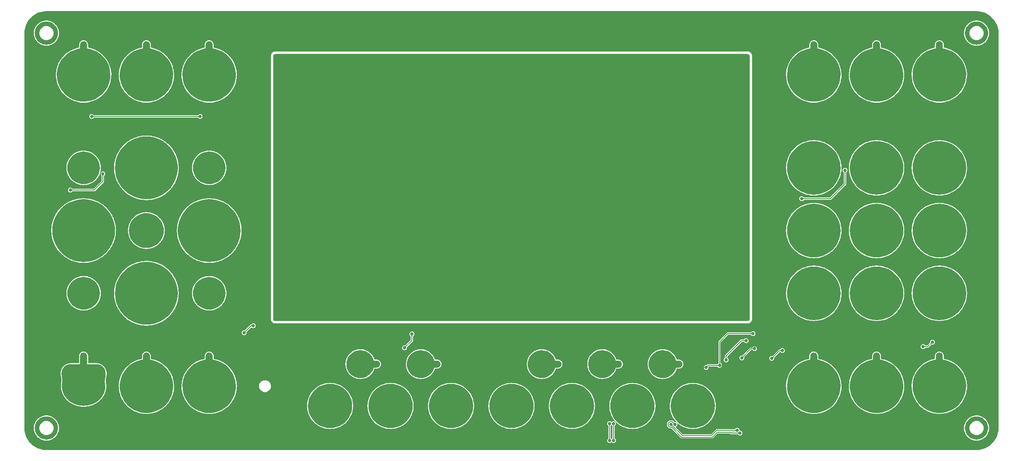
<source format=gbr>
G04 EAGLE Gerber RS-274X export*
G75*
%MOMM*%
%FSLAX34Y34*%
%LPD*%
%INTop Copper*%
%IPPOS*%
%AMOC8*
5,1,8,0,0,1.08239X$1,22.5*%
G01*
%ADD10C,0.704800*%
%ADD11C,0.200000*%

G36*
X1000002Y-472408D02*
X1000002Y-472408D01*
X1000003Y-472409D01*
X1006185Y-472004D01*
X1006190Y-471999D01*
X1006194Y-472002D01*
X1018137Y-468803D01*
X1018142Y-468795D01*
X1018149Y-468798D01*
X1028856Y-462616D01*
X1028859Y-462607D01*
X1028866Y-462608D01*
X1037608Y-453866D01*
X1037609Y-453856D01*
X1037616Y-453856D01*
X1043798Y-443149D01*
X1043796Y-443139D01*
X1043803Y-443137D01*
X1043834Y-443020D01*
X1043886Y-442823D01*
X1043926Y-442676D01*
X1043966Y-442528D01*
X1043979Y-442479D01*
X1044018Y-442331D01*
X1044058Y-442183D01*
X1044111Y-441986D01*
X1044150Y-441838D01*
X1044203Y-441641D01*
X1044243Y-441494D01*
X1044296Y-441297D01*
X1044335Y-441149D01*
X1044388Y-440952D01*
X1044428Y-440804D01*
X1044480Y-440607D01*
X1044520Y-440459D01*
X1044559Y-440312D01*
X1044560Y-440312D01*
X1044559Y-440312D01*
X1044573Y-440262D01*
X1044612Y-440115D01*
X1044652Y-439967D01*
X1044705Y-439770D01*
X1044744Y-439622D01*
X1044797Y-439425D01*
X1044837Y-439277D01*
X1044889Y-439080D01*
X1044929Y-438933D01*
X1044982Y-438736D01*
X1045021Y-438588D01*
X1045074Y-438391D01*
X1045114Y-438243D01*
X1045153Y-438095D01*
X1045167Y-438046D01*
X1045206Y-437898D01*
X1045246Y-437751D01*
X1045298Y-437554D01*
X1045299Y-437554D01*
X1045338Y-437406D01*
X1045391Y-437209D01*
X1045430Y-437061D01*
X1045483Y-436864D01*
X1045523Y-436716D01*
X1045576Y-436519D01*
X1045615Y-436372D01*
X1045668Y-436175D01*
X1045708Y-436027D01*
X1045747Y-435879D01*
X1045760Y-435830D01*
X1045800Y-435682D01*
X1045840Y-435534D01*
X1045853Y-435485D01*
X1045892Y-435337D01*
X1045932Y-435190D01*
X1045985Y-434993D01*
X1046024Y-434845D01*
X1046077Y-434648D01*
X1046117Y-434500D01*
X1046169Y-434303D01*
X1046209Y-434155D01*
X1046262Y-433958D01*
X1046301Y-433811D01*
X1046341Y-433663D01*
X1046354Y-433614D01*
X1046394Y-433466D01*
X1046433Y-433318D01*
X1046447Y-433269D01*
X1046486Y-433121D01*
X1046526Y-432973D01*
X1046579Y-432776D01*
X1046618Y-432629D01*
X1046671Y-432432D01*
X1046711Y-432284D01*
X1046763Y-432087D01*
X1046803Y-431939D01*
X1046856Y-431742D01*
X1046895Y-431594D01*
X1046935Y-431447D01*
X1046948Y-431397D01*
X1046988Y-431250D01*
X1047002Y-431194D01*
X1047000Y-431188D01*
X1047004Y-431185D01*
X1047409Y-425003D01*
X1047408Y-425001D01*
X1047409Y-425000D01*
X1047409Y425000D01*
X1047408Y425002D01*
X1047409Y425003D01*
X1047004Y431185D01*
X1046999Y431190D01*
X1047002Y431194D01*
X1043803Y443137D01*
X1043795Y443142D01*
X1043798Y443149D01*
X1037616Y453856D01*
X1037607Y453859D01*
X1037608Y453866D01*
X1028866Y462608D01*
X1028856Y462609D01*
X1028856Y462616D01*
X1018149Y468798D01*
X1018139Y468796D01*
X1018137Y468803D01*
X1006194Y472002D01*
X1006188Y472000D01*
X1006185Y472004D01*
X1000003Y472409D01*
X1000001Y472408D01*
X1000000Y472409D01*
X-1000000Y472409D01*
X-1000002Y472408D01*
X-1000003Y472409D01*
X-1006185Y472004D01*
X-1006190Y471999D01*
X-1006194Y472002D01*
X-1018137Y468803D01*
X-1018142Y468795D01*
X-1018149Y468798D01*
X-1028856Y462616D01*
X-1028859Y462607D01*
X-1028866Y462608D01*
X-1037608Y453866D01*
X-1037609Y453856D01*
X-1037616Y453856D01*
X-1043798Y443149D01*
X-1043796Y443139D01*
X-1043803Y443137D01*
X-1043835Y443014D01*
X-1043875Y442866D01*
X-1043888Y442817D01*
X-1043928Y442669D01*
X-1043967Y442521D01*
X-1043981Y442472D01*
X-1044020Y442324D01*
X-1044060Y442177D01*
X-1044113Y441980D01*
X-1044152Y441832D01*
X-1044205Y441635D01*
X-1044245Y441487D01*
X-1044297Y441290D01*
X-1044337Y441142D01*
X-1044390Y440945D01*
X-1044429Y440798D01*
X-1044482Y440601D01*
X-1044522Y440453D01*
X-1044561Y440305D01*
X-1044574Y440256D01*
X-1044614Y440108D01*
X-1044654Y439960D01*
X-1044706Y439763D01*
X-1044746Y439616D01*
X-1044799Y439419D01*
X-1044838Y439271D01*
X-1044891Y439074D01*
X-1044931Y438926D01*
X-1044984Y438729D01*
X-1045023Y438581D01*
X-1045076Y438384D01*
X-1045115Y438237D01*
X-1045116Y438237D01*
X-1045155Y438089D01*
X-1045168Y438040D01*
X-1045208Y437892D01*
X-1045247Y437744D01*
X-1045300Y437547D01*
X-1045340Y437399D01*
X-1045393Y437202D01*
X-1045432Y437055D01*
X-1045485Y436858D01*
X-1045525Y436710D01*
X-1045577Y436513D01*
X-1045617Y436365D01*
X-1045670Y436168D01*
X-1045709Y436020D01*
X-1045749Y435873D01*
X-1045762Y435823D01*
X-1045802Y435676D01*
X-1045841Y435528D01*
X-1045854Y435479D01*
X-1045855Y435479D01*
X-1045894Y435331D01*
X-1045934Y435183D01*
X-1045986Y434986D01*
X-1046026Y434838D01*
X-1046079Y434641D01*
X-1046118Y434494D01*
X-1046171Y434297D01*
X-1046211Y434149D01*
X-1046264Y433952D01*
X-1046303Y433804D01*
X-1046343Y433656D01*
X-1046356Y433607D01*
X-1046396Y433459D01*
X-1046435Y433312D01*
X-1046448Y433262D01*
X-1046488Y433115D01*
X-1046528Y432967D01*
X-1046580Y432770D01*
X-1046620Y432622D01*
X-1046673Y432425D01*
X-1046712Y432277D01*
X-1046765Y432080D01*
X-1046805Y431933D01*
X-1046857Y431736D01*
X-1046897Y431588D01*
X-1046937Y431440D01*
X-1046950Y431391D01*
X-1046989Y431243D01*
X-1047002Y431194D01*
X-1047002Y431193D01*
X-1047000Y431188D01*
X-1047004Y431185D01*
X-1047409Y425003D01*
X-1047408Y425001D01*
X-1047409Y425000D01*
X-1047409Y-425000D01*
X-1047408Y-425002D01*
X-1047409Y-425003D01*
X-1047004Y-431185D01*
X-1046999Y-431190D01*
X-1047002Y-431194D01*
X-1043803Y-443137D01*
X-1043795Y-443142D01*
X-1043798Y-443149D01*
X-1037616Y-453856D01*
X-1037607Y-453859D01*
X-1037608Y-453866D01*
X-1028866Y-462608D01*
X-1028856Y-462609D01*
X-1028856Y-462616D01*
X-1018149Y-468798D01*
X-1018139Y-468796D01*
X-1018137Y-468803D01*
X-1006194Y-472002D01*
X-1006188Y-472000D01*
X-1006185Y-472004D01*
X-1000003Y-472409D01*
X-1000001Y-472408D01*
X-1000000Y-472409D01*
X1000000Y-472409D01*
X1000002Y-472408D01*
G37*
%LPC*%
G36*
X-510204Y-200091D02*
X-510204Y-200091D01*
X-514887Y-197387D01*
X-517591Y-192704D01*
X-517591Y377704D01*
X-514887Y382387D01*
X-510204Y385091D01*
X510204Y385091D01*
X514887Y382387D01*
X517591Y377704D01*
X517591Y-192704D01*
X514887Y-197387D01*
X510204Y-200091D01*
X-510204Y-200091D01*
G37*
%LPD*%
G36*
X507504Y-194906D02*
X507504Y-194906D01*
X507506Y-194909D01*
X508764Y-194743D01*
X508774Y-194734D01*
X508782Y-194737D01*
X510961Y-193479D01*
X510968Y-193463D01*
X510979Y-193461D01*
X512237Y-191282D01*
X512235Y-191269D01*
X512243Y-191264D01*
X512409Y-190006D01*
X512406Y-190002D01*
X512409Y-190000D01*
X512409Y375000D01*
X512406Y375004D01*
X512409Y375006D01*
X512243Y376264D01*
X512234Y376274D01*
X512237Y376282D01*
X510979Y378461D01*
X510963Y378468D01*
X510961Y378479D01*
X508782Y379737D01*
X508769Y379735D01*
X508764Y379743D01*
X507506Y379909D01*
X507502Y379906D01*
X507500Y379909D01*
X-507500Y379909D01*
X-507504Y379906D01*
X-507506Y379909D01*
X-508764Y379743D01*
X-508774Y379734D01*
X-508782Y379737D01*
X-510961Y378479D01*
X-510968Y378463D01*
X-510979Y378461D01*
X-512237Y376282D01*
X-512235Y376269D01*
X-512243Y376264D01*
X-512409Y375006D01*
X-512406Y375002D01*
X-512409Y375000D01*
X-512409Y-190000D01*
X-512406Y-190004D01*
X-512409Y-190006D01*
X-512243Y-191264D01*
X-512234Y-191274D01*
X-512237Y-191282D01*
X-510979Y-193461D01*
X-510963Y-193468D01*
X-510961Y-193479D01*
X-508782Y-194737D01*
X-508770Y-194735D01*
X-508768Y-194738D01*
X-508767Y-194738D01*
X-508764Y-194743D01*
X-507506Y-194909D01*
X-507502Y-194906D01*
X-507500Y-194909D01*
X507500Y-194909D01*
X507504Y-194906D01*
G37*
%LPC*%
G36*
X-784997Y-204555D02*
X-784997Y-204555D01*
X-785001Y-204557D01*
X-785003Y-204555D01*
X-785724Y-204598D01*
X-785817Y-204516D01*
X-785840Y-204514D01*
X-785847Y-204503D01*
X-792537Y-204099D01*
X-792556Y-204111D01*
X-792568Y-204107D01*
X-792670Y-204178D01*
X-793381Y-204048D01*
X-793385Y-204050D01*
X-793387Y-204047D01*
X-794108Y-204004D01*
X-794191Y-203910D01*
X-794213Y-203906D01*
X-794219Y-203894D01*
X-800811Y-202686D01*
X-800831Y-202697D01*
X-800842Y-202691D01*
X-800953Y-202749D01*
X-801643Y-202534D01*
X-801647Y-202536D01*
X-801648Y-202533D01*
X-802359Y-202403D01*
X-802430Y-202300D01*
X-802451Y-202293D01*
X-802456Y-202281D01*
X-808854Y-200287D01*
X-808875Y-200295D01*
X-808886Y-200288D01*
X-809003Y-200332D01*
X-809662Y-200036D01*
X-809666Y-200037D01*
X-809667Y-200034D01*
X-810357Y-199819D01*
X-810415Y-199708D01*
X-810435Y-199699D01*
X-810438Y-199686D01*
X-816550Y-196936D01*
X-816572Y-196941D01*
X-816582Y-196933D01*
X-816703Y-196963D01*
X-817321Y-196589D01*
X-817326Y-196589D01*
X-817326Y-196586D01*
X-817985Y-196290D01*
X-818029Y-196173D01*
X-818049Y-196161D01*
X-818050Y-196148D01*
X-823785Y-192681D01*
X-823808Y-192684D01*
X-823817Y-192675D01*
X-823940Y-192690D01*
X-824509Y-192244D01*
X-824514Y-192244D01*
X-824514Y-192241D01*
X-825132Y-191867D01*
X-825162Y-191746D01*
X-825180Y-191732D01*
X-825180Y-191719D01*
X-830455Y-187586D01*
X-830478Y-187585D01*
X-830485Y-187575D01*
X-830610Y-187575D01*
X-831121Y-187064D01*
X-831126Y-187064D01*
X-831125Y-187060D01*
X-831694Y-186615D01*
X-831709Y-186491D01*
X-831725Y-186475D01*
X-831723Y-186462D01*
X-836462Y-181723D01*
X-836485Y-181720D01*
X-836491Y-181709D01*
X-836615Y-181694D01*
X-837060Y-181125D01*
X-837065Y-181124D01*
X-837064Y-181121D01*
X-837575Y-180610D01*
X-837575Y-180485D01*
X-837589Y-180467D01*
X-837586Y-180455D01*
X-841719Y-175180D01*
X-841741Y-175174D01*
X-841746Y-175162D01*
X-841867Y-175132D01*
X-842241Y-174514D01*
X-842245Y-174512D01*
X-842244Y-174509D01*
X-842690Y-173940D01*
X-842675Y-173817D01*
X-842686Y-173797D01*
X-842681Y-173785D01*
X-846148Y-168050D01*
X-846169Y-168041D01*
X-846173Y-168029D01*
X-846290Y-167985D01*
X-846586Y-167326D01*
X-846590Y-167324D01*
X-846589Y-167321D01*
X-846963Y-166703D01*
X-846933Y-166582D01*
X-846942Y-166561D01*
X-846936Y-166550D01*
X-849686Y-160438D01*
X-849706Y-160427D01*
X-849708Y-160415D01*
X-849819Y-160357D01*
X-850034Y-159667D01*
X-850037Y-159665D01*
X-850036Y-159662D01*
X-850332Y-159003D01*
X-850288Y-158886D01*
X-850294Y-158864D01*
X-850287Y-158854D01*
X-852281Y-152456D01*
X-852299Y-152443D01*
X-852300Y-152430D01*
X-852403Y-152359D01*
X-852533Y-151648D01*
X-852536Y-151645D01*
X-852534Y-151643D01*
X-852749Y-150953D01*
X-852691Y-150842D01*
X-852694Y-150824D01*
X-852690Y-150820D01*
X-852692Y-150817D01*
X-852686Y-150811D01*
X-853894Y-144219D01*
X-853911Y-144203D01*
X-853910Y-144191D01*
X-854004Y-144108D01*
X-854047Y-143387D01*
X-854050Y-143383D01*
X-854048Y-143381D01*
X-854178Y-142670D01*
X-854107Y-142568D01*
X-854108Y-142551D01*
X-854101Y-142546D01*
X-854104Y-142542D01*
X-854099Y-142537D01*
X-854503Y-135847D01*
X-854518Y-135830D01*
X-854516Y-135817D01*
X-854598Y-135724D01*
X-854555Y-135003D01*
X-854557Y-134999D01*
X-854555Y-134997D01*
X-854598Y-134276D01*
X-854516Y-134183D01*
X-854515Y-134174D01*
X-854514Y-134174D01*
X-854515Y-134173D01*
X-854514Y-134160D01*
X-854503Y-134153D01*
X-854099Y-127463D01*
X-854111Y-127444D01*
X-854107Y-127432D01*
X-854178Y-127330D01*
X-854048Y-126619D01*
X-854050Y-126615D01*
X-854047Y-126613D01*
X-854004Y-125892D01*
X-853910Y-125809D01*
X-853906Y-125787D01*
X-853894Y-125781D01*
X-852686Y-119189D01*
X-852697Y-119169D01*
X-852691Y-119158D01*
X-852749Y-119047D01*
X-852534Y-118357D01*
X-852536Y-118353D01*
X-852533Y-118352D01*
X-852403Y-117641D01*
X-852300Y-117570D01*
X-852293Y-117549D01*
X-852281Y-117544D01*
X-850287Y-111146D01*
X-850295Y-111125D01*
X-850294Y-111125D01*
X-850295Y-111124D01*
X-850288Y-111114D01*
X-850332Y-110997D01*
X-850036Y-110338D01*
X-850036Y-110337D01*
X-850036Y-110335D01*
X-850037Y-110334D01*
X-850034Y-110333D01*
X-849819Y-109643D01*
X-849708Y-109585D01*
X-849699Y-109565D01*
X-849686Y-109562D01*
X-846936Y-103450D01*
X-846937Y-103444D01*
X-846934Y-103442D01*
X-846940Y-103434D01*
X-846941Y-103428D01*
X-846933Y-103418D01*
X-846963Y-103297D01*
X-846589Y-102679D01*
X-846589Y-102674D01*
X-846586Y-102674D01*
X-846290Y-102015D01*
X-846173Y-101971D01*
X-846161Y-101951D01*
X-846148Y-101950D01*
X-842681Y-96215D01*
X-842682Y-96206D01*
X-842676Y-96202D01*
X-842683Y-96192D01*
X-842675Y-96183D01*
X-842690Y-96060D01*
X-842244Y-95491D01*
X-842244Y-95486D01*
X-842241Y-95486D01*
X-841867Y-94868D01*
X-841746Y-94838D01*
X-841731Y-94820D01*
X-841719Y-94820D01*
X-837586Y-89545D01*
X-837585Y-89522D01*
X-837575Y-89515D01*
X-837575Y-89390D01*
X-837064Y-88879D01*
X-837064Y-88874D01*
X-837060Y-88875D01*
X-836615Y-88306D01*
X-836491Y-88291D01*
X-836475Y-88275D01*
X-836462Y-88277D01*
X-831723Y-83538D01*
X-831720Y-83515D01*
X-831709Y-83509D01*
X-831694Y-83385D01*
X-831125Y-82940D01*
X-831124Y-82935D01*
X-831121Y-82936D01*
X-830610Y-82425D01*
X-830485Y-82425D01*
X-830467Y-82411D01*
X-830455Y-82414D01*
X-825180Y-78281D01*
X-825174Y-78259D01*
X-825162Y-78254D01*
X-825132Y-78133D01*
X-824514Y-77759D01*
X-824512Y-77755D01*
X-824509Y-77756D01*
X-823940Y-77310D01*
X-823817Y-77325D01*
X-823813Y-77323D01*
X-823811Y-77326D01*
X-823796Y-77315D01*
X-823785Y-77319D01*
X-818050Y-73852D01*
X-818041Y-73831D01*
X-818029Y-73827D01*
X-817985Y-73710D01*
X-817326Y-73414D01*
X-817324Y-73410D01*
X-817321Y-73411D01*
X-816703Y-73037D01*
X-816582Y-73067D01*
X-816561Y-73058D01*
X-816550Y-73064D01*
X-810438Y-70314D01*
X-810427Y-70294D01*
X-810415Y-70292D01*
X-810357Y-70181D01*
X-809667Y-69966D01*
X-809665Y-69963D01*
X-809662Y-69964D01*
X-809003Y-69668D01*
X-808886Y-69712D01*
X-808864Y-69706D01*
X-808854Y-69713D01*
X-802456Y-67719D01*
X-802443Y-67701D01*
X-802430Y-67700D01*
X-802359Y-67597D01*
X-801648Y-67467D01*
X-801645Y-67464D01*
X-801643Y-67466D01*
X-800953Y-67251D01*
X-800842Y-67309D01*
X-800820Y-67305D01*
X-800811Y-67314D01*
X-794219Y-66106D01*
X-794203Y-66089D01*
X-794191Y-66090D01*
X-794108Y-65996D01*
X-793387Y-65953D01*
X-793383Y-65950D01*
X-793381Y-65952D01*
X-792670Y-65822D01*
X-792568Y-65893D01*
X-792548Y-65892D01*
X-792542Y-65900D01*
X-792538Y-65900D01*
X-792537Y-65901D01*
X-785847Y-65497D01*
X-785830Y-65482D01*
X-785817Y-65484D01*
X-785724Y-65402D01*
X-785003Y-65445D01*
X-784999Y-65443D01*
X-784997Y-65445D01*
X-784276Y-65402D01*
X-784183Y-65484D01*
X-784160Y-65486D01*
X-784153Y-65497D01*
X-777463Y-65901D01*
X-777461Y-65900D01*
X-777458Y-65900D01*
X-777444Y-65889D01*
X-777432Y-65893D01*
X-777330Y-65822D01*
X-776619Y-65952D01*
X-776615Y-65950D01*
X-776613Y-65953D01*
X-775892Y-65996D01*
X-775809Y-66090D01*
X-775787Y-66094D01*
X-775781Y-66106D01*
X-769189Y-67314D01*
X-769169Y-67303D01*
X-769158Y-67309D01*
X-769047Y-67251D01*
X-768357Y-67466D01*
X-768353Y-67464D01*
X-768352Y-67467D01*
X-767641Y-67597D01*
X-767570Y-67700D01*
X-767549Y-67707D01*
X-767544Y-67719D01*
X-761146Y-69713D01*
X-761125Y-69705D01*
X-761114Y-69712D01*
X-760997Y-69668D01*
X-760338Y-69964D01*
X-760334Y-69963D01*
X-760333Y-69966D01*
X-759643Y-70181D01*
X-759585Y-70292D01*
X-759565Y-70301D01*
X-759562Y-70314D01*
X-753450Y-73064D01*
X-753428Y-73059D01*
X-753418Y-73067D01*
X-753297Y-73037D01*
X-752679Y-73411D01*
X-752674Y-73411D01*
X-752674Y-73414D01*
X-752015Y-73710D01*
X-751971Y-73827D01*
X-751951Y-73839D01*
X-751950Y-73852D01*
X-746215Y-77319D01*
X-746196Y-77317D01*
X-746189Y-77326D01*
X-746186Y-77323D01*
X-746183Y-77325D01*
X-746060Y-77310D01*
X-745491Y-77756D01*
X-745486Y-77756D01*
X-745486Y-77759D01*
X-744868Y-78133D01*
X-744838Y-78254D01*
X-744820Y-78269D01*
X-744820Y-78281D01*
X-739545Y-82414D01*
X-739522Y-82415D01*
X-739515Y-82425D01*
X-739390Y-82425D01*
X-738879Y-82936D01*
X-738874Y-82936D01*
X-738875Y-82940D01*
X-738306Y-83385D01*
X-738291Y-83509D01*
X-738275Y-83525D01*
X-738277Y-83538D01*
X-733538Y-88277D01*
X-733515Y-88280D01*
X-733509Y-88291D01*
X-733385Y-88306D01*
X-732940Y-88875D01*
X-732935Y-88876D01*
X-732936Y-88879D01*
X-732425Y-89390D01*
X-732425Y-89515D01*
X-732411Y-89533D01*
X-732414Y-89545D01*
X-728281Y-94820D01*
X-728259Y-94826D01*
X-728254Y-94838D01*
X-728133Y-94868D01*
X-727759Y-95486D01*
X-727755Y-95488D01*
X-727756Y-95491D01*
X-727310Y-96060D01*
X-727325Y-96183D01*
X-727314Y-96203D01*
X-727319Y-96215D01*
X-723852Y-101950D01*
X-723831Y-101959D01*
X-723827Y-101971D01*
X-723710Y-102015D01*
X-723414Y-102674D01*
X-723410Y-102676D01*
X-723411Y-102679D01*
X-723037Y-103297D01*
X-723067Y-103418D01*
X-723058Y-103439D01*
X-723064Y-103450D01*
X-720314Y-109562D01*
X-720294Y-109573D01*
X-720292Y-109585D01*
X-720181Y-109643D01*
X-719966Y-110333D01*
X-719963Y-110335D01*
X-719964Y-110338D01*
X-719668Y-110997D01*
X-719712Y-111114D01*
X-719706Y-111136D01*
X-719713Y-111146D01*
X-717719Y-117544D01*
X-717701Y-117557D01*
X-717700Y-117570D01*
X-717597Y-117641D01*
X-717467Y-118352D01*
X-717464Y-118355D01*
X-717466Y-118357D01*
X-717251Y-119047D01*
X-717309Y-119158D01*
X-717307Y-119171D01*
X-717311Y-119175D01*
X-717306Y-119181D01*
X-717314Y-119189D01*
X-716106Y-125781D01*
X-716089Y-125797D01*
X-716090Y-125809D01*
X-715996Y-125892D01*
X-715953Y-126613D01*
X-715950Y-126617D01*
X-715952Y-126619D01*
X-715822Y-127330D01*
X-715893Y-127432D01*
X-715892Y-127443D01*
X-715900Y-127449D01*
X-715894Y-127457D01*
X-715901Y-127463D01*
X-715497Y-134153D01*
X-715482Y-134170D01*
X-715484Y-134183D01*
X-715402Y-134276D01*
X-715445Y-134997D01*
X-715443Y-135001D01*
X-715445Y-135003D01*
X-715402Y-135724D01*
X-715484Y-135817D01*
X-715486Y-135840D01*
X-715497Y-135847D01*
X-715901Y-142537D01*
X-715889Y-142556D01*
X-715893Y-142568D01*
X-715822Y-142670D01*
X-715952Y-143381D01*
X-715950Y-143385D01*
X-715953Y-143387D01*
X-715996Y-144108D01*
X-716090Y-144191D01*
X-716094Y-144213D01*
X-716106Y-144219D01*
X-717314Y-150811D01*
X-717303Y-150831D01*
X-717309Y-150842D01*
X-717251Y-150953D01*
X-717466Y-151643D01*
X-717464Y-151647D01*
X-717467Y-151648D01*
X-717597Y-152359D01*
X-717700Y-152430D01*
X-717707Y-152451D01*
X-717719Y-152456D01*
X-719713Y-158854D01*
X-719707Y-158870D01*
X-719708Y-158870D01*
X-719707Y-158872D01*
X-719705Y-158875D01*
X-719712Y-158886D01*
X-719668Y-159003D01*
X-719964Y-159662D01*
X-719963Y-159666D01*
X-719966Y-159667D01*
X-720181Y-160357D01*
X-720292Y-160415D01*
X-720301Y-160434D01*
X-720303Y-160436D01*
X-720314Y-160438D01*
X-723064Y-166550D01*
X-723064Y-166552D01*
X-723065Y-166553D01*
X-723062Y-166557D01*
X-723059Y-166572D01*
X-723067Y-166582D01*
X-723037Y-166703D01*
X-723411Y-167321D01*
X-723411Y-167326D01*
X-723414Y-167326D01*
X-723710Y-167985D01*
X-723827Y-168029D01*
X-723839Y-168049D01*
X-723852Y-168050D01*
X-727319Y-173785D01*
X-727318Y-173791D01*
X-727322Y-173793D01*
X-727317Y-173799D01*
X-727316Y-173808D01*
X-727325Y-173817D01*
X-727310Y-173940D01*
X-727756Y-174509D01*
X-727756Y-174514D01*
X-727759Y-174514D01*
X-728133Y-175132D01*
X-728254Y-175162D01*
X-728268Y-175180D01*
X-728281Y-175180D01*
X-732414Y-180455D01*
X-732415Y-180478D01*
X-732425Y-180485D01*
X-732425Y-180610D01*
X-732936Y-181121D01*
X-732936Y-181125D01*
X-732940Y-181125D01*
X-733385Y-181694D01*
X-733509Y-181709D01*
X-733525Y-181725D01*
X-733538Y-181723D01*
X-738277Y-186462D01*
X-738280Y-186485D01*
X-738291Y-186491D01*
X-738306Y-186615D01*
X-738875Y-187060D01*
X-738876Y-187065D01*
X-738879Y-187064D01*
X-739390Y-187575D01*
X-739515Y-187575D01*
X-739533Y-187589D01*
X-739545Y-187586D01*
X-744820Y-191719D01*
X-744826Y-191741D01*
X-744838Y-191746D01*
X-744868Y-191867D01*
X-745486Y-192241D01*
X-745488Y-192245D01*
X-745491Y-192244D01*
X-746060Y-192690D01*
X-746183Y-192675D01*
X-746203Y-192686D01*
X-746215Y-192681D01*
X-751950Y-196148D01*
X-751959Y-196169D01*
X-751971Y-196173D01*
X-752015Y-196290D01*
X-752674Y-196586D01*
X-752676Y-196590D01*
X-752679Y-196589D01*
X-753297Y-196963D01*
X-753418Y-196933D01*
X-753439Y-196942D01*
X-753450Y-196936D01*
X-759562Y-199686D01*
X-759573Y-199706D01*
X-759585Y-199708D01*
X-759643Y-199819D01*
X-760333Y-200034D01*
X-760335Y-200037D01*
X-760338Y-200036D01*
X-760997Y-200332D01*
X-761114Y-200288D01*
X-761136Y-200294D01*
X-761146Y-200287D01*
X-767544Y-202281D01*
X-767557Y-202299D01*
X-767570Y-202300D01*
X-767641Y-202403D01*
X-768352Y-202533D01*
X-768355Y-202536D01*
X-768357Y-202534D01*
X-769047Y-202749D01*
X-769158Y-202691D01*
X-769180Y-202695D01*
X-769189Y-202686D01*
X-775781Y-203894D01*
X-775797Y-203911D01*
X-775809Y-203910D01*
X-775892Y-204004D01*
X-776613Y-204047D01*
X-776617Y-204050D01*
X-776619Y-204048D01*
X-777330Y-204178D01*
X-777432Y-204107D01*
X-777455Y-204108D01*
X-777463Y-204099D01*
X-784153Y-204503D01*
X-784170Y-204518D01*
X-784183Y-204516D01*
X-784276Y-204598D01*
X-784997Y-204555D01*
G37*
%LPD*%
%LPC*%
G36*
X-784997Y65445D02*
X-784997Y65445D01*
X-785001Y65443D01*
X-785003Y65445D01*
X-785724Y65402D01*
X-785817Y65484D01*
X-785840Y65486D01*
X-785847Y65497D01*
X-792537Y65901D01*
X-792549Y65893D01*
X-792552Y65893D01*
X-792557Y65889D01*
X-792568Y65893D01*
X-792670Y65822D01*
X-793381Y65952D01*
X-793385Y65950D01*
X-793387Y65953D01*
X-794108Y65996D01*
X-794191Y66090D01*
X-794213Y66094D01*
X-794219Y66106D01*
X-800811Y67314D01*
X-800831Y67303D01*
X-800842Y67309D01*
X-800953Y67251D01*
X-801643Y67466D01*
X-801647Y67464D01*
X-801648Y67467D01*
X-802359Y67597D01*
X-802430Y67700D01*
X-802451Y67707D01*
X-802456Y67719D01*
X-808854Y69713D01*
X-808875Y69705D01*
X-808886Y69712D01*
X-809003Y69668D01*
X-809662Y69964D01*
X-809666Y69963D01*
X-809667Y69966D01*
X-810357Y70181D01*
X-810415Y70292D01*
X-810435Y70301D01*
X-810438Y70314D01*
X-816550Y73064D01*
X-816572Y73059D01*
X-816582Y73067D01*
X-816703Y73037D01*
X-817321Y73411D01*
X-817326Y73411D01*
X-817326Y73414D01*
X-817985Y73710D01*
X-818029Y73827D01*
X-818049Y73839D01*
X-818050Y73852D01*
X-823785Y77319D01*
X-823798Y77317D01*
X-823800Y77319D01*
X-823811Y77319D01*
X-823817Y77325D01*
X-823940Y77310D01*
X-824509Y77756D01*
X-824514Y77756D01*
X-824514Y77759D01*
X-825132Y78133D01*
X-825162Y78254D01*
X-825180Y78269D01*
X-825180Y78281D01*
X-830455Y82414D01*
X-830478Y82415D01*
X-830485Y82425D01*
X-830610Y82425D01*
X-831121Y82936D01*
X-831126Y82936D01*
X-831125Y82940D01*
X-831694Y83385D01*
X-831709Y83509D01*
X-831725Y83525D01*
X-831723Y83538D01*
X-836462Y88277D01*
X-836485Y88280D01*
X-836491Y88291D01*
X-836615Y88306D01*
X-837060Y88875D01*
X-837065Y88876D01*
X-837064Y88879D01*
X-837575Y89390D01*
X-837575Y89515D01*
X-837589Y89533D01*
X-837586Y89545D01*
X-841719Y94820D01*
X-841741Y94826D01*
X-841746Y94838D01*
X-841867Y94868D01*
X-842241Y95486D01*
X-842245Y95488D01*
X-842244Y95491D01*
X-842690Y96060D01*
X-842675Y96183D01*
X-842686Y96203D01*
X-842681Y96215D01*
X-846148Y101950D01*
X-846169Y101959D01*
X-846173Y101971D01*
X-846290Y102015D01*
X-846586Y102674D01*
X-846590Y102676D01*
X-846589Y102679D01*
X-846963Y103297D01*
X-846933Y103418D01*
X-846942Y103439D01*
X-846936Y103450D01*
X-849686Y109562D01*
X-849706Y109573D01*
X-849708Y109585D01*
X-849819Y109643D01*
X-850034Y110333D01*
X-850037Y110335D01*
X-850036Y110338D01*
X-850332Y110997D01*
X-850288Y111114D01*
X-850294Y111136D01*
X-850287Y111146D01*
X-852281Y117544D01*
X-852299Y117557D01*
X-852300Y117570D01*
X-852403Y117641D01*
X-852533Y118352D01*
X-852536Y118355D01*
X-852534Y118357D01*
X-852749Y119047D01*
X-852691Y119158D01*
X-852692Y119165D01*
X-852688Y119168D01*
X-852695Y119178D01*
X-852695Y119180D01*
X-852686Y119189D01*
X-853894Y125781D01*
X-853911Y125797D01*
X-853910Y125809D01*
X-854004Y125892D01*
X-854047Y126613D01*
X-854050Y126617D01*
X-854048Y126619D01*
X-854178Y127330D01*
X-854107Y127432D01*
X-854108Y127439D01*
X-854103Y127442D01*
X-854108Y127448D01*
X-854108Y127455D01*
X-854099Y127463D01*
X-854503Y134153D01*
X-854518Y134170D01*
X-854516Y134183D01*
X-854598Y134276D01*
X-854555Y134997D01*
X-854557Y135001D01*
X-854555Y135003D01*
X-854598Y135724D01*
X-854516Y135817D01*
X-854514Y135840D01*
X-854503Y135847D01*
X-854099Y142537D01*
X-854111Y142556D01*
X-854107Y142568D01*
X-854178Y142670D01*
X-854048Y143381D01*
X-854050Y143385D01*
X-854047Y143387D01*
X-854004Y144108D01*
X-853910Y144191D01*
X-853906Y144213D01*
X-853894Y144219D01*
X-852686Y150811D01*
X-852697Y150831D01*
X-852691Y150842D01*
X-852749Y150953D01*
X-852534Y151643D01*
X-852536Y151647D01*
X-852533Y151648D01*
X-852403Y152359D01*
X-852300Y152430D01*
X-852293Y152451D01*
X-852292Y152452D01*
X-852281Y152456D01*
X-850287Y158854D01*
X-850290Y158864D01*
X-850291Y158866D01*
X-850295Y158875D01*
X-850288Y158886D01*
X-850332Y159003D01*
X-850036Y159662D01*
X-850037Y159666D01*
X-850034Y159667D01*
X-849819Y160357D01*
X-849708Y160415D01*
X-849699Y160435D01*
X-849686Y160438D01*
X-846936Y166550D01*
X-846941Y166572D01*
X-846933Y166582D01*
X-846963Y166703D01*
X-846589Y167321D01*
X-846589Y167326D01*
X-846586Y167326D01*
X-846290Y167985D01*
X-846173Y168029D01*
X-846161Y168049D01*
X-846148Y168050D01*
X-842681Y173785D01*
X-842684Y173808D01*
X-842675Y173817D01*
X-842690Y173940D01*
X-842244Y174509D01*
X-842244Y174514D01*
X-842241Y174514D01*
X-841867Y175132D01*
X-841746Y175162D01*
X-841731Y175180D01*
X-841719Y175180D01*
X-837586Y180455D01*
X-837585Y180478D01*
X-837575Y180485D01*
X-837575Y180610D01*
X-837064Y181121D01*
X-837064Y181126D01*
X-837060Y181125D01*
X-836615Y181694D01*
X-836491Y181709D01*
X-836475Y181725D01*
X-836462Y181723D01*
X-831723Y186462D01*
X-831720Y186485D01*
X-831709Y186491D01*
X-831694Y186615D01*
X-831125Y187060D01*
X-831124Y187065D01*
X-831121Y187064D01*
X-830610Y187575D01*
X-830485Y187575D01*
X-830467Y187589D01*
X-830455Y187586D01*
X-825180Y191719D01*
X-825174Y191741D01*
X-825162Y191746D01*
X-825132Y191867D01*
X-824514Y192241D01*
X-824512Y192245D01*
X-824509Y192244D01*
X-823940Y192690D01*
X-823817Y192675D01*
X-823797Y192686D01*
X-823785Y192681D01*
X-818050Y196148D01*
X-818041Y196169D01*
X-818029Y196173D01*
X-817985Y196290D01*
X-817326Y196586D01*
X-817324Y196590D01*
X-817321Y196589D01*
X-816703Y196963D01*
X-816582Y196933D01*
X-816561Y196942D01*
X-816550Y196936D01*
X-810438Y199686D01*
X-810427Y199706D01*
X-810415Y199708D01*
X-810357Y199819D01*
X-809667Y200034D01*
X-809664Y200037D01*
X-809662Y200036D01*
X-809003Y200332D01*
X-808886Y200288D01*
X-808864Y200294D01*
X-808854Y200287D01*
X-802456Y202281D01*
X-802443Y202299D01*
X-802430Y202300D01*
X-802359Y202403D01*
X-801648Y202533D01*
X-801645Y202536D01*
X-801643Y202534D01*
X-800953Y202749D01*
X-800842Y202691D01*
X-800820Y202695D01*
X-800811Y202686D01*
X-794219Y203894D01*
X-794203Y203911D01*
X-794191Y203910D01*
X-794108Y204004D01*
X-793387Y204047D01*
X-793383Y204050D01*
X-793381Y204048D01*
X-792670Y204178D01*
X-792568Y204107D01*
X-792545Y204108D01*
X-792537Y204099D01*
X-785847Y204503D01*
X-785830Y204518D01*
X-785817Y204516D01*
X-785724Y204598D01*
X-785003Y204555D01*
X-784999Y204557D01*
X-784997Y204555D01*
X-784276Y204598D01*
X-784183Y204516D01*
X-784160Y204514D01*
X-784153Y204503D01*
X-777463Y204099D01*
X-777444Y204111D01*
X-777432Y204107D01*
X-777330Y204178D01*
X-776619Y204048D01*
X-776615Y204050D01*
X-776613Y204047D01*
X-775892Y204004D01*
X-775809Y203910D01*
X-775787Y203906D01*
X-775781Y203894D01*
X-769189Y202686D01*
X-769169Y202697D01*
X-769158Y202691D01*
X-769047Y202749D01*
X-768357Y202534D01*
X-768353Y202536D01*
X-768352Y202533D01*
X-767641Y202403D01*
X-767570Y202300D01*
X-767549Y202293D01*
X-767544Y202281D01*
X-761146Y200287D01*
X-761125Y200295D01*
X-761114Y200288D01*
X-760997Y200332D01*
X-760338Y200036D01*
X-760334Y200037D01*
X-760333Y200034D01*
X-759643Y199819D01*
X-759585Y199708D01*
X-759565Y199699D01*
X-759562Y199686D01*
X-753450Y196936D01*
X-753428Y196941D01*
X-753418Y196933D01*
X-753297Y196963D01*
X-752679Y196589D01*
X-752674Y196589D01*
X-752674Y196586D01*
X-752015Y196290D01*
X-751971Y196173D01*
X-751951Y196161D01*
X-751950Y196148D01*
X-746215Y192681D01*
X-746192Y192684D01*
X-746183Y192675D01*
X-746060Y192690D01*
X-745491Y192244D01*
X-745486Y192244D01*
X-745486Y192241D01*
X-744868Y191867D01*
X-744838Y191746D01*
X-744820Y191731D01*
X-744820Y191719D01*
X-739545Y187586D01*
X-739522Y187585D01*
X-739515Y187575D01*
X-739390Y187575D01*
X-738879Y187064D01*
X-738874Y187064D01*
X-738875Y187060D01*
X-738306Y186615D01*
X-738291Y186491D01*
X-738275Y186475D01*
X-738277Y186462D01*
X-733538Y181723D01*
X-733515Y181720D01*
X-733509Y181709D01*
X-733385Y181694D01*
X-732940Y181125D01*
X-732935Y181124D01*
X-732936Y181121D01*
X-732425Y180610D01*
X-732425Y180485D01*
X-732411Y180467D01*
X-732414Y180455D01*
X-728281Y175180D01*
X-728259Y175174D01*
X-728254Y175162D01*
X-728133Y175132D01*
X-727759Y174514D01*
X-727755Y174512D01*
X-727756Y174509D01*
X-727310Y173940D01*
X-727325Y173817D01*
X-727314Y173797D01*
X-727319Y173785D01*
X-723852Y168050D01*
X-723831Y168041D01*
X-723827Y168029D01*
X-723710Y167985D01*
X-723414Y167326D01*
X-723410Y167324D01*
X-723411Y167321D01*
X-723037Y166703D01*
X-723067Y166582D01*
X-723058Y166561D01*
X-723064Y166550D01*
X-720314Y160438D01*
X-720294Y160427D01*
X-720292Y160415D01*
X-720181Y160357D01*
X-719966Y159667D01*
X-719963Y159665D01*
X-719964Y159662D01*
X-719668Y159003D01*
X-719712Y158886D01*
X-719706Y158864D01*
X-719713Y158854D01*
X-717719Y152456D01*
X-717701Y152443D01*
X-717700Y152430D01*
X-717597Y152359D01*
X-717467Y151648D01*
X-717464Y151645D01*
X-717466Y151643D01*
X-717251Y150953D01*
X-717309Y150842D01*
X-717305Y150820D01*
X-717314Y150811D01*
X-716106Y144219D01*
X-716089Y144203D01*
X-716090Y144191D01*
X-715996Y144108D01*
X-715953Y143387D01*
X-715950Y143383D01*
X-715952Y143381D01*
X-715822Y142670D01*
X-715893Y142568D01*
X-715892Y142545D01*
X-715899Y142540D01*
X-715899Y142539D01*
X-715901Y142537D01*
X-715497Y135847D01*
X-715482Y135830D01*
X-715484Y135818D01*
X-715402Y135724D01*
X-715445Y135003D01*
X-715443Y134999D01*
X-715445Y134997D01*
X-715402Y134276D01*
X-715484Y134183D01*
X-715485Y134172D01*
X-715492Y134167D01*
X-715486Y134160D01*
X-715497Y134153D01*
X-715901Y127463D01*
X-715889Y127444D01*
X-715893Y127432D01*
X-715822Y127330D01*
X-715952Y126619D01*
X-715950Y126615D01*
X-715953Y126613D01*
X-715996Y125892D01*
X-716090Y125809D01*
X-716092Y125796D01*
X-716095Y125795D01*
X-716093Y125793D01*
X-716094Y125787D01*
X-716106Y125781D01*
X-717314Y119189D01*
X-717303Y119169D01*
X-717309Y119158D01*
X-717251Y119047D01*
X-717466Y118357D01*
X-717464Y118353D01*
X-717467Y118352D01*
X-717597Y117641D01*
X-717700Y117570D01*
X-717707Y117549D01*
X-717719Y117544D01*
X-719713Y111146D01*
X-719705Y111125D01*
X-719712Y111114D01*
X-719668Y110997D01*
X-719964Y110338D01*
X-719963Y110334D01*
X-719966Y110333D01*
X-720181Y109643D01*
X-720292Y109585D01*
X-720301Y109565D01*
X-720314Y109562D01*
X-723064Y103450D01*
X-723061Y103438D01*
X-723065Y103435D01*
X-723059Y103428D01*
X-723067Y103418D01*
X-723037Y103297D01*
X-723411Y102679D01*
X-723411Y102674D01*
X-723414Y102674D01*
X-723710Y102015D01*
X-723827Y101971D01*
X-723839Y101951D01*
X-723852Y101950D01*
X-727319Y96215D01*
X-727317Y96200D01*
X-727323Y96195D01*
X-727319Y96190D01*
X-727325Y96183D01*
X-727310Y96060D01*
X-727756Y95491D01*
X-727756Y95486D01*
X-727759Y95486D01*
X-728133Y94868D01*
X-728254Y94838D01*
X-728269Y94820D01*
X-728281Y94820D01*
X-732414Y89545D01*
X-732415Y89522D01*
X-732425Y89515D01*
X-732425Y89390D01*
X-732936Y88879D01*
X-732936Y88874D01*
X-732940Y88875D01*
X-733385Y88306D01*
X-733509Y88291D01*
X-733525Y88275D01*
X-733538Y88277D01*
X-738277Y83538D01*
X-738280Y83515D01*
X-738291Y83509D01*
X-738306Y83385D01*
X-738875Y82940D01*
X-738876Y82935D01*
X-738879Y82936D01*
X-739390Y82425D01*
X-739515Y82425D01*
X-739533Y82411D01*
X-739545Y82414D01*
X-744820Y78281D01*
X-744826Y78259D01*
X-744838Y78254D01*
X-744868Y78133D01*
X-745486Y77759D01*
X-745488Y77755D01*
X-745491Y77756D01*
X-746060Y77310D01*
X-746183Y77325D01*
X-746194Y77319D01*
X-746200Y77319D01*
X-746206Y77315D01*
X-746215Y77319D01*
X-751950Y73852D01*
X-751959Y73831D01*
X-751971Y73827D01*
X-752015Y73710D01*
X-752674Y73414D01*
X-752676Y73410D01*
X-752679Y73411D01*
X-753297Y73037D01*
X-753418Y73067D01*
X-753439Y73058D01*
X-753450Y73064D01*
X-759562Y70314D01*
X-759573Y70294D01*
X-759585Y70292D01*
X-759643Y70181D01*
X-760333Y69966D01*
X-760335Y69963D01*
X-760338Y69964D01*
X-760997Y69668D01*
X-761114Y69712D01*
X-761136Y69706D01*
X-761146Y69713D01*
X-767544Y67719D01*
X-767557Y67701D01*
X-767570Y67700D01*
X-767641Y67597D01*
X-768352Y67467D01*
X-768355Y67464D01*
X-768357Y67466D01*
X-769047Y67251D01*
X-769158Y67309D01*
X-769180Y67305D01*
X-769189Y67314D01*
X-775781Y66106D01*
X-775797Y66089D01*
X-775809Y66090D01*
X-775892Y65996D01*
X-776613Y65953D01*
X-776617Y65950D01*
X-776619Y65952D01*
X-777330Y65822D01*
X-777432Y65893D01*
X-777448Y65892D01*
X-777448Y65893D01*
X-777456Y65893D01*
X-777463Y65901D01*
X-784153Y65497D01*
X-784170Y65482D01*
X-784183Y65484D01*
X-784276Y65402D01*
X-784997Y65445D01*
G37*
%LPD*%
%LPC*%
G36*
X-649997Y-69555D02*
X-649997Y-69555D01*
X-650001Y-69557D01*
X-650003Y-69555D01*
X-650724Y-69598D01*
X-650817Y-69516D01*
X-650840Y-69514D01*
X-650847Y-69503D01*
X-657537Y-69099D01*
X-657540Y-69101D01*
X-657543Y-69101D01*
X-657556Y-69111D01*
X-657568Y-69107D01*
X-657670Y-69178D01*
X-658381Y-69048D01*
X-658385Y-69050D01*
X-658387Y-69047D01*
X-659108Y-69004D01*
X-659191Y-68910D01*
X-659213Y-68906D01*
X-659219Y-68894D01*
X-665811Y-67686D01*
X-665831Y-67697D01*
X-665842Y-67691D01*
X-665953Y-67749D01*
X-666643Y-67534D01*
X-666647Y-67536D01*
X-666648Y-67533D01*
X-667359Y-67403D01*
X-667430Y-67300D01*
X-667451Y-67293D01*
X-667456Y-67281D01*
X-673854Y-65287D01*
X-673875Y-65295D01*
X-673886Y-65288D01*
X-674003Y-65332D01*
X-674662Y-65036D01*
X-674666Y-65037D01*
X-674667Y-65034D01*
X-675357Y-64819D01*
X-675415Y-64708D01*
X-675435Y-64699D01*
X-675438Y-64686D01*
X-681550Y-61936D01*
X-681572Y-61941D01*
X-681582Y-61933D01*
X-681703Y-61963D01*
X-682321Y-61589D01*
X-682326Y-61589D01*
X-682326Y-61586D01*
X-682985Y-61290D01*
X-683029Y-61173D01*
X-683049Y-61161D01*
X-683050Y-61148D01*
X-688785Y-57681D01*
X-688803Y-57683D01*
X-688809Y-57675D01*
X-688816Y-57675D01*
X-688817Y-57675D01*
X-688940Y-57690D01*
X-689509Y-57244D01*
X-689514Y-57244D01*
X-689514Y-57241D01*
X-690132Y-56867D01*
X-690162Y-56746D01*
X-690180Y-56732D01*
X-690180Y-56719D01*
X-695455Y-52586D01*
X-695478Y-52585D01*
X-695485Y-52575D01*
X-695610Y-52575D01*
X-696121Y-52064D01*
X-696126Y-52064D01*
X-696125Y-52060D01*
X-696694Y-51615D01*
X-696709Y-51491D01*
X-696725Y-51475D01*
X-696723Y-51462D01*
X-701462Y-46723D01*
X-701485Y-46720D01*
X-701491Y-46709D01*
X-701615Y-46694D01*
X-702060Y-46125D01*
X-702065Y-46124D01*
X-702064Y-46121D01*
X-702575Y-45610D01*
X-702575Y-45485D01*
X-702589Y-45467D01*
X-702586Y-45455D01*
X-706719Y-40180D01*
X-706741Y-40174D01*
X-706746Y-40162D01*
X-706867Y-40132D01*
X-707241Y-39514D01*
X-707245Y-39512D01*
X-707244Y-39509D01*
X-707690Y-38940D01*
X-707675Y-38817D01*
X-707686Y-38797D01*
X-707681Y-38785D01*
X-711148Y-33050D01*
X-711169Y-33041D01*
X-711173Y-33029D01*
X-711290Y-32985D01*
X-711586Y-32326D01*
X-711590Y-32324D01*
X-711589Y-32321D01*
X-711963Y-31703D01*
X-711933Y-31582D01*
X-711942Y-31561D01*
X-711936Y-31550D01*
X-714686Y-25438D01*
X-714706Y-25427D01*
X-714708Y-25415D01*
X-714819Y-25357D01*
X-715034Y-24667D01*
X-715037Y-24665D01*
X-715036Y-24662D01*
X-715332Y-24003D01*
X-715288Y-23886D01*
X-715294Y-23864D01*
X-715287Y-23854D01*
X-717281Y-17456D01*
X-717299Y-17443D01*
X-717300Y-17430D01*
X-717403Y-17359D01*
X-717533Y-16648D01*
X-717536Y-16645D01*
X-717534Y-16643D01*
X-717749Y-15953D01*
X-717691Y-15842D01*
X-717693Y-15829D01*
X-717689Y-15826D01*
X-717694Y-15819D01*
X-717686Y-15811D01*
X-718894Y-9219D01*
X-718911Y-9203D01*
X-718910Y-9191D01*
X-719004Y-9108D01*
X-719047Y-8387D01*
X-719050Y-8383D01*
X-719048Y-8381D01*
X-719178Y-7670D01*
X-719107Y-7568D01*
X-719108Y-7557D01*
X-719100Y-7552D01*
X-719107Y-7544D01*
X-719099Y-7537D01*
X-719503Y-847D01*
X-719518Y-830D01*
X-719516Y-817D01*
X-719598Y-724D01*
X-719555Y-3D01*
X-719557Y1D01*
X-719555Y3D01*
X-719598Y724D01*
X-719516Y817D01*
X-719514Y840D01*
X-719503Y847D01*
X-719099Y7537D01*
X-719111Y7556D01*
X-719107Y7568D01*
X-719178Y7670D01*
X-719048Y8381D01*
X-719050Y8385D01*
X-719047Y8387D01*
X-719004Y9108D01*
X-718910Y9191D01*
X-718906Y9213D01*
X-718894Y9219D01*
X-717686Y15811D01*
X-717697Y15831D01*
X-717691Y15842D01*
X-717749Y15953D01*
X-717534Y16643D01*
X-717536Y16647D01*
X-717533Y16648D01*
X-717403Y17359D01*
X-717300Y17430D01*
X-717293Y17451D01*
X-717281Y17456D01*
X-715287Y23854D01*
X-715293Y23869D01*
X-715292Y23870D01*
X-715293Y23871D01*
X-715295Y23875D01*
X-715288Y23886D01*
X-715332Y24003D01*
X-715036Y24662D01*
X-715037Y24666D01*
X-715034Y24667D01*
X-714819Y25357D01*
X-714708Y25415D01*
X-714699Y25434D01*
X-714696Y25436D01*
X-714686Y25438D01*
X-711936Y31550D01*
X-711936Y31552D01*
X-711935Y31553D01*
X-711937Y31556D01*
X-711941Y31572D01*
X-711933Y31582D01*
X-711963Y31703D01*
X-711589Y32321D01*
X-711589Y32326D01*
X-711586Y32326D01*
X-711290Y32985D01*
X-711173Y33029D01*
X-711161Y33049D01*
X-711148Y33050D01*
X-707681Y38785D01*
X-707682Y38790D01*
X-707679Y38792D01*
X-707683Y38797D01*
X-707684Y38808D01*
X-707675Y38817D01*
X-707690Y38940D01*
X-707244Y39509D01*
X-707244Y39514D01*
X-707241Y39514D01*
X-706867Y40132D01*
X-706746Y40162D01*
X-706731Y40180D01*
X-706719Y40180D01*
X-702586Y45455D01*
X-702585Y45478D01*
X-702575Y45485D01*
X-702575Y45610D01*
X-702064Y46121D01*
X-702064Y46126D01*
X-702060Y46125D01*
X-701615Y46694D01*
X-701491Y46709D01*
X-701475Y46725D01*
X-701462Y46723D01*
X-696723Y51462D01*
X-696720Y51485D01*
X-696709Y51491D01*
X-696694Y51615D01*
X-696125Y52060D01*
X-696124Y52065D01*
X-696121Y52064D01*
X-695610Y52575D01*
X-695485Y52575D01*
X-695467Y52589D01*
X-695455Y52586D01*
X-690180Y56719D01*
X-690174Y56741D01*
X-690162Y56746D01*
X-690132Y56867D01*
X-689514Y57241D01*
X-689512Y57245D01*
X-689509Y57244D01*
X-688940Y57690D01*
X-688817Y57675D01*
X-688797Y57686D01*
X-688785Y57681D01*
X-683050Y61148D01*
X-683041Y61169D01*
X-683029Y61173D01*
X-682985Y61290D01*
X-682326Y61586D01*
X-682324Y61590D01*
X-682321Y61589D01*
X-681703Y61963D01*
X-681582Y61933D01*
X-681561Y61942D01*
X-681550Y61936D01*
X-675438Y64686D01*
X-675427Y64706D01*
X-675415Y64708D01*
X-675357Y64819D01*
X-674667Y65034D01*
X-674665Y65037D01*
X-674662Y65036D01*
X-674003Y65332D01*
X-673886Y65288D01*
X-673864Y65294D01*
X-673854Y65287D01*
X-667456Y67281D01*
X-667443Y67299D01*
X-667430Y67300D01*
X-667359Y67403D01*
X-666648Y67533D01*
X-666645Y67536D01*
X-666643Y67534D01*
X-665953Y67749D01*
X-665842Y67691D01*
X-665820Y67695D01*
X-665811Y67686D01*
X-659219Y68894D01*
X-659203Y68911D01*
X-659191Y68910D01*
X-659108Y69004D01*
X-658387Y69047D01*
X-658383Y69050D01*
X-658381Y69048D01*
X-657670Y69178D01*
X-657568Y69107D01*
X-657545Y69108D01*
X-657537Y69099D01*
X-650847Y69503D01*
X-650830Y69518D01*
X-650817Y69516D01*
X-650724Y69598D01*
X-650003Y69555D01*
X-649999Y69557D01*
X-649997Y69555D01*
X-649276Y69598D01*
X-649183Y69516D01*
X-649160Y69514D01*
X-649153Y69503D01*
X-642463Y69099D01*
X-642444Y69111D01*
X-642432Y69107D01*
X-642330Y69178D01*
X-641619Y69048D01*
X-641615Y69050D01*
X-641613Y69047D01*
X-640892Y69004D01*
X-640809Y68910D01*
X-640787Y68906D01*
X-640781Y68894D01*
X-634189Y67686D01*
X-634169Y67697D01*
X-634158Y67691D01*
X-634047Y67749D01*
X-633357Y67534D01*
X-633353Y67536D01*
X-633352Y67533D01*
X-632641Y67403D01*
X-632570Y67300D01*
X-632549Y67293D01*
X-632544Y67281D01*
X-626146Y65287D01*
X-626125Y65295D01*
X-626114Y65288D01*
X-625997Y65332D01*
X-625338Y65036D01*
X-625334Y65037D01*
X-625333Y65034D01*
X-624643Y64819D01*
X-624585Y64708D01*
X-624565Y64699D01*
X-624562Y64686D01*
X-618450Y61936D01*
X-618428Y61941D01*
X-618418Y61933D01*
X-618297Y61963D01*
X-617679Y61589D01*
X-617674Y61589D01*
X-617674Y61586D01*
X-617015Y61290D01*
X-616971Y61173D01*
X-616951Y61161D01*
X-616950Y61148D01*
X-611215Y57681D01*
X-611192Y57684D01*
X-611183Y57675D01*
X-611060Y57690D01*
X-610491Y57244D01*
X-610486Y57244D01*
X-610486Y57241D01*
X-609868Y56867D01*
X-609838Y56746D01*
X-609820Y56731D01*
X-609820Y56719D01*
X-604545Y52586D01*
X-604522Y52585D01*
X-604515Y52575D01*
X-604390Y52575D01*
X-603879Y52064D01*
X-603874Y52064D01*
X-603875Y52060D01*
X-603306Y51615D01*
X-603291Y51491D01*
X-603275Y51475D01*
X-603277Y51462D01*
X-598538Y46723D01*
X-598515Y46720D01*
X-598509Y46709D01*
X-598385Y46694D01*
X-597940Y46125D01*
X-597935Y46124D01*
X-597936Y46121D01*
X-597425Y45610D01*
X-597425Y45485D01*
X-597411Y45467D01*
X-597414Y45455D01*
X-593281Y40180D01*
X-593259Y40174D01*
X-593254Y40162D01*
X-593133Y40132D01*
X-592759Y39514D01*
X-592755Y39512D01*
X-592756Y39509D01*
X-592310Y38940D01*
X-592325Y38817D01*
X-592314Y38797D01*
X-592319Y38785D01*
X-588852Y33050D01*
X-588831Y33041D01*
X-588827Y33029D01*
X-588710Y32985D01*
X-588414Y32326D01*
X-588410Y32324D01*
X-588411Y32321D01*
X-588037Y31703D01*
X-588067Y31582D01*
X-588058Y31561D01*
X-588064Y31550D01*
X-585314Y25438D01*
X-585294Y25427D01*
X-585292Y25415D01*
X-585181Y25357D01*
X-584966Y24667D01*
X-584963Y24665D01*
X-584964Y24662D01*
X-584668Y24003D01*
X-584712Y23886D01*
X-584706Y23864D01*
X-584713Y23854D01*
X-582719Y17456D01*
X-582701Y17443D01*
X-582700Y17430D01*
X-582597Y17359D01*
X-582467Y16648D01*
X-582464Y16645D01*
X-582466Y16643D01*
X-582251Y15953D01*
X-582309Y15842D01*
X-582306Y15823D01*
X-582310Y15819D01*
X-582308Y15817D01*
X-582314Y15811D01*
X-581106Y9219D01*
X-581089Y9203D01*
X-581090Y9191D01*
X-580996Y9108D01*
X-580953Y8387D01*
X-580950Y8383D01*
X-580952Y8381D01*
X-580822Y7670D01*
X-580893Y7568D01*
X-580892Y7551D01*
X-580899Y7545D01*
X-580896Y7541D01*
X-580901Y7537D01*
X-580497Y847D01*
X-580482Y830D01*
X-580484Y817D01*
X-580402Y724D01*
X-580445Y3D01*
X-580443Y-1D01*
X-580445Y-3D01*
X-580402Y-724D01*
X-580484Y-817D01*
X-580485Y-826D01*
X-580487Y-827D01*
X-580485Y-829D01*
X-580486Y-840D01*
X-580497Y-847D01*
X-580901Y-7537D01*
X-580889Y-7556D01*
X-580893Y-7568D01*
X-580822Y-7670D01*
X-580952Y-8381D01*
X-580950Y-8385D01*
X-580953Y-8387D01*
X-580996Y-9108D01*
X-581090Y-9191D01*
X-581094Y-9213D01*
X-581106Y-9219D01*
X-582314Y-15811D01*
X-582303Y-15831D01*
X-582309Y-15842D01*
X-582251Y-15953D01*
X-582466Y-16643D01*
X-582464Y-16647D01*
X-582467Y-16648D01*
X-582597Y-17359D01*
X-582700Y-17430D01*
X-582707Y-17451D01*
X-582719Y-17456D01*
X-584713Y-23854D01*
X-584705Y-23875D01*
X-584712Y-23886D01*
X-584668Y-24003D01*
X-584964Y-24662D01*
X-584964Y-24663D01*
X-584965Y-24664D01*
X-584963Y-24666D01*
X-584966Y-24667D01*
X-585181Y-25357D01*
X-585292Y-25415D01*
X-585301Y-25435D01*
X-585314Y-25438D01*
X-588064Y-31550D01*
X-588063Y-31557D01*
X-588066Y-31559D01*
X-588060Y-31567D01*
X-588059Y-31572D01*
X-588067Y-31582D01*
X-588037Y-31703D01*
X-588411Y-32321D01*
X-588411Y-32326D01*
X-588414Y-32326D01*
X-588710Y-32985D01*
X-588827Y-33029D01*
X-588839Y-33049D01*
X-588852Y-33050D01*
X-592319Y-38785D01*
X-592318Y-38794D01*
X-592324Y-38799D01*
X-592317Y-38808D01*
X-592325Y-38817D01*
X-592310Y-38940D01*
X-592756Y-39509D01*
X-592756Y-39514D01*
X-592759Y-39514D01*
X-593133Y-40132D01*
X-593254Y-40162D01*
X-593269Y-40180D01*
X-593281Y-40180D01*
X-597414Y-45455D01*
X-597415Y-45478D01*
X-597425Y-45485D01*
X-597425Y-45610D01*
X-597936Y-46121D01*
X-597936Y-46126D01*
X-597940Y-46125D01*
X-598385Y-46694D01*
X-598509Y-46709D01*
X-598525Y-46725D01*
X-598538Y-46723D01*
X-603277Y-51462D01*
X-603280Y-51485D01*
X-603291Y-51491D01*
X-603306Y-51615D01*
X-603875Y-52060D01*
X-603876Y-52065D01*
X-603879Y-52064D01*
X-604390Y-52575D01*
X-604515Y-52575D01*
X-604533Y-52589D01*
X-604545Y-52586D01*
X-609820Y-56719D01*
X-609826Y-56741D01*
X-609838Y-56746D01*
X-609868Y-56867D01*
X-610486Y-57241D01*
X-610488Y-57245D01*
X-610491Y-57244D01*
X-611060Y-57690D01*
X-611183Y-57675D01*
X-611184Y-57675D01*
X-611191Y-57675D01*
X-611204Y-57685D01*
X-611215Y-57681D01*
X-616950Y-61148D01*
X-616959Y-61169D01*
X-616971Y-61173D01*
X-617015Y-61290D01*
X-617674Y-61586D01*
X-617676Y-61590D01*
X-617679Y-61589D01*
X-618297Y-61963D01*
X-618418Y-61933D01*
X-618439Y-61942D01*
X-618450Y-61936D01*
X-624562Y-64686D01*
X-624573Y-64706D01*
X-624585Y-64708D01*
X-624643Y-64819D01*
X-625333Y-65034D01*
X-625335Y-65037D01*
X-625338Y-65036D01*
X-625997Y-65332D01*
X-626114Y-65288D01*
X-626136Y-65294D01*
X-626146Y-65287D01*
X-632544Y-67281D01*
X-632557Y-67299D01*
X-632570Y-67300D01*
X-632641Y-67403D01*
X-633352Y-67533D01*
X-633355Y-67536D01*
X-633357Y-67534D01*
X-634047Y-67749D01*
X-634158Y-67691D01*
X-634180Y-67695D01*
X-634189Y-67686D01*
X-640781Y-68894D01*
X-640797Y-68911D01*
X-640809Y-68910D01*
X-640892Y-69004D01*
X-641613Y-69047D01*
X-641617Y-69050D01*
X-641619Y-69048D01*
X-642330Y-69178D01*
X-642432Y-69107D01*
X-642451Y-69108D01*
X-642457Y-69101D01*
X-642461Y-69101D01*
X-642463Y-69099D01*
X-649153Y-69503D01*
X-649170Y-69518D01*
X-649183Y-69516D01*
X-649276Y-69598D01*
X-649997Y-69555D01*
G37*
%LPD*%
%LPC*%
G36*
X-919997Y-69555D02*
X-919997Y-69555D01*
X-920001Y-69557D01*
X-920003Y-69555D01*
X-920724Y-69598D01*
X-920817Y-69516D01*
X-920840Y-69514D01*
X-920847Y-69503D01*
X-927537Y-69099D01*
X-927540Y-69101D01*
X-927543Y-69101D01*
X-927556Y-69111D01*
X-927568Y-69107D01*
X-927670Y-69178D01*
X-928381Y-69048D01*
X-928385Y-69050D01*
X-928387Y-69047D01*
X-929108Y-69004D01*
X-929191Y-68910D01*
X-929213Y-68906D01*
X-929219Y-68894D01*
X-935811Y-67686D01*
X-935831Y-67697D01*
X-935842Y-67691D01*
X-935953Y-67749D01*
X-936643Y-67534D01*
X-936647Y-67536D01*
X-936648Y-67533D01*
X-937359Y-67403D01*
X-937430Y-67300D01*
X-937451Y-67293D01*
X-937456Y-67281D01*
X-943854Y-65287D01*
X-943875Y-65295D01*
X-943886Y-65288D01*
X-944003Y-65332D01*
X-944662Y-65036D01*
X-944666Y-65037D01*
X-944667Y-65034D01*
X-945357Y-64819D01*
X-945415Y-64708D01*
X-945435Y-64699D01*
X-945438Y-64686D01*
X-951550Y-61936D01*
X-951572Y-61941D01*
X-951582Y-61933D01*
X-951703Y-61963D01*
X-952321Y-61589D01*
X-952326Y-61589D01*
X-952326Y-61586D01*
X-952985Y-61290D01*
X-953029Y-61173D01*
X-953049Y-61161D01*
X-953050Y-61148D01*
X-958785Y-57681D01*
X-958803Y-57683D01*
X-958809Y-57675D01*
X-958816Y-57675D01*
X-958817Y-57675D01*
X-958940Y-57690D01*
X-959509Y-57244D01*
X-959514Y-57244D01*
X-959514Y-57241D01*
X-960132Y-56867D01*
X-960162Y-56746D01*
X-960180Y-56731D01*
X-960180Y-56719D01*
X-965455Y-52586D01*
X-965478Y-52585D01*
X-965485Y-52575D01*
X-965610Y-52575D01*
X-966121Y-52064D01*
X-966126Y-52064D01*
X-966125Y-52060D01*
X-966694Y-51615D01*
X-966709Y-51491D01*
X-966725Y-51475D01*
X-966723Y-51462D01*
X-971462Y-46723D01*
X-971485Y-46720D01*
X-971491Y-46709D01*
X-971615Y-46694D01*
X-972060Y-46125D01*
X-972065Y-46124D01*
X-972064Y-46121D01*
X-972575Y-45610D01*
X-972575Y-45485D01*
X-972589Y-45467D01*
X-972586Y-45455D01*
X-976719Y-40180D01*
X-976741Y-40174D01*
X-976746Y-40162D01*
X-976867Y-40132D01*
X-977241Y-39514D01*
X-977245Y-39512D01*
X-977244Y-39509D01*
X-977690Y-38940D01*
X-977675Y-38817D01*
X-977686Y-38797D01*
X-977681Y-38785D01*
X-981148Y-33050D01*
X-981169Y-33041D01*
X-981173Y-33029D01*
X-981290Y-32985D01*
X-981586Y-32326D01*
X-981590Y-32324D01*
X-981589Y-32321D01*
X-981963Y-31703D01*
X-981933Y-31582D01*
X-981942Y-31561D01*
X-981936Y-31550D01*
X-984686Y-25438D01*
X-984706Y-25427D01*
X-984708Y-25415D01*
X-984819Y-25357D01*
X-985034Y-24667D01*
X-985037Y-24665D01*
X-985036Y-24662D01*
X-985332Y-24003D01*
X-985288Y-23886D01*
X-985294Y-23864D01*
X-985287Y-23854D01*
X-987281Y-17456D01*
X-987299Y-17443D01*
X-987300Y-17430D01*
X-987403Y-17359D01*
X-987533Y-16648D01*
X-987536Y-16645D01*
X-987534Y-16643D01*
X-987749Y-15953D01*
X-987691Y-15842D01*
X-987693Y-15829D01*
X-987689Y-15826D01*
X-987694Y-15819D01*
X-987686Y-15811D01*
X-988894Y-9219D01*
X-988911Y-9203D01*
X-988910Y-9191D01*
X-989004Y-9108D01*
X-989047Y-8387D01*
X-989050Y-8383D01*
X-989048Y-8381D01*
X-989178Y-7670D01*
X-989107Y-7568D01*
X-989108Y-7557D01*
X-989100Y-7552D01*
X-989107Y-7544D01*
X-989099Y-7537D01*
X-989503Y-847D01*
X-989518Y-830D01*
X-989516Y-817D01*
X-989598Y-724D01*
X-989555Y-3D01*
X-989557Y1D01*
X-989555Y3D01*
X-989598Y724D01*
X-989516Y817D01*
X-989514Y840D01*
X-989503Y847D01*
X-989099Y7537D01*
X-989111Y7556D01*
X-989107Y7568D01*
X-989178Y7670D01*
X-989048Y8381D01*
X-989050Y8385D01*
X-989047Y8387D01*
X-989004Y9108D01*
X-988910Y9191D01*
X-988906Y9213D01*
X-988894Y9219D01*
X-987686Y15811D01*
X-987697Y15831D01*
X-987691Y15842D01*
X-987749Y15953D01*
X-987534Y16643D01*
X-987536Y16647D01*
X-987533Y16648D01*
X-987403Y17359D01*
X-987300Y17430D01*
X-987293Y17451D01*
X-987281Y17456D01*
X-985287Y23854D01*
X-985293Y23869D01*
X-985292Y23870D01*
X-985293Y23871D01*
X-985295Y23875D01*
X-985288Y23886D01*
X-985332Y24003D01*
X-985036Y24662D01*
X-985037Y24666D01*
X-985034Y24667D01*
X-984819Y25357D01*
X-984708Y25415D01*
X-984699Y25434D01*
X-984696Y25436D01*
X-984686Y25438D01*
X-981936Y31550D01*
X-981936Y31552D01*
X-981935Y31553D01*
X-981937Y31556D01*
X-981941Y31572D01*
X-981933Y31582D01*
X-981963Y31703D01*
X-981589Y32321D01*
X-981589Y32326D01*
X-981586Y32326D01*
X-981290Y32985D01*
X-981173Y33029D01*
X-981161Y33049D01*
X-981148Y33050D01*
X-977681Y38785D01*
X-977682Y38790D01*
X-977679Y38792D01*
X-977683Y38797D01*
X-977684Y38808D01*
X-977675Y38817D01*
X-977690Y38940D01*
X-977244Y39509D01*
X-977244Y39514D01*
X-977241Y39514D01*
X-976867Y40132D01*
X-976746Y40162D01*
X-976731Y40180D01*
X-976719Y40180D01*
X-972586Y45455D01*
X-972585Y45478D01*
X-972575Y45485D01*
X-972575Y45610D01*
X-972064Y46121D01*
X-972064Y46126D01*
X-972060Y46125D01*
X-971615Y46694D01*
X-971491Y46709D01*
X-971475Y46725D01*
X-971462Y46723D01*
X-966723Y51462D01*
X-966720Y51485D01*
X-966709Y51491D01*
X-966694Y51615D01*
X-966125Y52060D01*
X-966124Y52065D01*
X-966121Y52064D01*
X-965610Y52575D01*
X-965485Y52575D01*
X-965467Y52589D01*
X-965455Y52586D01*
X-960180Y56719D01*
X-960174Y56741D01*
X-960162Y56746D01*
X-960132Y56867D01*
X-959514Y57241D01*
X-959512Y57245D01*
X-959509Y57244D01*
X-958940Y57690D01*
X-958817Y57675D01*
X-958797Y57686D01*
X-958785Y57681D01*
X-953050Y61148D01*
X-953041Y61169D01*
X-953029Y61173D01*
X-952985Y61290D01*
X-952326Y61586D01*
X-952324Y61590D01*
X-952321Y61589D01*
X-951703Y61963D01*
X-951582Y61933D01*
X-951561Y61942D01*
X-951550Y61936D01*
X-945438Y64686D01*
X-945427Y64706D01*
X-945415Y64708D01*
X-945357Y64819D01*
X-944667Y65034D01*
X-944665Y65037D01*
X-944662Y65036D01*
X-944003Y65332D01*
X-943886Y65288D01*
X-943864Y65294D01*
X-943854Y65287D01*
X-937456Y67281D01*
X-937443Y67299D01*
X-937430Y67300D01*
X-937359Y67403D01*
X-936648Y67533D01*
X-936645Y67536D01*
X-936643Y67534D01*
X-935953Y67749D01*
X-935842Y67691D01*
X-935820Y67695D01*
X-935811Y67686D01*
X-929219Y68894D01*
X-929203Y68911D01*
X-929191Y68910D01*
X-929108Y69004D01*
X-928387Y69047D01*
X-928383Y69050D01*
X-928381Y69048D01*
X-927670Y69178D01*
X-927568Y69107D01*
X-927545Y69108D01*
X-927537Y69099D01*
X-920847Y69503D01*
X-920830Y69518D01*
X-920817Y69516D01*
X-920724Y69598D01*
X-920003Y69555D01*
X-919999Y69557D01*
X-919997Y69555D01*
X-919276Y69598D01*
X-919183Y69516D01*
X-919160Y69514D01*
X-919153Y69503D01*
X-912463Y69099D01*
X-912444Y69111D01*
X-912432Y69107D01*
X-912330Y69178D01*
X-911619Y69048D01*
X-911615Y69050D01*
X-911613Y69047D01*
X-910892Y69004D01*
X-910809Y68910D01*
X-910787Y68906D01*
X-910781Y68894D01*
X-904189Y67686D01*
X-904169Y67697D01*
X-904158Y67691D01*
X-904047Y67749D01*
X-903357Y67534D01*
X-903353Y67536D01*
X-903352Y67533D01*
X-902641Y67403D01*
X-902570Y67300D01*
X-902549Y67293D01*
X-902544Y67281D01*
X-896146Y65287D01*
X-896125Y65295D01*
X-896114Y65288D01*
X-895997Y65332D01*
X-895338Y65036D01*
X-895334Y65037D01*
X-895333Y65034D01*
X-894643Y64819D01*
X-894585Y64708D01*
X-894565Y64699D01*
X-894562Y64686D01*
X-888450Y61936D01*
X-888428Y61941D01*
X-888418Y61933D01*
X-888297Y61963D01*
X-887679Y61589D01*
X-887674Y61589D01*
X-887674Y61586D01*
X-887015Y61290D01*
X-886971Y61173D01*
X-886951Y61161D01*
X-886950Y61148D01*
X-881215Y57681D01*
X-881192Y57684D01*
X-881183Y57675D01*
X-881060Y57690D01*
X-880491Y57244D01*
X-880486Y57244D01*
X-880486Y57241D01*
X-879868Y56867D01*
X-879838Y56746D01*
X-879820Y56731D01*
X-879820Y56719D01*
X-874545Y52586D01*
X-874522Y52585D01*
X-874515Y52575D01*
X-874390Y52575D01*
X-873879Y52064D01*
X-873874Y52064D01*
X-873875Y52060D01*
X-873306Y51615D01*
X-873291Y51491D01*
X-873275Y51475D01*
X-873277Y51462D01*
X-868538Y46723D01*
X-868515Y46720D01*
X-868509Y46709D01*
X-868385Y46694D01*
X-867940Y46125D01*
X-867935Y46124D01*
X-867936Y46121D01*
X-867425Y45610D01*
X-867425Y45485D01*
X-867411Y45467D01*
X-867414Y45455D01*
X-863281Y40180D01*
X-863259Y40174D01*
X-863254Y40162D01*
X-863133Y40132D01*
X-862759Y39514D01*
X-862755Y39512D01*
X-862756Y39509D01*
X-862310Y38940D01*
X-862325Y38817D01*
X-862314Y38797D01*
X-862319Y38785D01*
X-858852Y33050D01*
X-858831Y33041D01*
X-858827Y33029D01*
X-858710Y32985D01*
X-858414Y32326D01*
X-858410Y32324D01*
X-858411Y32321D01*
X-858037Y31703D01*
X-858067Y31582D01*
X-858058Y31561D01*
X-858064Y31550D01*
X-855314Y25438D01*
X-855294Y25427D01*
X-855292Y25415D01*
X-855181Y25357D01*
X-854966Y24667D01*
X-854963Y24665D01*
X-854964Y24662D01*
X-854668Y24003D01*
X-854712Y23886D01*
X-854706Y23864D01*
X-854713Y23854D01*
X-852719Y17456D01*
X-852701Y17443D01*
X-852700Y17430D01*
X-852597Y17359D01*
X-852467Y16648D01*
X-852464Y16645D01*
X-852466Y16643D01*
X-852251Y15953D01*
X-852309Y15842D01*
X-852306Y15823D01*
X-852310Y15819D01*
X-852308Y15817D01*
X-852314Y15811D01*
X-851106Y9219D01*
X-851089Y9203D01*
X-851090Y9191D01*
X-850996Y9108D01*
X-850953Y8387D01*
X-850950Y8383D01*
X-850952Y8381D01*
X-850822Y7670D01*
X-850893Y7568D01*
X-850892Y7551D01*
X-850899Y7545D01*
X-850896Y7541D01*
X-850901Y7537D01*
X-850497Y847D01*
X-850482Y830D01*
X-850484Y817D01*
X-850402Y724D01*
X-850445Y3D01*
X-850443Y-1D01*
X-850445Y-3D01*
X-850402Y-724D01*
X-850484Y-817D01*
X-850485Y-826D01*
X-850487Y-827D01*
X-850485Y-829D01*
X-850486Y-840D01*
X-850497Y-847D01*
X-850901Y-7537D01*
X-850889Y-7556D01*
X-850893Y-7568D01*
X-850822Y-7670D01*
X-850952Y-8381D01*
X-850950Y-8385D01*
X-850953Y-8387D01*
X-850996Y-9108D01*
X-851090Y-9191D01*
X-851094Y-9213D01*
X-851106Y-9219D01*
X-852314Y-15811D01*
X-852303Y-15831D01*
X-852309Y-15842D01*
X-852251Y-15953D01*
X-852466Y-16643D01*
X-852464Y-16647D01*
X-852467Y-16648D01*
X-852597Y-17359D01*
X-852700Y-17430D01*
X-852707Y-17451D01*
X-852719Y-17456D01*
X-854713Y-23854D01*
X-854705Y-23875D01*
X-854712Y-23886D01*
X-854668Y-24003D01*
X-854964Y-24662D01*
X-854964Y-24663D01*
X-854965Y-24664D01*
X-854963Y-24666D01*
X-854966Y-24667D01*
X-855181Y-25357D01*
X-855292Y-25415D01*
X-855301Y-25435D01*
X-855314Y-25438D01*
X-858064Y-31550D01*
X-858063Y-31557D01*
X-858066Y-31559D01*
X-858060Y-31567D01*
X-858059Y-31572D01*
X-858067Y-31582D01*
X-858037Y-31703D01*
X-858411Y-32321D01*
X-858411Y-32326D01*
X-858414Y-32326D01*
X-858710Y-32985D01*
X-858827Y-33029D01*
X-858839Y-33049D01*
X-858852Y-33050D01*
X-862319Y-38785D01*
X-862318Y-38794D01*
X-862324Y-38799D01*
X-862317Y-38808D01*
X-862325Y-38817D01*
X-862310Y-38940D01*
X-862756Y-39509D01*
X-862756Y-39514D01*
X-862759Y-39514D01*
X-863133Y-40132D01*
X-863254Y-40162D01*
X-863269Y-40180D01*
X-863281Y-40180D01*
X-867414Y-45455D01*
X-867415Y-45478D01*
X-867425Y-45485D01*
X-867425Y-45610D01*
X-867936Y-46121D01*
X-867936Y-46126D01*
X-867940Y-46125D01*
X-868385Y-46694D01*
X-868509Y-46709D01*
X-868525Y-46725D01*
X-868538Y-46723D01*
X-873277Y-51462D01*
X-873280Y-51485D01*
X-873291Y-51491D01*
X-873306Y-51615D01*
X-873875Y-52060D01*
X-873876Y-52065D01*
X-873879Y-52064D01*
X-874390Y-52575D01*
X-874515Y-52575D01*
X-874533Y-52589D01*
X-874545Y-52586D01*
X-879820Y-56719D01*
X-879826Y-56741D01*
X-879838Y-56746D01*
X-879868Y-56867D01*
X-880486Y-57241D01*
X-880488Y-57245D01*
X-880491Y-57244D01*
X-881060Y-57690D01*
X-881183Y-57675D01*
X-881184Y-57675D01*
X-881191Y-57675D01*
X-881204Y-57685D01*
X-881215Y-57681D01*
X-886950Y-61148D01*
X-886959Y-61169D01*
X-886971Y-61173D01*
X-887015Y-61290D01*
X-887674Y-61586D01*
X-887676Y-61590D01*
X-887679Y-61589D01*
X-888297Y-61963D01*
X-888418Y-61933D01*
X-888439Y-61942D01*
X-888450Y-61936D01*
X-894562Y-64686D01*
X-894573Y-64706D01*
X-894585Y-64708D01*
X-894643Y-64819D01*
X-895333Y-65034D01*
X-895335Y-65037D01*
X-895338Y-65036D01*
X-895997Y-65332D01*
X-896114Y-65288D01*
X-896136Y-65294D01*
X-896146Y-65287D01*
X-902544Y-67281D01*
X-902557Y-67299D01*
X-902570Y-67300D01*
X-902641Y-67403D01*
X-903352Y-67533D01*
X-903355Y-67536D01*
X-903357Y-67534D01*
X-904047Y-67749D01*
X-904158Y-67691D01*
X-904180Y-67695D01*
X-904189Y-67686D01*
X-910781Y-68894D01*
X-910797Y-68911D01*
X-910809Y-68910D01*
X-910892Y-69004D01*
X-911613Y-69047D01*
X-911617Y-69050D01*
X-911619Y-69048D01*
X-912330Y-69178D01*
X-912432Y-69107D01*
X-912451Y-69108D01*
X-912457Y-69101D01*
X-912461Y-69101D01*
X-912463Y-69099D01*
X-919153Y-69503D01*
X-919170Y-69518D01*
X-919183Y-69516D01*
X-919276Y-69598D01*
X-919997Y-69555D01*
G37*
%LPD*%
G36*
X-776861Y-202057D02*
X-776861Y-202057D01*
X-776857Y-202054D01*
X-776855Y-202056D01*
X-768837Y-200587D01*
X-768834Y-200584D01*
X-768832Y-200586D01*
X-761050Y-198161D01*
X-761047Y-198157D01*
X-761044Y-198159D01*
X-753611Y-194813D01*
X-753609Y-194809D01*
X-753606Y-194810D01*
X-746630Y-190594D01*
X-746628Y-190589D01*
X-746625Y-190590D01*
X-740209Y-185563D01*
X-740208Y-185559D01*
X-740204Y-185559D01*
X-734441Y-179796D01*
X-734440Y-179791D01*
X-734437Y-179791D01*
X-729410Y-173375D01*
X-729410Y-173370D01*
X-729406Y-173370D01*
X-725190Y-166394D01*
X-725190Y-166390D01*
X-725187Y-166389D01*
X-721842Y-158956D01*
X-721843Y-158952D01*
X-721839Y-158951D01*
X-719414Y-151168D01*
X-719416Y-151164D01*
X-719413Y-151163D01*
X-717944Y-143145D01*
X-717946Y-143141D01*
X-717943Y-143139D01*
X-717451Y-135003D01*
X-717453Y-134999D01*
X-717451Y-134997D01*
X-717943Y-126861D01*
X-717946Y-126857D01*
X-717944Y-126855D01*
X-719413Y-118837D01*
X-719416Y-118834D01*
X-719414Y-118832D01*
X-721839Y-111050D01*
X-721843Y-111047D01*
X-721842Y-111044D01*
X-725187Y-103611D01*
X-725191Y-103609D01*
X-725190Y-103606D01*
X-729406Y-96630D01*
X-729411Y-96628D01*
X-729410Y-96625D01*
X-734437Y-90209D01*
X-734441Y-90208D01*
X-734441Y-90204D01*
X-740204Y-84441D01*
X-740209Y-84440D01*
X-740209Y-84437D01*
X-746625Y-79410D01*
X-746630Y-79410D01*
X-746630Y-79406D01*
X-753606Y-75190D01*
X-753610Y-75190D01*
X-753611Y-75187D01*
X-761044Y-71842D01*
X-761048Y-71843D01*
X-761050Y-71839D01*
X-768832Y-69414D01*
X-768836Y-69416D01*
X-768837Y-69413D01*
X-776855Y-67944D01*
X-776859Y-67946D01*
X-776861Y-67943D01*
X-784997Y-67451D01*
X-785001Y-67453D01*
X-785003Y-67451D01*
X-793139Y-67943D01*
X-793143Y-67946D01*
X-793145Y-67944D01*
X-801163Y-69413D01*
X-801166Y-69416D01*
X-801168Y-69414D01*
X-808951Y-71839D01*
X-808953Y-71843D01*
X-808956Y-71842D01*
X-816389Y-75187D01*
X-816391Y-75191D01*
X-816394Y-75190D01*
X-823370Y-79406D01*
X-823372Y-79411D01*
X-823375Y-79410D01*
X-829791Y-84437D01*
X-829792Y-84441D01*
X-829796Y-84441D01*
X-835559Y-90204D01*
X-835560Y-90209D01*
X-835563Y-90209D01*
X-840590Y-96625D01*
X-840590Y-96630D01*
X-840594Y-96630D01*
X-844810Y-103606D01*
X-844810Y-103610D01*
X-844813Y-103611D01*
X-848159Y-111044D01*
X-848157Y-111048D01*
X-848161Y-111050D01*
X-850586Y-118832D01*
X-850584Y-118836D01*
X-850587Y-118837D01*
X-852056Y-126855D01*
X-852054Y-126859D01*
X-852057Y-126861D01*
X-852549Y-134997D01*
X-852547Y-135001D01*
X-852549Y-135003D01*
X-852057Y-143139D01*
X-852054Y-143143D01*
X-852056Y-143145D01*
X-850587Y-151163D01*
X-850584Y-151166D01*
X-850586Y-151168D01*
X-848161Y-158951D01*
X-848157Y-158953D01*
X-848159Y-158956D01*
X-844813Y-166389D01*
X-844809Y-166391D01*
X-844810Y-166394D01*
X-840594Y-173370D01*
X-840589Y-173372D01*
X-840590Y-173375D01*
X-835563Y-179791D01*
X-835559Y-179792D01*
X-835559Y-179796D01*
X-829796Y-185559D01*
X-829791Y-185560D01*
X-829791Y-185563D01*
X-823375Y-190590D01*
X-823370Y-190590D01*
X-823370Y-190594D01*
X-816394Y-194810D01*
X-816390Y-194810D01*
X-816389Y-194813D01*
X-808956Y-198159D01*
X-808952Y-198157D01*
X-808951Y-198161D01*
X-801168Y-200586D01*
X-801164Y-200584D01*
X-801163Y-200587D01*
X-793145Y-202056D01*
X-793141Y-202054D01*
X-793139Y-202057D01*
X-785003Y-202549D01*
X-784999Y-202547D01*
X-784997Y-202549D01*
X-776861Y-202057D01*
G37*
G36*
X-776861Y67943D02*
X-776861Y67943D01*
X-776857Y67946D01*
X-776855Y67944D01*
X-768837Y69413D01*
X-768834Y69416D01*
X-768832Y69414D01*
X-761050Y71839D01*
X-761047Y71843D01*
X-761044Y71842D01*
X-753611Y75187D01*
X-753609Y75191D01*
X-753606Y75190D01*
X-746630Y79406D01*
X-746628Y79411D01*
X-746625Y79410D01*
X-740209Y84437D01*
X-740208Y84441D01*
X-740204Y84441D01*
X-734441Y90204D01*
X-734440Y90209D01*
X-734437Y90209D01*
X-729410Y96625D01*
X-729410Y96630D01*
X-729406Y96630D01*
X-725190Y103606D01*
X-725190Y103610D01*
X-725187Y103611D01*
X-721842Y111044D01*
X-721843Y111048D01*
X-721839Y111050D01*
X-719414Y118832D01*
X-719416Y118836D01*
X-719413Y118837D01*
X-717944Y126855D01*
X-717946Y126859D01*
X-717943Y126861D01*
X-717451Y134997D01*
X-717453Y135001D01*
X-717451Y135003D01*
X-717943Y143139D01*
X-717946Y143143D01*
X-717944Y143145D01*
X-719413Y151163D01*
X-719416Y151166D01*
X-719414Y151168D01*
X-721839Y158951D01*
X-721843Y158953D01*
X-721842Y158956D01*
X-725187Y166389D01*
X-725191Y166391D01*
X-725190Y166394D01*
X-729406Y173370D01*
X-729411Y173372D01*
X-729410Y173375D01*
X-734437Y179791D01*
X-734441Y179792D01*
X-734441Y179796D01*
X-740204Y185559D01*
X-740209Y185560D01*
X-740209Y185563D01*
X-746625Y190590D01*
X-746630Y190590D01*
X-746630Y190594D01*
X-753606Y194810D01*
X-753610Y194810D01*
X-753611Y194813D01*
X-761044Y198159D01*
X-761048Y198157D01*
X-761050Y198161D01*
X-768832Y200586D01*
X-768836Y200584D01*
X-768837Y200587D01*
X-776855Y202056D01*
X-776859Y202054D01*
X-776861Y202057D01*
X-784997Y202549D01*
X-785001Y202547D01*
X-785003Y202549D01*
X-793139Y202057D01*
X-793143Y202054D01*
X-793145Y202056D01*
X-801163Y200587D01*
X-801166Y200584D01*
X-801168Y200586D01*
X-808951Y198161D01*
X-808953Y198157D01*
X-808956Y198159D01*
X-816389Y194813D01*
X-816391Y194809D01*
X-816394Y194810D01*
X-823370Y190594D01*
X-823372Y190589D01*
X-823375Y190590D01*
X-829791Y185563D01*
X-829792Y185559D01*
X-829796Y185559D01*
X-835559Y179796D01*
X-835560Y179791D01*
X-835563Y179791D01*
X-840590Y173375D01*
X-840590Y173370D01*
X-840594Y173370D01*
X-844810Y166394D01*
X-844810Y166390D01*
X-844813Y166389D01*
X-848159Y158956D01*
X-848157Y158952D01*
X-848161Y158951D01*
X-850586Y151168D01*
X-850584Y151164D01*
X-850587Y151163D01*
X-852056Y143145D01*
X-852054Y143141D01*
X-852057Y143139D01*
X-852549Y135003D01*
X-852547Y134999D01*
X-852549Y134997D01*
X-852057Y126861D01*
X-852054Y126857D01*
X-852056Y126855D01*
X-850587Y118837D01*
X-850584Y118834D01*
X-850586Y118832D01*
X-848161Y111050D01*
X-848157Y111047D01*
X-848159Y111044D01*
X-844813Y103611D01*
X-844809Y103609D01*
X-844810Y103606D01*
X-840594Y96630D01*
X-840589Y96628D01*
X-840590Y96625D01*
X-835563Y90209D01*
X-835559Y90208D01*
X-835559Y90204D01*
X-829796Y84441D01*
X-829791Y84440D01*
X-829791Y84437D01*
X-823375Y79410D01*
X-823370Y79410D01*
X-823370Y79406D01*
X-816394Y75190D01*
X-816390Y75190D01*
X-816389Y75187D01*
X-808956Y71842D01*
X-808952Y71843D01*
X-808951Y71839D01*
X-801168Y69414D01*
X-801164Y69416D01*
X-801163Y69413D01*
X-793145Y67944D01*
X-793141Y67946D01*
X-793139Y67943D01*
X-785003Y67451D01*
X-784999Y67453D01*
X-784997Y67451D01*
X-776861Y67943D01*
G37*
G36*
X-641861Y-67057D02*
X-641861Y-67057D01*
X-641857Y-67054D01*
X-641855Y-67056D01*
X-633837Y-65587D01*
X-633834Y-65584D01*
X-633832Y-65586D01*
X-626050Y-63161D01*
X-626047Y-63157D01*
X-626044Y-63159D01*
X-618611Y-59813D01*
X-618609Y-59809D01*
X-618606Y-59810D01*
X-611630Y-55594D01*
X-611628Y-55589D01*
X-611625Y-55590D01*
X-605209Y-50563D01*
X-605208Y-50559D01*
X-605204Y-50559D01*
X-599441Y-44796D01*
X-599440Y-44791D01*
X-599437Y-44791D01*
X-594410Y-38375D01*
X-594410Y-38370D01*
X-594406Y-38370D01*
X-590190Y-31394D01*
X-590190Y-31390D01*
X-590187Y-31389D01*
X-586842Y-23956D01*
X-586843Y-23952D01*
X-586839Y-23951D01*
X-584414Y-16168D01*
X-584416Y-16164D01*
X-584413Y-16163D01*
X-582944Y-8145D01*
X-582946Y-8141D01*
X-582943Y-8139D01*
X-582451Y-3D01*
X-582453Y1D01*
X-582451Y3D01*
X-582943Y8139D01*
X-582946Y8143D01*
X-582944Y8145D01*
X-584413Y16163D01*
X-584416Y16166D01*
X-584414Y16168D01*
X-586839Y23951D01*
X-586843Y23953D01*
X-586842Y23956D01*
X-590187Y31389D01*
X-590191Y31391D01*
X-590190Y31394D01*
X-594406Y38370D01*
X-594411Y38372D01*
X-594410Y38375D01*
X-599437Y44791D01*
X-599441Y44792D01*
X-599441Y44796D01*
X-605204Y50559D01*
X-605209Y50560D01*
X-605209Y50563D01*
X-611625Y55590D01*
X-611630Y55590D01*
X-611630Y55594D01*
X-618606Y59810D01*
X-618610Y59810D01*
X-618611Y59813D01*
X-626044Y63159D01*
X-626048Y63157D01*
X-626050Y63161D01*
X-633832Y65586D01*
X-633836Y65584D01*
X-633837Y65587D01*
X-641855Y67056D01*
X-641859Y67054D01*
X-641861Y67057D01*
X-649997Y67549D01*
X-650001Y67547D01*
X-650003Y67549D01*
X-658139Y67057D01*
X-658143Y67054D01*
X-658145Y67056D01*
X-666163Y65587D01*
X-666166Y65584D01*
X-666168Y65586D01*
X-673951Y63161D01*
X-673953Y63157D01*
X-673956Y63159D01*
X-681389Y59813D01*
X-681391Y59809D01*
X-681394Y59810D01*
X-688370Y55594D01*
X-688372Y55589D01*
X-688375Y55590D01*
X-694791Y50563D01*
X-694792Y50559D01*
X-694796Y50559D01*
X-700559Y44796D01*
X-700560Y44791D01*
X-700563Y44791D01*
X-705590Y38375D01*
X-705590Y38370D01*
X-705594Y38370D01*
X-709810Y31394D01*
X-709810Y31390D01*
X-709813Y31389D01*
X-713159Y23956D01*
X-713157Y23952D01*
X-713161Y23951D01*
X-715586Y16168D01*
X-715584Y16164D01*
X-715587Y16163D01*
X-717056Y8145D01*
X-717054Y8141D01*
X-717057Y8139D01*
X-717549Y3D01*
X-717547Y-1D01*
X-717549Y-3D01*
X-717057Y-8139D01*
X-717054Y-8143D01*
X-717056Y-8145D01*
X-715587Y-16163D01*
X-715584Y-16166D01*
X-715586Y-16168D01*
X-713161Y-23951D01*
X-713157Y-23953D01*
X-713159Y-23956D01*
X-709813Y-31389D01*
X-709809Y-31391D01*
X-709810Y-31394D01*
X-705594Y-38370D01*
X-705589Y-38372D01*
X-705590Y-38375D01*
X-700563Y-44791D01*
X-700559Y-44792D01*
X-700559Y-44796D01*
X-694796Y-50559D01*
X-694791Y-50560D01*
X-694791Y-50563D01*
X-688375Y-55590D01*
X-688370Y-55590D01*
X-688370Y-55594D01*
X-681394Y-59810D01*
X-681390Y-59810D01*
X-681389Y-59813D01*
X-673956Y-63159D01*
X-673952Y-63157D01*
X-673951Y-63161D01*
X-666168Y-65586D01*
X-666164Y-65584D01*
X-666163Y-65587D01*
X-658145Y-67056D01*
X-658141Y-67054D01*
X-658139Y-67057D01*
X-650003Y-67549D01*
X-649999Y-67547D01*
X-649997Y-67549D01*
X-641861Y-67057D01*
G37*
G36*
X-911861Y-67057D02*
X-911861Y-67057D01*
X-911857Y-67054D01*
X-911855Y-67056D01*
X-903837Y-65587D01*
X-903834Y-65584D01*
X-903832Y-65586D01*
X-896050Y-63161D01*
X-896047Y-63157D01*
X-896044Y-63159D01*
X-888611Y-59813D01*
X-888609Y-59809D01*
X-888606Y-59810D01*
X-881630Y-55594D01*
X-881628Y-55589D01*
X-881625Y-55590D01*
X-875209Y-50563D01*
X-875208Y-50559D01*
X-875204Y-50559D01*
X-869441Y-44796D01*
X-869440Y-44791D01*
X-869437Y-44791D01*
X-864410Y-38375D01*
X-864410Y-38370D01*
X-864406Y-38370D01*
X-860190Y-31394D01*
X-860190Y-31390D01*
X-860187Y-31389D01*
X-856842Y-23956D01*
X-856843Y-23952D01*
X-856839Y-23951D01*
X-854414Y-16168D01*
X-854416Y-16164D01*
X-854413Y-16163D01*
X-852944Y-8145D01*
X-852946Y-8141D01*
X-852943Y-8139D01*
X-852451Y-3D01*
X-852453Y1D01*
X-852451Y3D01*
X-852943Y8139D01*
X-852946Y8143D01*
X-852944Y8145D01*
X-854413Y16163D01*
X-854416Y16166D01*
X-854414Y16168D01*
X-856839Y23951D01*
X-856843Y23953D01*
X-856842Y23956D01*
X-860187Y31389D01*
X-860191Y31391D01*
X-860190Y31394D01*
X-864406Y38370D01*
X-864411Y38372D01*
X-864410Y38375D01*
X-869437Y44791D01*
X-869441Y44792D01*
X-869441Y44796D01*
X-875204Y50559D01*
X-875209Y50560D01*
X-875209Y50563D01*
X-881625Y55590D01*
X-881630Y55590D01*
X-881630Y55594D01*
X-888606Y59810D01*
X-888610Y59810D01*
X-888611Y59813D01*
X-896044Y63159D01*
X-896048Y63157D01*
X-896050Y63161D01*
X-903832Y65586D01*
X-903836Y65584D01*
X-903837Y65587D01*
X-911855Y67056D01*
X-911859Y67054D01*
X-911861Y67057D01*
X-919997Y67549D01*
X-920001Y67547D01*
X-920003Y67549D01*
X-928139Y67057D01*
X-928143Y67054D01*
X-928145Y67056D01*
X-936163Y65587D01*
X-936166Y65584D01*
X-936168Y65586D01*
X-943951Y63161D01*
X-943953Y63157D01*
X-943956Y63159D01*
X-951389Y59813D01*
X-951391Y59809D01*
X-951394Y59810D01*
X-958370Y55594D01*
X-958372Y55589D01*
X-958375Y55590D01*
X-964791Y50563D01*
X-964792Y50559D01*
X-964796Y50559D01*
X-970559Y44796D01*
X-970560Y44791D01*
X-970563Y44791D01*
X-975590Y38375D01*
X-975590Y38370D01*
X-975594Y38370D01*
X-979810Y31394D01*
X-979810Y31390D01*
X-979813Y31389D01*
X-983159Y23956D01*
X-983157Y23952D01*
X-983161Y23951D01*
X-985586Y16168D01*
X-985584Y16164D01*
X-985587Y16163D01*
X-987056Y8145D01*
X-987054Y8141D01*
X-987057Y8139D01*
X-987549Y3D01*
X-987547Y-1D01*
X-987549Y-3D01*
X-987057Y-8139D01*
X-987054Y-8143D01*
X-987056Y-8145D01*
X-985587Y-16163D01*
X-985584Y-16166D01*
X-985586Y-16168D01*
X-983161Y-23951D01*
X-983157Y-23953D01*
X-983159Y-23956D01*
X-979813Y-31389D01*
X-979809Y-31391D01*
X-979810Y-31394D01*
X-975594Y-38370D01*
X-975589Y-38372D01*
X-975590Y-38375D01*
X-970563Y-44791D01*
X-970559Y-44792D01*
X-970559Y-44796D01*
X-964796Y-50559D01*
X-964791Y-50560D01*
X-964791Y-50563D01*
X-958375Y-55590D01*
X-958370Y-55590D01*
X-958370Y-55594D01*
X-951394Y-59810D01*
X-951390Y-59810D01*
X-951389Y-59813D01*
X-943956Y-63159D01*
X-943952Y-63157D01*
X-943951Y-63161D01*
X-936168Y-65586D01*
X-936164Y-65584D01*
X-936163Y-65587D01*
X-928145Y-67056D01*
X-928141Y-67054D01*
X-928139Y-67057D01*
X-920003Y-67549D01*
X-919999Y-67547D01*
X-919997Y-67549D01*
X-911861Y-67057D01*
G37*
%LPC*%
G36*
X787995Y275561D02*
X787995Y275561D01*
X787972Y275562D01*
X787965Y275572D01*
X782035Y275572D01*
X782017Y275558D01*
X782005Y275561D01*
X781900Y275480D01*
X781191Y275571D01*
X781187Y275569D01*
X781184Y275572D01*
X780470Y275572D01*
X780376Y275666D01*
X780353Y275669D01*
X780347Y275680D01*
X774466Y276437D01*
X774459Y276437D01*
X774445Y276427D01*
X774435Y276431D01*
X774320Y276364D01*
X773629Y276545D01*
X773624Y276543D01*
X773623Y276546D01*
X772914Y276637D01*
X772832Y276743D01*
X772810Y276749D01*
X772806Y276761D01*
X767070Y278263D01*
X767060Y278259D01*
X767044Y278259D01*
X767043Y278258D01*
X767038Y278261D01*
X766915Y278209D01*
X766253Y278477D01*
X766248Y278476D01*
X766247Y278479D01*
X765556Y278660D01*
X765488Y278775D01*
X765467Y278784D01*
X765464Y278796D01*
X759968Y281019D01*
X759960Y281017D01*
X759941Y281017D01*
X759936Y281021D01*
X759807Y280985D01*
X759184Y281336D01*
X759180Y281335D01*
X759179Y281338D01*
X758516Y281606D01*
X758464Y281729D01*
X758445Y281740D01*
X758443Y281753D01*
X753275Y284660D01*
X753262Y284658D01*
X753259Y284662D01*
X753248Y284662D01*
X753244Y284666D01*
X753112Y284647D01*
X752539Y285074D01*
X752534Y285074D01*
X752534Y285077D01*
X751911Y285428D01*
X751875Y285556D01*
X751857Y285570D01*
X751857Y285582D01*
X747103Y289126D01*
X747081Y289126D01*
X747073Y289136D01*
X746940Y289134D01*
X746426Y289630D01*
X746421Y289631D01*
X746421Y289635D01*
X745848Y290062D01*
X745829Y290194D01*
X745813Y290209D01*
X745814Y290222D01*
X741552Y294344D01*
X741530Y294347D01*
X741524Y294358D01*
X741391Y294372D01*
X740945Y294931D01*
X740940Y294932D01*
X740941Y294936D01*
X740427Y295432D01*
X740425Y295566D01*
X740411Y295583D01*
X740414Y295596D01*
X736714Y300228D01*
X736692Y300234D01*
X736687Y300246D01*
X736557Y300277D01*
X736186Y300888D01*
X736182Y300890D01*
X736183Y300893D01*
X735737Y301452D01*
X735751Y301584D01*
X735740Y301603D01*
X735745Y301615D01*
X732666Y306683D01*
X732645Y306691D01*
X732642Y306703D01*
X732518Y306751D01*
X732228Y307404D01*
X732223Y307407D01*
X732225Y307410D01*
X731854Y308021D01*
X731885Y308151D01*
X731876Y308171D01*
X731882Y308182D01*
X729477Y313602D01*
X729457Y313613D01*
X729455Y313625D01*
X729338Y313688D01*
X729134Y314373D01*
X729130Y314376D01*
X729132Y314379D01*
X728842Y315032D01*
X728890Y315157D01*
X728884Y315179D01*
X728891Y315189D01*
X727198Y320871D01*
X727180Y320884D01*
X727179Y320897D01*
X727071Y320975D01*
X726956Y321680D01*
X726953Y321684D01*
X726955Y321686D01*
X726751Y322371D01*
X726814Y322489D01*
X726811Y322511D01*
X726819Y322520D01*
X725866Y328372D01*
X725850Y328388D01*
X725851Y328400D01*
X725754Y328491D01*
X725730Y329206D01*
X725727Y329209D01*
X725729Y329212D01*
X725614Y329917D01*
X725692Y330026D01*
X725692Y330048D01*
X725701Y330056D01*
X725504Y335982D01*
X725489Y335999D01*
X725492Y336012D01*
X725407Y336114D01*
X725475Y336826D01*
X725472Y336830D01*
X725475Y336833D01*
X725451Y337547D01*
X725542Y337644D01*
X725545Y337666D01*
X725555Y337673D01*
X726116Y343576D01*
X726105Y343595D01*
X726109Y343607D01*
X726038Y343719D01*
X726196Y344417D01*
X726194Y344421D01*
X726197Y344423D01*
X726264Y345134D01*
X726367Y345219D01*
X726372Y345241D01*
X726384Y345246D01*
X727694Y351029D01*
X727685Y351049D01*
X727691Y351060D01*
X727635Y351181D01*
X727881Y351853D01*
X727879Y351857D01*
X727882Y351859D01*
X728040Y352556D01*
X728153Y352627D01*
X728161Y352648D01*
X728173Y352652D01*
X730212Y358219D01*
X730210Y358227D01*
X730211Y358228D01*
X730208Y358233D01*
X730205Y358241D01*
X730212Y358251D01*
X730172Y358378D01*
X730502Y359012D01*
X730501Y359015D01*
X730502Y359016D01*
X730501Y359017D01*
X730504Y359018D01*
X730750Y359689D01*
X730871Y359746D01*
X730882Y359765D01*
X730894Y359768D01*
X733627Y365029D01*
X733623Y365051D01*
X733632Y365061D01*
X733608Y365192D01*
X734016Y365779D01*
X734016Y365784D01*
X734019Y365784D01*
X734349Y366419D01*
X734476Y366459D01*
X734489Y366477D01*
X734502Y366478D01*
X737885Y371347D01*
X737884Y371369D01*
X737893Y371378D01*
X737887Y371511D01*
X738366Y372041D01*
X738367Y372045D01*
X738370Y372046D01*
X738778Y372633D01*
X738909Y372656D01*
X738924Y372673D01*
X738937Y372672D01*
X742915Y377069D01*
X742916Y377083D01*
X742926Y377091D01*
X742922Y377095D01*
X742927Y377098D01*
X742938Y377231D01*
X743481Y377695D01*
X743482Y377700D01*
X743485Y377700D01*
X743965Y378230D01*
X744098Y378237D01*
X744115Y378251D01*
X744128Y378248D01*
X748634Y382101D01*
X748639Y382123D01*
X748651Y382129D01*
X748678Y382259D01*
X749276Y382650D01*
X749278Y382655D01*
X749281Y382654D01*
X749824Y383119D01*
X749957Y383108D01*
X749964Y383113D01*
X749968Y383113D01*
X749978Y383120D01*
X749988Y383116D01*
X754950Y386362D01*
X754958Y386383D01*
X754970Y386387D01*
X755013Y386513D01*
X755657Y386824D01*
X755659Y386829D01*
X755662Y386827D01*
X756260Y387219D01*
X756391Y387191D01*
X756410Y387200D01*
X756412Y387200D01*
X756422Y387195D01*
X761758Y389780D01*
X761769Y389800D01*
X761781Y389803D01*
X761841Y389922D01*
X762518Y390149D01*
X762521Y390153D01*
X762524Y390151D01*
X763167Y390463D01*
X763293Y390419D01*
X763315Y390426D01*
X763325Y390419D01*
X768948Y392301D01*
X768961Y392319D01*
X768973Y392320D01*
X769047Y392431D01*
X769749Y392569D01*
X769752Y392573D01*
X769755Y392571D01*
X770432Y392798D01*
X770552Y392738D01*
X770574Y392742D01*
X770583Y392734D01*
X775410Y393687D01*
X775449Y393731D01*
X775447Y393733D01*
X775449Y393735D01*
X775449Y399256D01*
X775435Y399275D01*
X775438Y399287D01*
X775372Y399370D01*
X775449Y400105D01*
X775447Y400108D01*
X775449Y400110D01*
X775449Y400849D01*
X775524Y400924D01*
X775527Y400947D01*
X775538Y400954D01*
X775559Y401155D01*
X775549Y401172D01*
X775554Y401183D01*
X775451Y401385D01*
X775645Y401983D01*
X775643Y401990D01*
X775647Y401993D01*
X775713Y402618D01*
X775890Y402762D01*
X775895Y402781D01*
X775906Y402785D01*
X776006Y403093D01*
X776005Y403094D01*
X776006Y403095D01*
X776004Y403098D01*
X775999Y403111D01*
X776007Y403121D01*
X775948Y403340D01*
X776262Y403885D01*
X776261Y403892D01*
X776266Y403894D01*
X776461Y404492D01*
X776663Y404595D01*
X776672Y404613D01*
X776683Y404615D01*
X776845Y404895D01*
X776843Y404912D01*
X776850Y404917D01*
X776848Y404919D01*
X776852Y404922D01*
X776840Y405149D01*
X777261Y405617D01*
X777261Y405624D01*
X777267Y405625D01*
X777581Y406169D01*
X777801Y406228D01*
X777813Y406244D01*
X777825Y406243D01*
X778041Y406484D01*
X778042Y406492D01*
X778043Y406493D01*
X778042Y406494D01*
X778043Y406503D01*
X778053Y406509D01*
X778089Y406733D01*
X778598Y407103D01*
X778600Y407110D01*
X778605Y407110D01*
X779026Y407577D01*
X779253Y407589D01*
X779268Y407602D01*
X779279Y407598D01*
X779541Y407789D01*
X779547Y407808D01*
X779558Y407811D01*
X779640Y408023D01*
X780214Y408279D01*
X780218Y408286D01*
X780223Y408284D01*
X780732Y408654D01*
X780956Y408618D01*
X780968Y408624D01*
X780979Y408624D01*
X780984Y408622D01*
X781280Y408753D01*
X781290Y408771D01*
X781301Y408772D01*
X781425Y408962D01*
X782040Y409093D01*
X782045Y409099D01*
X782050Y409096D01*
X782624Y409352D01*
X782837Y409270D01*
X782856Y409276D01*
X782864Y409268D01*
X783181Y409335D01*
X783194Y409350D01*
X783206Y409349D01*
X783367Y409510D01*
X783995Y409510D01*
X783996Y409511D01*
X783999Y409511D01*
X784003Y409513D01*
X784006Y409511D01*
X784621Y409641D01*
X784811Y409518D01*
X784830Y409519D01*
X784837Y409511D01*
X784838Y409510D01*
X785162Y409510D01*
X785163Y409511D01*
X785178Y409522D01*
X785189Y409518D01*
X785379Y409641D01*
X785994Y409511D01*
X785999Y409513D01*
X786001Y409511D01*
X786004Y409511D01*
X786005Y409510D01*
X786633Y409510D01*
X786794Y409349D01*
X786814Y409346D01*
X786819Y409335D01*
X787136Y409268D01*
X787153Y409277D01*
X787163Y409270D01*
X787376Y409352D01*
X787950Y409096D01*
X787958Y409098D01*
X787960Y409093D01*
X788575Y408962D01*
X788699Y408772D01*
X788717Y408765D01*
X788720Y408753D01*
X789016Y408622D01*
X789026Y408624D01*
X789037Y408624D01*
X789044Y408618D01*
X789268Y408654D01*
X789777Y408284D01*
X789785Y408284D01*
X789786Y408279D01*
X790360Y408023D01*
X790442Y407811D01*
X790458Y407800D01*
X790459Y407789D01*
X790721Y407598D01*
X790740Y407599D01*
X790747Y407589D01*
X790974Y407577D01*
X791395Y407110D01*
X791402Y407108D01*
X791402Y407103D01*
X791911Y406733D01*
X791947Y406509D01*
X791961Y406495D01*
X791959Y406484D01*
X792175Y406243D01*
X792195Y406239D01*
X792199Y406228D01*
X792419Y406169D01*
X792733Y405625D01*
X792740Y405622D01*
X792739Y405617D01*
X793160Y405149D01*
X793148Y404922D01*
X793159Y404906D01*
X793155Y404895D01*
X793317Y404615D01*
X793335Y404607D01*
X793337Y404595D01*
X793539Y404492D01*
X793734Y403894D01*
X793740Y403890D01*
X793738Y403885D01*
X794052Y403340D01*
X794046Y403318D01*
X794007Y403171D01*
X793993Y403121D01*
X794001Y403102D01*
X793994Y403093D01*
X794094Y402785D01*
X794110Y402773D01*
X794110Y402762D01*
X794287Y402618D01*
X794353Y401993D01*
X794358Y401988D01*
X794355Y401983D01*
X794549Y401385D01*
X794446Y401183D01*
X794449Y401163D01*
X794441Y401155D01*
X794462Y400954D01*
X794478Y400937D01*
X794476Y400924D01*
X794551Y400849D01*
X794551Y400110D01*
X794553Y400107D01*
X794551Y400105D01*
X794628Y399370D01*
X794562Y399287D01*
X794561Y399280D01*
X794561Y399279D01*
X794561Y399264D01*
X794551Y399256D01*
X794551Y393735D01*
X794587Y393687D01*
X794589Y393689D01*
X794590Y393687D01*
X799417Y392734D01*
X799437Y392744D01*
X799448Y392738D01*
X799568Y392798D01*
X800245Y392571D01*
X800250Y392572D01*
X800251Y392569D01*
X800953Y392431D01*
X801027Y392320D01*
X801048Y392313D01*
X801052Y392301D01*
X806675Y390419D01*
X806696Y390426D01*
X806707Y390419D01*
X806833Y390463D01*
X807476Y390151D01*
X807481Y390152D01*
X807482Y390149D01*
X808159Y389922D01*
X808219Y389803D01*
X808239Y389793D01*
X808242Y389780D01*
X813578Y387195D01*
X813600Y387200D01*
X813609Y387191D01*
X813740Y387219D01*
X814338Y386827D01*
X814343Y386828D01*
X814343Y386824D01*
X814987Y386513D01*
X815030Y386387D01*
X815049Y386374D01*
X815050Y386362D01*
X820012Y383116D01*
X820029Y383117D01*
X820032Y383113D01*
X820039Y383113D01*
X820043Y383108D01*
X820176Y383119D01*
X820719Y382654D01*
X820724Y382654D01*
X820724Y382650D01*
X821322Y382259D01*
X821349Y382129D01*
X821366Y382114D01*
X821366Y382101D01*
X825872Y378248D01*
X825895Y378247D01*
X825902Y378237D01*
X826035Y378230D01*
X826515Y377700D01*
X826519Y377699D01*
X826519Y377695D01*
X827062Y377231D01*
X827073Y377098D01*
X827088Y377081D01*
X827085Y377069D01*
X831063Y372672D01*
X831085Y372668D01*
X831091Y372656D01*
X831222Y372633D01*
X831630Y372046D01*
X831634Y372044D01*
X831634Y372041D01*
X832113Y371511D01*
X832107Y371378D01*
X832119Y371359D01*
X832115Y371347D01*
X835498Y366478D01*
X835520Y366471D01*
X835524Y366459D01*
X835651Y366419D01*
X835981Y365784D01*
X835985Y365782D01*
X835984Y365779D01*
X836392Y365192D01*
X836368Y365061D01*
X836378Y365041D01*
X836373Y365029D01*
X839106Y359768D01*
X839126Y359758D01*
X839129Y359746D01*
X839250Y359689D01*
X839496Y359018D01*
X839500Y359016D01*
X839498Y359012D01*
X839828Y358378D01*
X839788Y358251D01*
X839795Y358230D01*
X839788Y358219D01*
X841827Y352652D01*
X841846Y352639D01*
X841847Y352627D01*
X841960Y352556D01*
X842118Y351859D01*
X842121Y351855D01*
X842119Y351853D01*
X842365Y351181D01*
X842309Y351060D01*
X842314Y351039D01*
X842306Y351029D01*
X843616Y345246D01*
X843633Y345232D01*
X843633Y345219D01*
X843736Y345134D01*
X843803Y344423D01*
X843806Y344419D01*
X843804Y344417D01*
X843962Y343719D01*
X843891Y343607D01*
X843893Y343584D01*
X843884Y343576D01*
X844445Y337673D01*
X844460Y337656D01*
X844458Y337644D01*
X844549Y337547D01*
X844525Y336832D01*
X844528Y336829D01*
X844525Y336826D01*
X844593Y336114D01*
X844508Y336012D01*
X844507Y336000D01*
X844498Y335994D01*
X844503Y335987D01*
X844496Y335982D01*
X844299Y330056D01*
X844312Y330038D01*
X844308Y330026D01*
X844386Y329917D01*
X844271Y329212D01*
X844273Y329208D01*
X844270Y329206D01*
X844246Y328491D01*
X844149Y328400D01*
X844145Y328378D01*
X844134Y328372D01*
X843181Y322520D01*
X843191Y322500D01*
X843186Y322489D01*
X843249Y322371D01*
X843243Y322351D01*
X843199Y322204D01*
X843155Y322056D01*
X843111Y321908D01*
X843067Y321760D01*
X843045Y321686D01*
X843047Y321682D01*
X843044Y321680D01*
X842929Y320975D01*
X842821Y320897D01*
X842816Y320880D01*
X842807Y320874D01*
X842807Y320873D01*
X842802Y320871D01*
X842788Y320825D01*
X842744Y320677D01*
X842700Y320529D01*
X842656Y320381D01*
X842627Y320283D01*
X842583Y320135D01*
X842539Y319987D01*
X842495Y319840D01*
X842451Y319692D01*
X842377Y319446D01*
X842333Y319298D01*
X842289Y319150D01*
X842245Y319002D01*
X842201Y318855D01*
X842172Y318756D01*
X842128Y318608D01*
X842084Y318461D01*
X842040Y318313D01*
X841996Y318165D01*
X841967Y318067D01*
X841923Y317919D01*
X841922Y317919D01*
X841878Y317771D01*
X841834Y317623D01*
X841790Y317476D01*
X841761Y317377D01*
X841717Y317229D01*
X841673Y317082D01*
X841629Y316934D01*
X841585Y316786D01*
X841556Y316688D01*
X841512Y316540D01*
X841468Y316392D01*
X841424Y316244D01*
X841423Y316244D01*
X841424Y316244D01*
X841379Y316097D01*
X841350Y315998D01*
X841306Y315850D01*
X841262Y315703D01*
X841218Y315555D01*
X841174Y315407D01*
X841145Y315309D01*
X841109Y315189D01*
X841117Y315168D01*
X841110Y315157D01*
X841158Y315032D01*
X840868Y314379D01*
X840869Y314375D01*
X840867Y314374D01*
X840866Y314373D01*
X840851Y314324D01*
X840807Y314176D01*
X840778Y314077D01*
X840704Y313831D01*
X840675Y313733D01*
X840662Y313688D01*
X840545Y313625D01*
X840535Y313605D01*
X840523Y313602D01*
X838118Y308182D01*
X838120Y308170D01*
X838117Y308167D01*
X838123Y308160D01*
X838115Y308151D01*
X838146Y308021D01*
X837775Y307410D01*
X837776Y307405D01*
X837772Y307404D01*
X837482Y306751D01*
X837358Y306703D01*
X837346Y306684D01*
X837334Y306683D01*
X834255Y301615D01*
X834258Y301593D01*
X834249Y301584D01*
X834263Y301452D01*
X833817Y300893D01*
X833817Y300888D01*
X833814Y300888D01*
X833443Y300277D01*
X833313Y300246D01*
X833299Y300228D01*
X833286Y300228D01*
X829586Y295596D01*
X829585Y295573D01*
X829575Y295566D01*
X829573Y295432D01*
X829059Y294936D01*
X829059Y294931D01*
X829055Y294931D01*
X828609Y294372D01*
X828476Y294358D01*
X828460Y294342D01*
X828448Y294344D01*
X824186Y290222D01*
X824182Y290200D01*
X824171Y290194D01*
X824152Y290062D01*
X823579Y289635D01*
X823578Y289630D01*
X823574Y289630D01*
X823060Y289134D01*
X822927Y289136D01*
X822909Y289123D01*
X822897Y289126D01*
X818143Y285582D01*
X818138Y285566D01*
X818132Y285562D01*
X818134Y285560D01*
X818125Y285556D01*
X818089Y285428D01*
X817466Y285077D01*
X817464Y285073D01*
X817461Y285074D01*
X816888Y284647D01*
X816756Y284666D01*
X816749Y284662D01*
X816741Y284662D01*
X816733Y284656D01*
X816725Y284660D01*
X811557Y281753D01*
X811548Y281732D01*
X811536Y281729D01*
X811484Y281606D01*
X810821Y281338D01*
X810819Y281334D01*
X810816Y281336D01*
X810193Y280985D01*
X810064Y281021D01*
X810055Y281017D01*
X810037Y281017D01*
X810032Y281019D01*
X804536Y278796D01*
X804524Y278777D01*
X804512Y278775D01*
X804444Y278660D01*
X803753Y278479D01*
X803750Y278475D01*
X803747Y278477D01*
X803085Y278209D01*
X802962Y278261D01*
X802955Y278259D01*
X802935Y278259D01*
X802930Y278263D01*
X797194Y276761D01*
X797181Y276743D01*
X797168Y276743D01*
X797086Y276637D01*
X796377Y276546D01*
X796374Y276543D01*
X796371Y276545D01*
X795680Y276364D01*
X795565Y276431D01*
X795548Y276429D01*
X795541Y276437D01*
X795534Y276437D01*
X789653Y275680D01*
X789637Y275664D01*
X789624Y275666D01*
X789530Y275572D01*
X788816Y275572D01*
X788812Y275569D01*
X788809Y275571D01*
X788100Y275480D01*
X787995Y275561D01*
G37*
%LPD*%
%LPC*%
G36*
X652995Y275561D02*
X652995Y275561D01*
X652972Y275562D01*
X652965Y275572D01*
X647035Y275572D01*
X647017Y275558D01*
X647005Y275561D01*
X646900Y275480D01*
X646191Y275571D01*
X646187Y275569D01*
X646184Y275572D01*
X645470Y275572D01*
X645376Y275666D01*
X645353Y275669D01*
X645347Y275680D01*
X639466Y276437D01*
X639459Y276437D01*
X639445Y276427D01*
X639435Y276431D01*
X639320Y276364D01*
X638629Y276545D01*
X638624Y276543D01*
X638623Y276546D01*
X637914Y276637D01*
X637832Y276743D01*
X637810Y276749D01*
X637806Y276761D01*
X632070Y278263D01*
X632060Y278259D01*
X632044Y278259D01*
X632043Y278258D01*
X632038Y278261D01*
X631916Y278209D01*
X631253Y278477D01*
X631248Y278476D01*
X631247Y278479D01*
X630555Y278660D01*
X630488Y278775D01*
X630467Y278784D01*
X630464Y278796D01*
X624968Y281019D01*
X624960Y281017D01*
X624941Y281017D01*
X624936Y281021D01*
X624807Y280985D01*
X624184Y281336D01*
X624180Y281335D01*
X624179Y281338D01*
X623516Y281606D01*
X623464Y281729D01*
X623445Y281740D01*
X623443Y281753D01*
X618275Y284660D01*
X618262Y284658D01*
X618259Y284662D01*
X618248Y284662D01*
X618244Y284666D01*
X618112Y284647D01*
X617539Y285074D01*
X617534Y285074D01*
X617534Y285077D01*
X616911Y285428D01*
X616875Y285556D01*
X616857Y285570D01*
X616857Y285582D01*
X612103Y289126D01*
X612081Y289126D01*
X612073Y289136D01*
X611940Y289134D01*
X611426Y289630D01*
X611421Y289631D01*
X611421Y289635D01*
X610848Y290062D01*
X610829Y290194D01*
X610813Y290209D01*
X610814Y290222D01*
X606552Y294344D01*
X606530Y294347D01*
X606524Y294358D01*
X606391Y294372D01*
X605945Y294931D01*
X605940Y294932D01*
X605941Y294936D01*
X605427Y295432D01*
X605425Y295566D01*
X605411Y295583D01*
X605414Y295596D01*
X601714Y300228D01*
X601692Y300234D01*
X601687Y300246D01*
X601557Y300277D01*
X601186Y300888D01*
X601182Y300890D01*
X601183Y300893D01*
X600737Y301452D01*
X600751Y301584D01*
X600740Y301603D01*
X600745Y301615D01*
X597666Y306683D01*
X597645Y306691D01*
X597642Y306703D01*
X597518Y306751D01*
X597228Y307404D01*
X597223Y307407D01*
X597225Y307410D01*
X596854Y308021D01*
X596885Y308151D01*
X596876Y308171D01*
X596882Y308182D01*
X594477Y313602D01*
X594457Y313612D01*
X594455Y313625D01*
X594338Y313688D01*
X594134Y314373D01*
X594130Y314376D01*
X594132Y314379D01*
X593842Y315032D01*
X593890Y315157D01*
X593884Y315179D01*
X593891Y315189D01*
X592198Y320871D01*
X592180Y320884D01*
X592179Y320897D01*
X592071Y320975D01*
X591956Y321680D01*
X591953Y321684D01*
X591955Y321686D01*
X591751Y322371D01*
X591814Y322489D01*
X591811Y322511D01*
X591819Y322520D01*
X590866Y328372D01*
X590850Y328388D01*
X590851Y328400D01*
X590754Y328491D01*
X590730Y329206D01*
X590727Y329209D01*
X590729Y329212D01*
X590614Y329917D01*
X590692Y330026D01*
X590692Y330048D01*
X590701Y330056D01*
X590504Y335982D01*
X590489Y335999D01*
X590492Y336012D01*
X590407Y336114D01*
X590475Y336826D01*
X590472Y336830D01*
X590475Y336832D01*
X590451Y337547D01*
X590542Y337644D01*
X590545Y337666D01*
X590555Y337673D01*
X591116Y343576D01*
X591105Y343595D01*
X591109Y343607D01*
X591038Y343719D01*
X591196Y344417D01*
X591194Y344421D01*
X591197Y344423D01*
X591264Y345134D01*
X591367Y345219D01*
X591372Y345241D01*
X591384Y345246D01*
X592694Y351029D01*
X592685Y351049D01*
X592691Y351060D01*
X592635Y351181D01*
X592881Y351853D01*
X592879Y351857D01*
X592882Y351859D01*
X593040Y352556D01*
X593153Y352627D01*
X593161Y352648D01*
X593173Y352652D01*
X595212Y358219D01*
X595210Y358227D01*
X595211Y358228D01*
X595208Y358233D01*
X595205Y358241D01*
X595212Y358251D01*
X595172Y358378D01*
X595502Y359012D01*
X595501Y359015D01*
X595502Y359016D01*
X595501Y359017D01*
X595504Y359018D01*
X595750Y359689D01*
X595871Y359746D01*
X595882Y359765D01*
X595894Y359768D01*
X598627Y365029D01*
X598623Y365051D01*
X598632Y365061D01*
X598608Y365192D01*
X599016Y365779D01*
X599016Y365784D01*
X599019Y365784D01*
X599349Y366419D01*
X599476Y366459D01*
X599489Y366477D01*
X599502Y366478D01*
X602885Y371347D01*
X602884Y371369D01*
X602893Y371378D01*
X602887Y371511D01*
X603366Y372041D01*
X603367Y372045D01*
X603370Y372046D01*
X603778Y372633D01*
X603909Y372656D01*
X603924Y372673D01*
X603937Y372672D01*
X607915Y377069D01*
X607916Y377083D01*
X607926Y377091D01*
X607922Y377095D01*
X607927Y377098D01*
X607938Y377231D01*
X608481Y377695D01*
X608482Y377700D01*
X608485Y377700D01*
X608965Y378230D01*
X609098Y378237D01*
X609115Y378251D01*
X609128Y378248D01*
X613634Y382101D01*
X613639Y382123D01*
X613651Y382129D01*
X613678Y382259D01*
X614276Y382650D01*
X614278Y382655D01*
X614281Y382654D01*
X614824Y383119D01*
X614957Y383108D01*
X614964Y383113D01*
X614968Y383113D01*
X614978Y383120D01*
X614988Y383116D01*
X619950Y386362D01*
X619958Y386383D01*
X619970Y386387D01*
X620013Y386513D01*
X620657Y386824D01*
X620659Y386829D01*
X620662Y386827D01*
X621260Y387219D01*
X621391Y387191D01*
X621410Y387200D01*
X621412Y387200D01*
X621422Y387195D01*
X626758Y389780D01*
X626769Y389800D01*
X626781Y389803D01*
X626841Y389922D01*
X627518Y390149D01*
X627521Y390153D01*
X627524Y390151D01*
X628167Y390463D01*
X628293Y390419D01*
X628315Y390426D01*
X628325Y390419D01*
X633948Y392301D01*
X633961Y392319D01*
X633973Y392320D01*
X634047Y392431D01*
X634749Y392569D01*
X634752Y392573D01*
X634755Y392571D01*
X635432Y392798D01*
X635552Y392738D01*
X635574Y392742D01*
X635583Y392734D01*
X640410Y393686D01*
X640449Y393731D01*
X640447Y393733D01*
X640449Y393735D01*
X640449Y399256D01*
X640435Y399275D01*
X640438Y399287D01*
X640372Y399370D01*
X640449Y400105D01*
X640447Y400108D01*
X640449Y400110D01*
X640449Y400849D01*
X640524Y400924D01*
X640527Y400947D01*
X640538Y400954D01*
X640559Y401155D01*
X640549Y401172D01*
X640554Y401183D01*
X640451Y401385D01*
X640645Y401983D01*
X640643Y401990D01*
X640647Y401993D01*
X640713Y402618D01*
X640890Y402762D01*
X640895Y402781D01*
X640906Y402785D01*
X641006Y403093D01*
X641005Y403094D01*
X641006Y403095D01*
X641004Y403098D01*
X640999Y403111D01*
X641007Y403121D01*
X640948Y403340D01*
X641262Y403885D01*
X641261Y403892D01*
X641266Y403894D01*
X641461Y404492D01*
X641663Y404595D01*
X641672Y404613D01*
X641683Y404615D01*
X641845Y404895D01*
X641843Y404912D01*
X641850Y404917D01*
X641848Y404919D01*
X641852Y404922D01*
X641840Y405149D01*
X642261Y405617D01*
X642261Y405624D01*
X642267Y405625D01*
X642581Y406169D01*
X642801Y406228D01*
X642813Y406244D01*
X642825Y406243D01*
X643041Y406484D01*
X643042Y406492D01*
X643043Y406493D01*
X643042Y406494D01*
X643043Y406503D01*
X643053Y406509D01*
X643089Y406733D01*
X643598Y407103D01*
X643600Y407110D01*
X643605Y407110D01*
X644026Y407577D01*
X644253Y407589D01*
X644268Y407602D01*
X644279Y407598D01*
X644541Y407789D01*
X644547Y407808D01*
X644558Y407811D01*
X644640Y408023D01*
X645214Y408279D01*
X645218Y408286D01*
X645223Y408284D01*
X645732Y408654D01*
X645956Y408618D01*
X645968Y408624D01*
X645979Y408624D01*
X645984Y408622D01*
X646280Y408753D01*
X646290Y408771D01*
X646301Y408772D01*
X646425Y408962D01*
X647040Y409093D01*
X647045Y409099D01*
X647050Y409096D01*
X647624Y409352D01*
X647837Y409270D01*
X647856Y409276D01*
X647864Y409268D01*
X648181Y409335D01*
X648194Y409350D01*
X648206Y409349D01*
X648367Y409510D01*
X648995Y409510D01*
X648996Y409511D01*
X648999Y409511D01*
X649003Y409513D01*
X649006Y409511D01*
X649621Y409641D01*
X649811Y409518D01*
X649830Y409519D01*
X649837Y409511D01*
X649838Y409510D01*
X650162Y409510D01*
X650163Y409511D01*
X650178Y409522D01*
X650189Y409518D01*
X650379Y409641D01*
X650994Y409511D01*
X650999Y409513D01*
X651001Y409511D01*
X651004Y409511D01*
X651005Y409510D01*
X651633Y409510D01*
X651794Y409349D01*
X651814Y409346D01*
X651819Y409335D01*
X652136Y409268D01*
X652153Y409277D01*
X652163Y409270D01*
X652376Y409352D01*
X652950Y409096D01*
X652958Y409098D01*
X652960Y409093D01*
X653575Y408962D01*
X653699Y408772D01*
X653717Y408765D01*
X653720Y408753D01*
X654016Y408622D01*
X654026Y408624D01*
X654037Y408624D01*
X654044Y408618D01*
X654268Y408654D01*
X654777Y408284D01*
X654785Y408284D01*
X654786Y408279D01*
X655360Y408023D01*
X655442Y407811D01*
X655458Y407800D01*
X655459Y407789D01*
X655721Y407598D01*
X655740Y407599D01*
X655747Y407589D01*
X655974Y407577D01*
X656395Y407110D01*
X656402Y407108D01*
X656402Y407103D01*
X656911Y406733D01*
X656947Y406509D01*
X656961Y406495D01*
X656959Y406484D01*
X657175Y406243D01*
X657195Y406239D01*
X657199Y406228D01*
X657419Y406169D01*
X657733Y405625D01*
X657740Y405622D01*
X657739Y405617D01*
X658160Y405149D01*
X658148Y404922D01*
X658159Y404906D01*
X658155Y404895D01*
X658317Y404615D01*
X658335Y404607D01*
X658337Y404595D01*
X658539Y404492D01*
X658734Y403894D01*
X658740Y403890D01*
X658738Y403885D01*
X659052Y403340D01*
X659046Y403318D01*
X659007Y403171D01*
X658993Y403121D01*
X659001Y403102D01*
X658994Y403093D01*
X659094Y402785D01*
X659110Y402773D01*
X659110Y402762D01*
X659287Y402618D01*
X659353Y401993D01*
X659358Y401988D01*
X659355Y401983D01*
X659549Y401385D01*
X659446Y401183D01*
X659449Y401163D01*
X659441Y401155D01*
X659462Y400954D01*
X659478Y400937D01*
X659476Y400924D01*
X659551Y400849D01*
X659551Y400110D01*
X659553Y400107D01*
X659551Y400105D01*
X659628Y399370D01*
X659562Y399287D01*
X659561Y399280D01*
X659561Y399279D01*
X659561Y399264D01*
X659551Y399256D01*
X659551Y393735D01*
X659587Y393687D01*
X659589Y393689D01*
X659590Y393687D01*
X664417Y392734D01*
X664437Y392744D01*
X664448Y392738D01*
X664568Y392798D01*
X665245Y392571D01*
X665250Y392572D01*
X665251Y392569D01*
X665953Y392431D01*
X666027Y392320D01*
X666048Y392313D01*
X666052Y392301D01*
X671675Y390419D01*
X671696Y390426D01*
X671707Y390419D01*
X671833Y390463D01*
X672476Y390151D01*
X672481Y390152D01*
X672482Y390149D01*
X673159Y389922D01*
X673219Y389803D01*
X673239Y389793D01*
X673242Y389780D01*
X678578Y387195D01*
X678600Y387200D01*
X678609Y387191D01*
X678740Y387219D01*
X679338Y386827D01*
X679343Y386828D01*
X679343Y386824D01*
X679987Y386513D01*
X680030Y386387D01*
X680049Y386374D01*
X680050Y386362D01*
X685012Y383116D01*
X685029Y383117D01*
X685032Y383113D01*
X685039Y383113D01*
X685043Y383108D01*
X685176Y383119D01*
X685719Y382654D01*
X685724Y382654D01*
X685724Y382650D01*
X686322Y382259D01*
X686349Y382129D01*
X686366Y382114D01*
X686366Y382101D01*
X690873Y378248D01*
X690895Y378247D01*
X690902Y378237D01*
X691035Y378230D01*
X691515Y377700D01*
X691519Y377699D01*
X691519Y377696D01*
X692062Y377231D01*
X692073Y377098D01*
X692088Y377081D01*
X692085Y377069D01*
X696063Y372672D01*
X696085Y372668D01*
X696091Y372656D01*
X696222Y372633D01*
X696630Y372046D01*
X696634Y372044D01*
X696634Y372041D01*
X697113Y371511D01*
X697107Y371378D01*
X697119Y371359D01*
X697115Y371347D01*
X700498Y366478D01*
X700520Y366471D01*
X700524Y366459D01*
X700651Y366419D01*
X700981Y365784D01*
X700985Y365782D01*
X700984Y365779D01*
X701392Y365192D01*
X701368Y365061D01*
X701378Y365041D01*
X701373Y365029D01*
X704106Y359768D01*
X704126Y359758D01*
X704129Y359746D01*
X704250Y359689D01*
X704496Y359018D01*
X704500Y359016D01*
X704498Y359012D01*
X704828Y358378D01*
X704788Y358251D01*
X704795Y358230D01*
X704788Y358219D01*
X706827Y352652D01*
X706846Y352639D01*
X706847Y352627D01*
X706960Y352556D01*
X707118Y351859D01*
X707121Y351855D01*
X707119Y351853D01*
X707365Y351181D01*
X707309Y351061D01*
X707314Y351039D01*
X707306Y351029D01*
X708616Y345246D01*
X708633Y345232D01*
X708633Y345219D01*
X708736Y345134D01*
X708803Y344423D01*
X708806Y344419D01*
X708804Y344417D01*
X708962Y343719D01*
X708891Y343607D01*
X708893Y343584D01*
X708884Y343576D01*
X709445Y337673D01*
X709460Y337656D01*
X709458Y337644D01*
X709549Y337547D01*
X709525Y336832D01*
X709528Y336829D01*
X709525Y336826D01*
X709593Y336114D01*
X709508Y336012D01*
X709507Y336000D01*
X709498Y335994D01*
X709503Y335987D01*
X709496Y335982D01*
X709299Y330056D01*
X709312Y330038D01*
X709308Y330026D01*
X709386Y329917D01*
X709271Y329212D01*
X709273Y329208D01*
X709270Y329206D01*
X709246Y328491D01*
X709149Y328400D01*
X709145Y328378D01*
X709134Y328372D01*
X708181Y322520D01*
X708191Y322500D01*
X708186Y322489D01*
X708249Y322371D01*
X708243Y322351D01*
X708199Y322204D01*
X708155Y322056D01*
X708111Y321908D01*
X708067Y321760D01*
X708045Y321686D01*
X708047Y321682D01*
X708044Y321680D01*
X707929Y320975D01*
X707821Y320897D01*
X707816Y320880D01*
X707807Y320874D01*
X707807Y320873D01*
X707802Y320871D01*
X707774Y320775D01*
X707730Y320628D01*
X707686Y320480D01*
X707656Y320381D01*
X707612Y320234D01*
X707568Y320086D01*
X707524Y319938D01*
X707480Y319790D01*
X707451Y319692D01*
X707407Y319544D01*
X707363Y319396D01*
X707319Y319249D01*
X707245Y319002D01*
X707201Y318855D01*
X707157Y318707D01*
X707113Y318559D01*
X707084Y318461D01*
X707040Y318313D01*
X706996Y318165D01*
X706952Y318017D01*
X706908Y317870D01*
X706878Y317771D01*
X706834Y317623D01*
X706790Y317476D01*
X706746Y317328D01*
X706717Y317229D01*
X706673Y317082D01*
X706629Y316934D01*
X706585Y316786D01*
X706541Y316638D01*
X706512Y316540D01*
X706468Y316392D01*
X706424Y316244D01*
X706423Y316244D01*
X706379Y316097D01*
X706335Y315949D01*
X706306Y315850D01*
X706262Y315703D01*
X706218Y315555D01*
X706174Y315407D01*
X706145Y315309D01*
X706109Y315189D01*
X706117Y315168D01*
X706110Y315157D01*
X706158Y315032D01*
X705868Y314379D01*
X705869Y314375D01*
X705867Y314374D01*
X705866Y314373D01*
X705851Y314324D01*
X705807Y314176D01*
X705778Y314077D01*
X705704Y313831D01*
X705675Y313733D01*
X705662Y313688D01*
X705545Y313625D01*
X705535Y313605D01*
X705523Y313602D01*
X703118Y308182D01*
X703120Y308170D01*
X703117Y308167D01*
X703123Y308160D01*
X703115Y308151D01*
X703146Y308021D01*
X702775Y307410D01*
X702776Y307405D01*
X702772Y307404D01*
X702482Y306751D01*
X702358Y306703D01*
X702346Y306684D01*
X702334Y306683D01*
X699255Y301615D01*
X699258Y301593D01*
X699249Y301584D01*
X699263Y301452D01*
X698817Y300893D01*
X698817Y300888D01*
X698814Y300888D01*
X698443Y300277D01*
X698313Y300246D01*
X698299Y300228D01*
X698286Y300228D01*
X694586Y295596D01*
X694585Y295573D01*
X694575Y295566D01*
X694573Y295432D01*
X694059Y294936D01*
X694059Y294931D01*
X694055Y294931D01*
X693609Y294372D01*
X693476Y294358D01*
X693460Y294342D01*
X693448Y294344D01*
X689186Y290222D01*
X689182Y290200D01*
X689171Y290194D01*
X689152Y290062D01*
X688579Y289635D01*
X688578Y289630D01*
X688574Y289630D01*
X688060Y289134D01*
X687927Y289136D01*
X687909Y289123D01*
X687897Y289126D01*
X683143Y285582D01*
X683138Y285566D01*
X683132Y285562D01*
X683134Y285560D01*
X683125Y285556D01*
X683089Y285428D01*
X682466Y285077D01*
X682464Y285073D01*
X682461Y285074D01*
X681888Y284647D01*
X681756Y284666D01*
X681749Y284662D01*
X681741Y284662D01*
X681733Y284656D01*
X681725Y284660D01*
X676557Y281753D01*
X676548Y281732D01*
X676536Y281729D01*
X676484Y281606D01*
X675821Y281338D01*
X675819Y281334D01*
X675816Y281336D01*
X675193Y280985D01*
X675064Y281021D01*
X675055Y281017D01*
X675037Y281017D01*
X675032Y281019D01*
X669536Y278796D01*
X669524Y278777D01*
X669512Y278775D01*
X669444Y278660D01*
X668753Y278479D01*
X668750Y278475D01*
X668747Y278477D01*
X668085Y278209D01*
X667962Y278261D01*
X667955Y278259D01*
X667935Y278259D01*
X667930Y278263D01*
X662194Y276761D01*
X662181Y276743D01*
X662168Y276743D01*
X662086Y276637D01*
X661377Y276546D01*
X661374Y276543D01*
X661371Y276545D01*
X660680Y276364D01*
X660565Y276431D01*
X660548Y276429D01*
X660541Y276437D01*
X660534Y276437D01*
X654653Y275680D01*
X654637Y275664D01*
X654624Y275666D01*
X654530Y275572D01*
X653816Y275572D01*
X653812Y275569D01*
X653809Y275571D01*
X653100Y275480D01*
X652995Y275561D01*
G37*
%LPD*%
%LPC*%
G36*
X652995Y-394439D02*
X652995Y-394439D01*
X652972Y-394438D01*
X652965Y-394428D01*
X647035Y-394428D01*
X647017Y-394442D01*
X647005Y-394439D01*
X646900Y-394520D01*
X646191Y-394429D01*
X646187Y-394431D01*
X646184Y-394428D01*
X645470Y-394428D01*
X645376Y-394334D01*
X645353Y-394331D01*
X645347Y-394320D01*
X639466Y-393563D01*
X639447Y-393574D01*
X639435Y-393569D01*
X639320Y-393636D01*
X638629Y-393455D01*
X638624Y-393457D01*
X638623Y-393454D01*
X637914Y-393363D01*
X637832Y-393257D01*
X637810Y-393251D01*
X637806Y-393239D01*
X632070Y-391737D01*
X632067Y-391738D01*
X632051Y-391738D01*
X632045Y-391743D01*
X632038Y-391739D01*
X631915Y-391791D01*
X631253Y-391523D01*
X631248Y-391524D01*
X631247Y-391521D01*
X630556Y-391340D01*
X630488Y-391225D01*
X630467Y-391216D01*
X630464Y-391204D01*
X624968Y-388981D01*
X624958Y-388983D01*
X624955Y-388980D01*
X624940Y-388980D01*
X624938Y-388981D01*
X624936Y-388979D01*
X624807Y-389015D01*
X624184Y-388664D01*
X624180Y-388665D01*
X624179Y-388662D01*
X623516Y-388394D01*
X623464Y-388271D01*
X623445Y-388260D01*
X623443Y-388247D01*
X618275Y-385340D01*
X618259Y-385342D01*
X618254Y-385335D01*
X618245Y-385335D01*
X618244Y-385334D01*
X618112Y-385353D01*
X617539Y-384926D01*
X617534Y-384926D01*
X617534Y-384923D01*
X616911Y-384572D01*
X616875Y-384444D01*
X616857Y-384430D01*
X616857Y-384418D01*
X612103Y-380874D01*
X612081Y-380874D01*
X612073Y-380864D01*
X611940Y-380866D01*
X611426Y-380370D01*
X611421Y-380369D01*
X611421Y-380365D01*
X610848Y-379938D01*
X610829Y-379806D01*
X610813Y-379791D01*
X610814Y-379778D01*
X606552Y-375656D01*
X606530Y-375653D01*
X606524Y-375642D01*
X606391Y-375628D01*
X605945Y-375069D01*
X605940Y-375068D01*
X605941Y-375064D01*
X605427Y-374568D01*
X605425Y-374434D01*
X605411Y-374417D01*
X605414Y-374404D01*
X601714Y-369772D01*
X601692Y-369766D01*
X601687Y-369754D01*
X601557Y-369723D01*
X601186Y-369112D01*
X601182Y-369110D01*
X601183Y-369107D01*
X600737Y-368548D01*
X600751Y-368416D01*
X600740Y-368397D01*
X600745Y-368385D01*
X597666Y-363317D01*
X597645Y-363309D01*
X597642Y-363297D01*
X597518Y-363249D01*
X597228Y-362596D01*
X597223Y-362593D01*
X597225Y-362590D01*
X596854Y-361979D01*
X596885Y-361849D01*
X596876Y-361829D01*
X596882Y-361818D01*
X594477Y-356398D01*
X594457Y-356387D01*
X594455Y-356375D01*
X594338Y-356312D01*
X594134Y-355627D01*
X594130Y-355624D01*
X594132Y-355621D01*
X593842Y-354968D01*
X593890Y-354843D01*
X593884Y-354821D01*
X593891Y-354811D01*
X592198Y-349129D01*
X592180Y-349116D01*
X592179Y-349103D01*
X592071Y-349025D01*
X591956Y-348320D01*
X591953Y-348316D01*
X591955Y-348314D01*
X591751Y-347629D01*
X591814Y-347511D01*
X591811Y-347489D01*
X591819Y-347480D01*
X590866Y-341628D01*
X590850Y-341612D01*
X590851Y-341600D01*
X590754Y-341509D01*
X590730Y-340794D01*
X590727Y-340791D01*
X590729Y-340788D01*
X590614Y-340083D01*
X590692Y-339974D01*
X590692Y-339952D01*
X590701Y-339944D01*
X590504Y-334018D01*
X590489Y-334001D01*
X590492Y-333988D01*
X590407Y-333886D01*
X590475Y-333174D01*
X590472Y-333170D01*
X590475Y-333168D01*
X590451Y-332453D01*
X590542Y-332356D01*
X590545Y-332334D01*
X590555Y-332327D01*
X591116Y-326424D01*
X591105Y-326405D01*
X591109Y-326393D01*
X591038Y-326281D01*
X591196Y-325583D01*
X591194Y-325579D01*
X591197Y-325577D01*
X591264Y-324866D01*
X591367Y-324781D01*
X591372Y-324759D01*
X591384Y-324754D01*
X592694Y-318971D01*
X592685Y-318951D01*
X592691Y-318939D01*
X592635Y-318819D01*
X592881Y-318147D01*
X592879Y-318143D01*
X592882Y-318141D01*
X593040Y-317444D01*
X593153Y-317373D01*
X593161Y-317352D01*
X593173Y-317348D01*
X595212Y-311781D01*
X595209Y-311770D01*
X595210Y-311769D01*
X595207Y-311764D01*
X595205Y-311759D01*
X595212Y-311749D01*
X595172Y-311622D01*
X595502Y-310987D01*
X595501Y-310983D01*
X595502Y-310982D01*
X595504Y-310982D01*
X595750Y-310311D01*
X595871Y-310254D01*
X595882Y-310235D01*
X595894Y-310232D01*
X598627Y-304971D01*
X598623Y-304949D01*
X598632Y-304939D01*
X598608Y-304808D01*
X599016Y-304221D01*
X599016Y-304216D01*
X599019Y-304216D01*
X599349Y-303581D01*
X599476Y-303541D01*
X599489Y-303523D01*
X599502Y-303522D01*
X602885Y-298653D01*
X602884Y-298631D01*
X602893Y-298622D01*
X602887Y-298489D01*
X603366Y-297959D01*
X603367Y-297955D01*
X603370Y-297954D01*
X603778Y-297367D01*
X603909Y-297344D01*
X603924Y-297327D01*
X603937Y-297328D01*
X607915Y-292931D01*
X607916Y-292914D01*
X607926Y-292906D01*
X607924Y-292904D01*
X607927Y-292902D01*
X607938Y-292769D01*
X608481Y-292305D01*
X608482Y-292300D01*
X608485Y-292300D01*
X608965Y-291770D01*
X609098Y-291763D01*
X609115Y-291749D01*
X609128Y-291752D01*
X613634Y-287899D01*
X613637Y-287885D01*
X613640Y-287883D01*
X613638Y-287880D01*
X613639Y-287877D01*
X613651Y-287871D01*
X613678Y-287741D01*
X614276Y-287350D01*
X614278Y-287345D01*
X614281Y-287346D01*
X614824Y-286881D01*
X614957Y-286892D01*
X614968Y-286885D01*
X614972Y-286885D01*
X614978Y-286880D01*
X614988Y-286884D01*
X619950Y-283638D01*
X619958Y-283617D01*
X619970Y-283613D01*
X620013Y-283487D01*
X620657Y-283176D01*
X620659Y-283171D01*
X620662Y-283173D01*
X621260Y-282781D01*
X621391Y-282809D01*
X621411Y-282799D01*
X621422Y-282805D01*
X626758Y-280220D01*
X626769Y-280200D01*
X626781Y-280197D01*
X626841Y-280078D01*
X627518Y-279851D01*
X627521Y-279847D01*
X627524Y-279849D01*
X628167Y-279537D01*
X628293Y-279581D01*
X628315Y-279574D01*
X628325Y-279581D01*
X633948Y-277699D01*
X633961Y-277681D01*
X633973Y-277680D01*
X634047Y-277569D01*
X634749Y-277431D01*
X634752Y-277427D01*
X634755Y-277429D01*
X635432Y-277202D01*
X635552Y-277262D01*
X635574Y-277258D01*
X635583Y-277266D01*
X640410Y-276313D01*
X640449Y-276269D01*
X640447Y-276267D01*
X640449Y-276265D01*
X640449Y-270744D01*
X640435Y-270725D01*
X640438Y-270713D01*
X640372Y-270630D01*
X640449Y-269895D01*
X640447Y-269892D01*
X640449Y-269890D01*
X640449Y-269151D01*
X640524Y-269076D01*
X640527Y-269053D01*
X640538Y-269046D01*
X640559Y-268845D01*
X640549Y-268828D01*
X640554Y-268817D01*
X640451Y-268615D01*
X640645Y-268017D01*
X640643Y-268010D01*
X640647Y-268007D01*
X640713Y-267382D01*
X640890Y-267238D01*
X640895Y-267219D01*
X640906Y-267215D01*
X641006Y-266907D01*
X641004Y-266903D01*
X641006Y-266902D01*
X641003Y-266899D01*
X640999Y-266889D01*
X641007Y-266879D01*
X640948Y-266660D01*
X641262Y-266115D01*
X641261Y-266108D01*
X641266Y-266106D01*
X641461Y-265508D01*
X641663Y-265405D01*
X641672Y-265387D01*
X641683Y-265385D01*
X641845Y-265105D01*
X641843Y-265085D01*
X641847Y-265082D01*
X641849Y-265080D01*
X641852Y-265078D01*
X641840Y-264851D01*
X642261Y-264383D01*
X642261Y-264376D01*
X642267Y-264375D01*
X642581Y-263831D01*
X642801Y-263772D01*
X642813Y-263756D01*
X642825Y-263757D01*
X643041Y-263516D01*
X643042Y-263507D01*
X643046Y-263504D01*
X643043Y-263500D01*
X643043Y-263497D01*
X643053Y-263491D01*
X643089Y-263267D01*
X643598Y-262897D01*
X643600Y-262890D01*
X643605Y-262890D01*
X644026Y-262423D01*
X644253Y-262411D01*
X644268Y-262398D01*
X644279Y-262402D01*
X644541Y-262211D01*
X644547Y-262192D01*
X644558Y-262189D01*
X644640Y-261977D01*
X645214Y-261721D01*
X645218Y-261714D01*
X645223Y-261716D01*
X645732Y-261346D01*
X645956Y-261382D01*
X645973Y-261373D01*
X645974Y-261373D01*
X645984Y-261378D01*
X646280Y-261247D01*
X646290Y-261229D01*
X646301Y-261228D01*
X646425Y-261038D01*
X647040Y-260907D01*
X647045Y-260901D01*
X647050Y-260904D01*
X647624Y-260648D01*
X647837Y-260730D01*
X647849Y-260726D01*
X647854Y-260733D01*
X647855Y-260733D01*
X647861Y-260728D01*
X647864Y-260732D01*
X648181Y-260665D01*
X648194Y-260650D01*
X648206Y-260651D01*
X648367Y-260490D01*
X648995Y-260490D01*
X649000Y-260487D01*
X649002Y-260487D01*
X649006Y-260489D01*
X649621Y-260359D01*
X649811Y-260482D01*
X649828Y-260481D01*
X649832Y-260487D01*
X649835Y-260487D01*
X649838Y-260490D01*
X650162Y-260490D01*
X650167Y-260487D01*
X650168Y-260487D01*
X650178Y-260479D01*
X650189Y-260482D01*
X650379Y-260359D01*
X650994Y-260489D01*
X651000Y-260487D01*
X651002Y-260487D01*
X651005Y-260490D01*
X651633Y-260490D01*
X651794Y-260651D01*
X651814Y-260654D01*
X651819Y-260665D01*
X652136Y-260732D01*
X652142Y-260729D01*
X652145Y-260733D01*
X652146Y-260733D01*
X652156Y-260725D01*
X652163Y-260730D01*
X652376Y-260648D01*
X652950Y-260904D01*
X652958Y-260902D01*
X652960Y-260907D01*
X653575Y-261038D01*
X653699Y-261228D01*
X653717Y-261235D01*
X653720Y-261247D01*
X654016Y-261378D01*
X654035Y-261374D01*
X654044Y-261382D01*
X654268Y-261346D01*
X654777Y-261716D01*
X654785Y-261716D01*
X654786Y-261721D01*
X655360Y-261977D01*
X655442Y-262189D01*
X655458Y-262200D01*
X655459Y-262211D01*
X655721Y-262402D01*
X655740Y-262401D01*
X655744Y-262407D01*
X655747Y-262411D01*
X655974Y-262423D01*
X656395Y-262890D01*
X656402Y-262892D01*
X656402Y-262897D01*
X656911Y-263267D01*
X656947Y-263491D01*
X656961Y-263505D01*
X656959Y-263516D01*
X657175Y-263757D01*
X657195Y-263761D01*
X657199Y-263772D01*
X657419Y-263831D01*
X657733Y-264375D01*
X657740Y-264378D01*
X657739Y-264383D01*
X658160Y-264851D01*
X658148Y-265078D01*
X658159Y-265094D01*
X658155Y-265105D01*
X658317Y-265385D01*
X658335Y-265393D01*
X658337Y-265405D01*
X658539Y-265508D01*
X658734Y-266106D01*
X658740Y-266110D01*
X658738Y-266115D01*
X659052Y-266660D01*
X659034Y-266728D01*
X658994Y-266876D01*
X658993Y-266879D01*
X659001Y-266898D01*
X658994Y-266907D01*
X659094Y-267215D01*
X659110Y-267227D01*
X659110Y-267238D01*
X659287Y-267382D01*
X659353Y-268007D01*
X659358Y-268012D01*
X659355Y-268017D01*
X659549Y-268615D01*
X659446Y-268817D01*
X659449Y-268837D01*
X659441Y-268845D01*
X659462Y-269046D01*
X659478Y-269063D01*
X659476Y-269076D01*
X659551Y-269151D01*
X659551Y-269890D01*
X659553Y-269893D01*
X659551Y-269895D01*
X659628Y-270630D01*
X659562Y-270713D01*
X659561Y-270736D01*
X659551Y-270744D01*
X659551Y-276265D01*
X659587Y-276313D01*
X659589Y-276311D01*
X659590Y-276314D01*
X664417Y-277266D01*
X664437Y-277256D01*
X664448Y-277262D01*
X664568Y-277202D01*
X665245Y-277429D01*
X665250Y-277428D01*
X665251Y-277431D01*
X665953Y-277569D01*
X666027Y-277680D01*
X666048Y-277687D01*
X666052Y-277699D01*
X671675Y-279581D01*
X671696Y-279574D01*
X671707Y-279581D01*
X671833Y-279537D01*
X672476Y-279849D01*
X672481Y-279848D01*
X672482Y-279851D01*
X673159Y-280078D01*
X673219Y-280197D01*
X673239Y-280207D01*
X673242Y-280220D01*
X678578Y-282805D01*
X678600Y-282800D01*
X678609Y-282809D01*
X678740Y-282781D01*
X679338Y-283173D01*
X679343Y-283172D01*
X679343Y-283176D01*
X679987Y-283487D01*
X680030Y-283613D01*
X680049Y-283626D01*
X680050Y-283638D01*
X685012Y-286884D01*
X685026Y-286883D01*
X685028Y-286885D01*
X685036Y-286885D01*
X685043Y-286892D01*
X685176Y-286881D01*
X685719Y-287346D01*
X685724Y-287346D01*
X685724Y-287350D01*
X686322Y-287741D01*
X686349Y-287871D01*
X686366Y-287886D01*
X686366Y-287899D01*
X690872Y-291752D01*
X690895Y-291753D01*
X690902Y-291763D01*
X691035Y-291770D01*
X691515Y-292300D01*
X691519Y-292301D01*
X691519Y-292305D01*
X692062Y-292769D01*
X692073Y-292902D01*
X692088Y-292919D01*
X692085Y-292931D01*
X696063Y-297328D01*
X696085Y-297332D01*
X696091Y-297344D01*
X696222Y-297367D01*
X696630Y-297954D01*
X696634Y-297956D01*
X696634Y-297959D01*
X697113Y-298489D01*
X697107Y-298622D01*
X697119Y-298641D01*
X697115Y-298653D01*
X700498Y-303522D01*
X700520Y-303529D01*
X700524Y-303541D01*
X700651Y-303581D01*
X700981Y-304216D01*
X700985Y-304218D01*
X700984Y-304221D01*
X701392Y-304808D01*
X701368Y-304939D01*
X701378Y-304959D01*
X701373Y-304971D01*
X704106Y-310232D01*
X704126Y-310242D01*
X704129Y-310254D01*
X704250Y-310311D01*
X704496Y-310982D01*
X704500Y-310984D01*
X704498Y-310988D01*
X704828Y-311622D01*
X704788Y-311749D01*
X704795Y-311770D01*
X704788Y-311781D01*
X706827Y-317348D01*
X706846Y-317361D01*
X706847Y-317373D01*
X706960Y-317444D01*
X707118Y-318141D01*
X707121Y-318145D01*
X707119Y-318147D01*
X707365Y-318819D01*
X707309Y-318940D01*
X707314Y-318961D01*
X707306Y-318971D01*
X708616Y-324754D01*
X708633Y-324768D01*
X708633Y-324781D01*
X708736Y-324866D01*
X708803Y-325577D01*
X708806Y-325581D01*
X708804Y-325583D01*
X708962Y-326281D01*
X708891Y-326393D01*
X708893Y-326414D01*
X708886Y-326419D01*
X708888Y-326421D01*
X708884Y-326424D01*
X709445Y-332327D01*
X709460Y-332344D01*
X709458Y-332356D01*
X709549Y-332453D01*
X709525Y-333168D01*
X709528Y-333171D01*
X709525Y-333174D01*
X709593Y-333886D01*
X709508Y-333988D01*
X709507Y-333998D01*
X709501Y-334003D01*
X709506Y-334011D01*
X709496Y-334018D01*
X709299Y-339944D01*
X709312Y-339962D01*
X709308Y-339974D01*
X709386Y-340083D01*
X709271Y-340788D01*
X709273Y-340792D01*
X709270Y-340794D01*
X709246Y-341509D01*
X709149Y-341600D01*
X709145Y-341622D01*
X709134Y-341628D01*
X708181Y-347480D01*
X708191Y-347500D01*
X708186Y-347511D01*
X708249Y-347629D01*
X708215Y-347744D01*
X708171Y-347892D01*
X708127Y-348040D01*
X708083Y-348187D01*
X708045Y-348314D01*
X708047Y-348318D01*
X708044Y-348320D01*
X707929Y-349025D01*
X707821Y-349103D01*
X707816Y-349120D01*
X707811Y-349123D01*
X707812Y-349125D01*
X707802Y-349129D01*
X707760Y-349271D01*
X707716Y-349419D01*
X707672Y-349566D01*
X707628Y-349714D01*
X707599Y-349813D01*
X707598Y-349813D01*
X707554Y-349960D01*
X707510Y-350108D01*
X707466Y-350256D01*
X707422Y-350404D01*
X707393Y-350502D01*
X707349Y-350650D01*
X707305Y-350798D01*
X707261Y-350945D01*
X707217Y-351093D01*
X707188Y-351192D01*
X707144Y-351339D01*
X707100Y-351487D01*
X707099Y-351487D01*
X707055Y-351635D01*
X707011Y-351783D01*
X706982Y-351881D01*
X706938Y-352029D01*
X706894Y-352177D01*
X706850Y-352324D01*
X706806Y-352472D01*
X706733Y-352718D01*
X706689Y-352866D01*
X706645Y-353014D01*
X706601Y-353162D01*
X706600Y-353162D01*
X706601Y-353162D01*
X706556Y-353309D01*
X706527Y-353408D01*
X706483Y-353556D01*
X706439Y-353703D01*
X706395Y-353851D01*
X706351Y-353999D01*
X706322Y-354097D01*
X706278Y-354245D01*
X706234Y-354393D01*
X706190Y-354541D01*
X706146Y-354688D01*
X706116Y-354787D01*
X706109Y-354811D01*
X706117Y-354832D01*
X706110Y-354843D01*
X706158Y-354968D01*
X705868Y-355621D01*
X705869Y-355623D01*
X705867Y-355624D01*
X705868Y-355626D01*
X705866Y-355627D01*
X705852Y-355673D01*
X705808Y-355821D01*
X705779Y-355920D01*
X705735Y-356067D01*
X705691Y-356215D01*
X705662Y-356312D01*
X705545Y-356375D01*
X705535Y-356395D01*
X705523Y-356398D01*
X703118Y-361818D01*
X703120Y-361827D01*
X703116Y-361830D01*
X703122Y-361837D01*
X703123Y-361840D01*
X703115Y-361849D01*
X703146Y-361979D01*
X702775Y-362590D01*
X702776Y-362595D01*
X702772Y-362596D01*
X702482Y-363249D01*
X702358Y-363297D01*
X702346Y-363316D01*
X702334Y-363317D01*
X699255Y-368385D01*
X699258Y-368407D01*
X699249Y-368416D01*
X699263Y-368548D01*
X698817Y-369107D01*
X698817Y-369112D01*
X698814Y-369112D01*
X698443Y-369723D01*
X698313Y-369754D01*
X698299Y-369772D01*
X698286Y-369772D01*
X694586Y-374404D01*
X694585Y-374427D01*
X694575Y-374434D01*
X694573Y-374568D01*
X694059Y-375064D01*
X694059Y-375069D01*
X694055Y-375069D01*
X693609Y-375628D01*
X693476Y-375642D01*
X693460Y-375658D01*
X693448Y-375656D01*
X689186Y-379778D01*
X689183Y-379798D01*
X689172Y-379806D01*
X689171Y-379806D01*
X689152Y-379938D01*
X688579Y-380365D01*
X688578Y-380370D01*
X688574Y-380370D01*
X688060Y-380866D01*
X687927Y-380864D01*
X687909Y-380877D01*
X687897Y-380874D01*
X683143Y-384418D01*
X683138Y-384434D01*
X683136Y-384435D01*
X683137Y-384437D01*
X683137Y-384439D01*
X683125Y-384444D01*
X683089Y-384572D01*
X682466Y-384923D01*
X682464Y-384927D01*
X682461Y-384926D01*
X681888Y-385353D01*
X681756Y-385334D01*
X681754Y-385335D01*
X681746Y-385335D01*
X681734Y-385344D01*
X681725Y-385340D01*
X676557Y-388247D01*
X676549Y-388265D01*
X676545Y-388269D01*
X676536Y-388271D01*
X676484Y-388394D01*
X675821Y-388662D01*
X675819Y-388666D01*
X675816Y-388664D01*
X675193Y-389015D01*
X675064Y-388979D01*
X675061Y-388980D01*
X675060Y-388980D01*
X675045Y-388980D01*
X675038Y-388984D01*
X675032Y-388981D01*
X669536Y-391204D01*
X669524Y-391223D01*
X669512Y-391225D01*
X669444Y-391340D01*
X668753Y-391521D01*
X668750Y-391525D01*
X668747Y-391523D01*
X668085Y-391791D01*
X667962Y-391739D01*
X667952Y-391742D01*
X667949Y-391738D01*
X667932Y-391738D01*
X667930Y-391737D01*
X662194Y-393239D01*
X662181Y-393257D01*
X662168Y-393257D01*
X662086Y-393363D01*
X661377Y-393454D01*
X661374Y-393457D01*
X661371Y-393455D01*
X660680Y-393636D01*
X660565Y-393569D01*
X660543Y-393572D01*
X660534Y-393563D01*
X654653Y-394320D01*
X654637Y-394336D01*
X654624Y-394334D01*
X654530Y-394428D01*
X653816Y-394428D01*
X653812Y-394431D01*
X653809Y-394429D01*
X653100Y-394520D01*
X652995Y-394439D01*
G37*
%LPD*%
%LPC*%
G36*
X-647005Y-394439D02*
X-647005Y-394439D01*
X-647028Y-394438D01*
X-647035Y-394428D01*
X-652965Y-394428D01*
X-652983Y-394442D01*
X-652995Y-394439D01*
X-653100Y-394520D01*
X-653809Y-394429D01*
X-653813Y-394431D01*
X-653816Y-394428D01*
X-654530Y-394428D01*
X-654624Y-394334D01*
X-654647Y-394331D01*
X-654653Y-394320D01*
X-660534Y-393563D01*
X-660553Y-393574D01*
X-660565Y-393569D01*
X-660680Y-393636D01*
X-661371Y-393455D01*
X-661376Y-393457D01*
X-661377Y-393454D01*
X-662086Y-393363D01*
X-662168Y-393257D01*
X-662190Y-393251D01*
X-662194Y-393239D01*
X-667930Y-391737D01*
X-667933Y-391738D01*
X-667949Y-391738D01*
X-667955Y-391743D01*
X-667962Y-391739D01*
X-668085Y-391791D01*
X-668747Y-391523D01*
X-668752Y-391524D01*
X-668753Y-391521D01*
X-669444Y-391340D01*
X-669512Y-391225D01*
X-669533Y-391216D01*
X-669536Y-391204D01*
X-675032Y-388981D01*
X-675042Y-388983D01*
X-675045Y-388980D01*
X-675060Y-388980D01*
X-675062Y-388981D01*
X-675064Y-388979D01*
X-675193Y-389015D01*
X-675816Y-388664D01*
X-675820Y-388665D01*
X-675821Y-388662D01*
X-676484Y-388394D01*
X-676536Y-388271D01*
X-676555Y-388260D01*
X-676557Y-388247D01*
X-681725Y-385340D01*
X-681741Y-385342D01*
X-681746Y-385335D01*
X-681755Y-385335D01*
X-681756Y-385334D01*
X-681888Y-385353D01*
X-682461Y-384926D01*
X-682466Y-384926D01*
X-682466Y-384923D01*
X-683089Y-384572D01*
X-683125Y-384444D01*
X-683143Y-384430D01*
X-683143Y-384418D01*
X-687897Y-380874D01*
X-687919Y-380874D01*
X-687927Y-380864D01*
X-688060Y-380866D01*
X-688574Y-380370D01*
X-688579Y-380369D01*
X-688579Y-380365D01*
X-689152Y-379938D01*
X-689171Y-379806D01*
X-689187Y-379791D01*
X-689186Y-379778D01*
X-693448Y-375656D01*
X-693470Y-375653D01*
X-693476Y-375642D01*
X-693609Y-375628D01*
X-694055Y-375069D01*
X-694060Y-375068D01*
X-694059Y-375064D01*
X-694573Y-374568D01*
X-694575Y-374434D01*
X-694589Y-374417D01*
X-694586Y-374404D01*
X-698286Y-369772D01*
X-698308Y-369766D01*
X-698313Y-369754D01*
X-698443Y-369723D01*
X-698814Y-369112D01*
X-698818Y-369110D01*
X-698817Y-369107D01*
X-699263Y-368548D01*
X-699249Y-368416D01*
X-699260Y-368397D01*
X-699255Y-368385D01*
X-702334Y-363317D01*
X-702355Y-363309D01*
X-702358Y-363297D01*
X-702482Y-363249D01*
X-702772Y-362596D01*
X-702777Y-362593D01*
X-702775Y-362590D01*
X-703146Y-361979D01*
X-703115Y-361849D01*
X-703124Y-361829D01*
X-703118Y-361818D01*
X-705523Y-356398D01*
X-705543Y-356388D01*
X-705545Y-356375D01*
X-705662Y-356312D01*
X-705866Y-355627D01*
X-705870Y-355624D01*
X-705868Y-355621D01*
X-706158Y-354968D01*
X-706110Y-354843D01*
X-706116Y-354821D01*
X-706109Y-354811D01*
X-707802Y-349129D01*
X-707820Y-349116D01*
X-707821Y-349103D01*
X-707929Y-349025D01*
X-708044Y-348320D01*
X-708047Y-348316D01*
X-708045Y-348314D01*
X-708249Y-347629D01*
X-708186Y-347511D01*
X-708189Y-347489D01*
X-708181Y-347480D01*
X-709134Y-341628D01*
X-709150Y-341612D01*
X-709149Y-341600D01*
X-709246Y-341509D01*
X-709270Y-340794D01*
X-709273Y-340791D01*
X-709271Y-340788D01*
X-709386Y-340083D01*
X-709308Y-339974D01*
X-709308Y-339952D01*
X-709299Y-339944D01*
X-709496Y-334018D01*
X-709511Y-334001D01*
X-709508Y-333988D01*
X-709593Y-333886D01*
X-709525Y-333174D01*
X-709528Y-333170D01*
X-709525Y-333168D01*
X-709549Y-332453D01*
X-709458Y-332356D01*
X-709455Y-332334D01*
X-709445Y-332327D01*
X-708884Y-326424D01*
X-708895Y-326405D01*
X-708891Y-326393D01*
X-708962Y-326281D01*
X-708804Y-325583D01*
X-708806Y-325579D01*
X-708803Y-325577D01*
X-708736Y-324866D01*
X-708633Y-324781D01*
X-708628Y-324759D01*
X-708616Y-324754D01*
X-707306Y-318971D01*
X-707315Y-318951D01*
X-707309Y-318940D01*
X-707365Y-318819D01*
X-707119Y-318147D01*
X-707121Y-318143D01*
X-707118Y-318141D01*
X-706960Y-317444D01*
X-706847Y-317373D01*
X-706839Y-317352D01*
X-706827Y-317348D01*
X-704788Y-311781D01*
X-704791Y-311770D01*
X-704790Y-311769D01*
X-704793Y-311764D01*
X-704795Y-311759D01*
X-704788Y-311749D01*
X-704828Y-311622D01*
X-704498Y-310988D01*
X-704499Y-310983D01*
X-704498Y-310982D01*
X-704496Y-310982D01*
X-704250Y-310311D01*
X-704129Y-310254D01*
X-704118Y-310235D01*
X-704106Y-310232D01*
X-701373Y-304971D01*
X-701377Y-304949D01*
X-701368Y-304939D01*
X-701392Y-304808D01*
X-700984Y-304221D01*
X-700984Y-304216D01*
X-700981Y-304216D01*
X-700651Y-303581D01*
X-700524Y-303541D01*
X-700511Y-303523D01*
X-700498Y-303522D01*
X-697115Y-298653D01*
X-697116Y-298631D01*
X-697107Y-298622D01*
X-697113Y-298489D01*
X-696634Y-297959D01*
X-696633Y-297955D01*
X-696630Y-297954D01*
X-696222Y-297367D01*
X-696091Y-297344D01*
X-696076Y-297327D01*
X-696063Y-297328D01*
X-692085Y-292931D01*
X-692084Y-292914D01*
X-692074Y-292906D01*
X-692076Y-292904D01*
X-692073Y-292902D01*
X-692062Y-292769D01*
X-691519Y-292305D01*
X-691518Y-292300D01*
X-691515Y-292300D01*
X-691035Y-291770D01*
X-690902Y-291763D01*
X-690885Y-291749D01*
X-690872Y-291752D01*
X-686366Y-287899D01*
X-686363Y-287885D01*
X-686360Y-287883D01*
X-686362Y-287880D01*
X-686361Y-287877D01*
X-686349Y-287871D01*
X-686322Y-287741D01*
X-685724Y-287350D01*
X-685722Y-287345D01*
X-685719Y-287346D01*
X-685176Y-286881D01*
X-685043Y-286892D01*
X-685032Y-286885D01*
X-685028Y-286885D01*
X-685022Y-286880D01*
X-685012Y-286884D01*
X-680050Y-283638D01*
X-680042Y-283617D01*
X-680030Y-283613D01*
X-679987Y-283487D01*
X-679343Y-283176D01*
X-679341Y-283171D01*
X-679338Y-283173D01*
X-678740Y-282781D01*
X-678609Y-282809D01*
X-678589Y-282799D01*
X-678578Y-282805D01*
X-673242Y-280220D01*
X-673231Y-280200D01*
X-673219Y-280197D01*
X-673159Y-280078D01*
X-672482Y-279851D01*
X-672479Y-279847D01*
X-672476Y-279849D01*
X-671833Y-279537D01*
X-671707Y-279581D01*
X-671685Y-279574D01*
X-671675Y-279581D01*
X-666052Y-277699D01*
X-666039Y-277681D01*
X-666027Y-277680D01*
X-665953Y-277569D01*
X-665251Y-277431D01*
X-665248Y-277427D01*
X-665245Y-277429D01*
X-664568Y-277202D01*
X-664448Y-277262D01*
X-664426Y-277258D01*
X-664417Y-277266D01*
X-659590Y-276313D01*
X-659551Y-276269D01*
X-659553Y-276267D01*
X-659551Y-276265D01*
X-659551Y-270744D01*
X-659565Y-270725D01*
X-659562Y-270713D01*
X-659628Y-270630D01*
X-659551Y-269895D01*
X-659553Y-269892D01*
X-659551Y-269890D01*
X-659551Y-269151D01*
X-659476Y-269076D01*
X-659473Y-269053D01*
X-659462Y-269046D01*
X-659441Y-268845D01*
X-659451Y-268828D01*
X-659446Y-268817D01*
X-659549Y-268615D01*
X-659355Y-268017D01*
X-659357Y-268010D01*
X-659353Y-268007D01*
X-659287Y-267382D01*
X-659110Y-267238D01*
X-659105Y-267219D01*
X-659094Y-267215D01*
X-658994Y-266907D01*
X-658996Y-266903D01*
X-658994Y-266902D01*
X-658997Y-266899D01*
X-659001Y-266889D01*
X-658993Y-266879D01*
X-659052Y-266660D01*
X-658738Y-266115D01*
X-658739Y-266108D01*
X-658734Y-266106D01*
X-658539Y-265508D01*
X-658337Y-265405D01*
X-658328Y-265387D01*
X-658317Y-265385D01*
X-658155Y-265105D01*
X-658157Y-265085D01*
X-658153Y-265082D01*
X-658151Y-265080D01*
X-658148Y-265078D01*
X-658160Y-264851D01*
X-657739Y-264383D01*
X-657739Y-264376D01*
X-657733Y-264375D01*
X-657419Y-263831D01*
X-657199Y-263772D01*
X-657187Y-263756D01*
X-657175Y-263757D01*
X-656959Y-263516D01*
X-656958Y-263507D01*
X-656954Y-263504D01*
X-656957Y-263500D01*
X-656957Y-263497D01*
X-656947Y-263491D01*
X-656911Y-263267D01*
X-656402Y-262897D01*
X-656400Y-262890D01*
X-656395Y-262890D01*
X-655974Y-262423D01*
X-655747Y-262411D01*
X-655732Y-262398D01*
X-655721Y-262402D01*
X-655459Y-262211D01*
X-655453Y-262192D01*
X-655442Y-262189D01*
X-655360Y-261977D01*
X-654786Y-261721D01*
X-654782Y-261714D01*
X-654777Y-261716D01*
X-654268Y-261346D01*
X-654044Y-261382D01*
X-654027Y-261373D01*
X-654026Y-261373D01*
X-654016Y-261378D01*
X-653720Y-261247D01*
X-653710Y-261229D01*
X-653699Y-261228D01*
X-653575Y-261038D01*
X-652960Y-260907D01*
X-652955Y-260901D01*
X-652950Y-260904D01*
X-652376Y-260648D01*
X-652163Y-260730D01*
X-652151Y-260726D01*
X-652146Y-260733D01*
X-652145Y-260733D01*
X-652139Y-260728D01*
X-652136Y-260732D01*
X-651819Y-260665D01*
X-651806Y-260650D01*
X-651794Y-260651D01*
X-651633Y-260490D01*
X-651005Y-260490D01*
X-651000Y-260487D01*
X-650998Y-260487D01*
X-650994Y-260489D01*
X-650379Y-260359D01*
X-650189Y-260482D01*
X-650172Y-260481D01*
X-650168Y-260487D01*
X-650165Y-260487D01*
X-650162Y-260490D01*
X-649838Y-260490D01*
X-649833Y-260487D01*
X-649832Y-260487D01*
X-649822Y-260479D01*
X-649811Y-260482D01*
X-649621Y-260359D01*
X-649006Y-260489D01*
X-649000Y-260487D01*
X-648998Y-260487D01*
X-648995Y-260490D01*
X-648367Y-260490D01*
X-648206Y-260651D01*
X-648186Y-260654D01*
X-648181Y-260665D01*
X-647864Y-260732D01*
X-647858Y-260729D01*
X-647855Y-260733D01*
X-647854Y-260733D01*
X-647844Y-260725D01*
X-647837Y-260730D01*
X-647624Y-260648D01*
X-647050Y-260904D01*
X-647042Y-260902D01*
X-647040Y-260907D01*
X-646425Y-261038D01*
X-646301Y-261228D01*
X-646283Y-261235D01*
X-646280Y-261247D01*
X-645984Y-261378D01*
X-645965Y-261374D01*
X-645956Y-261382D01*
X-645732Y-261346D01*
X-645223Y-261716D01*
X-645215Y-261716D01*
X-645214Y-261721D01*
X-644640Y-261977D01*
X-644558Y-262189D01*
X-644542Y-262200D01*
X-644541Y-262211D01*
X-644279Y-262402D01*
X-644260Y-262401D01*
X-644256Y-262407D01*
X-644253Y-262411D01*
X-644026Y-262423D01*
X-643605Y-262890D01*
X-643598Y-262892D01*
X-643598Y-262897D01*
X-643089Y-263267D01*
X-643053Y-263491D01*
X-643039Y-263505D01*
X-643041Y-263516D01*
X-642825Y-263757D01*
X-642805Y-263761D01*
X-642801Y-263772D01*
X-642581Y-263831D01*
X-642267Y-264375D01*
X-642260Y-264378D01*
X-642261Y-264383D01*
X-641840Y-264851D01*
X-641852Y-265078D01*
X-641841Y-265094D01*
X-641845Y-265105D01*
X-641683Y-265385D01*
X-641665Y-265393D01*
X-641663Y-265405D01*
X-641461Y-265508D01*
X-641266Y-266106D01*
X-641260Y-266110D01*
X-641262Y-266115D01*
X-640948Y-266660D01*
X-640966Y-266728D01*
X-641006Y-266876D01*
X-641007Y-266879D01*
X-640999Y-266898D01*
X-641006Y-266907D01*
X-640906Y-267215D01*
X-640890Y-267227D01*
X-640890Y-267238D01*
X-640713Y-267382D01*
X-640647Y-268007D01*
X-640642Y-268012D01*
X-640645Y-268017D01*
X-640451Y-268615D01*
X-640554Y-268817D01*
X-640551Y-268837D01*
X-640559Y-268845D01*
X-640538Y-269046D01*
X-640522Y-269063D01*
X-640524Y-269076D01*
X-640449Y-269151D01*
X-640449Y-269890D01*
X-640447Y-269893D01*
X-640449Y-269895D01*
X-640372Y-270630D01*
X-640438Y-270713D01*
X-640439Y-270736D01*
X-640449Y-270744D01*
X-640449Y-276265D01*
X-640413Y-276313D01*
X-640411Y-276311D01*
X-640410Y-276313D01*
X-635583Y-277266D01*
X-635563Y-277256D01*
X-635552Y-277262D01*
X-635432Y-277202D01*
X-634755Y-277429D01*
X-634750Y-277428D01*
X-634749Y-277431D01*
X-634047Y-277569D01*
X-633973Y-277680D01*
X-633952Y-277687D01*
X-633948Y-277699D01*
X-628325Y-279581D01*
X-628304Y-279574D01*
X-628293Y-279581D01*
X-628167Y-279537D01*
X-627524Y-279849D01*
X-627519Y-279848D01*
X-627518Y-279851D01*
X-626841Y-280078D01*
X-626781Y-280197D01*
X-626761Y-280207D01*
X-626758Y-280220D01*
X-621422Y-282805D01*
X-621400Y-282800D01*
X-621391Y-282809D01*
X-621260Y-282781D01*
X-620662Y-283173D01*
X-620657Y-283172D01*
X-620657Y-283176D01*
X-620013Y-283487D01*
X-619970Y-283613D01*
X-619951Y-283626D01*
X-619950Y-283638D01*
X-614988Y-286884D01*
X-614974Y-286883D01*
X-614972Y-286885D01*
X-614964Y-286885D01*
X-614957Y-286892D01*
X-614824Y-286881D01*
X-614281Y-287346D01*
X-614276Y-287346D01*
X-614276Y-287350D01*
X-613678Y-287741D01*
X-613651Y-287871D01*
X-613634Y-287886D01*
X-613634Y-287899D01*
X-609128Y-291752D01*
X-609105Y-291753D01*
X-609098Y-291763D01*
X-608965Y-291770D01*
X-608485Y-292300D01*
X-608481Y-292301D01*
X-608481Y-292305D01*
X-607938Y-292769D01*
X-607927Y-292902D01*
X-607912Y-292919D01*
X-607915Y-292931D01*
X-603937Y-297328D01*
X-603915Y-297332D01*
X-603909Y-297344D01*
X-603778Y-297367D01*
X-603370Y-297954D01*
X-603366Y-297956D01*
X-603366Y-297959D01*
X-602887Y-298489D01*
X-602893Y-298622D01*
X-602881Y-298641D01*
X-602885Y-298653D01*
X-599502Y-303522D01*
X-599480Y-303529D01*
X-599476Y-303541D01*
X-599349Y-303581D01*
X-599019Y-304216D01*
X-599015Y-304218D01*
X-599016Y-304221D01*
X-598608Y-304808D01*
X-598632Y-304939D01*
X-598622Y-304959D01*
X-598627Y-304971D01*
X-595894Y-310232D01*
X-595874Y-310242D01*
X-595871Y-310254D01*
X-595750Y-310311D01*
X-595504Y-310982D01*
X-595500Y-310984D01*
X-595502Y-310988D01*
X-595172Y-311622D01*
X-595212Y-311749D01*
X-595205Y-311770D01*
X-595212Y-311781D01*
X-593173Y-317348D01*
X-593154Y-317361D01*
X-593153Y-317373D01*
X-593040Y-317444D01*
X-592882Y-318141D01*
X-592879Y-318145D01*
X-592881Y-318147D01*
X-592635Y-318819D01*
X-592691Y-318940D01*
X-592686Y-318961D01*
X-592694Y-318971D01*
X-591384Y-324754D01*
X-591367Y-324768D01*
X-591367Y-324781D01*
X-591264Y-324866D01*
X-591197Y-325577D01*
X-591194Y-325581D01*
X-591196Y-325583D01*
X-591038Y-326281D01*
X-591109Y-326393D01*
X-591107Y-326414D01*
X-591114Y-326419D01*
X-591112Y-326421D01*
X-591116Y-326424D01*
X-590555Y-332327D01*
X-590540Y-332344D01*
X-590542Y-332356D01*
X-590451Y-332453D01*
X-590475Y-333168D01*
X-590472Y-333171D01*
X-590475Y-333174D01*
X-590407Y-333886D01*
X-590492Y-333988D01*
X-590493Y-333998D01*
X-590499Y-334003D01*
X-590494Y-334011D01*
X-590504Y-334018D01*
X-590701Y-339944D01*
X-590688Y-339962D01*
X-590692Y-339974D01*
X-590614Y-340083D01*
X-590729Y-340788D01*
X-590727Y-340792D01*
X-590730Y-340794D01*
X-590754Y-341509D01*
X-590851Y-341600D01*
X-590855Y-341622D01*
X-590866Y-341628D01*
X-591819Y-347480D01*
X-591809Y-347500D01*
X-591814Y-347511D01*
X-591751Y-347629D01*
X-591785Y-347744D01*
X-591829Y-347892D01*
X-591873Y-348040D01*
X-591917Y-348187D01*
X-591955Y-348314D01*
X-591953Y-348318D01*
X-591956Y-348320D01*
X-592071Y-349025D01*
X-592179Y-349103D01*
X-592184Y-349120D01*
X-592189Y-349123D01*
X-592188Y-349125D01*
X-592198Y-349129D01*
X-592211Y-349172D01*
X-592255Y-349320D01*
X-592299Y-349468D01*
X-592343Y-349616D01*
X-592372Y-349714D01*
X-592416Y-349862D01*
X-592460Y-350010D01*
X-592504Y-350157D01*
X-592578Y-350404D01*
X-592622Y-350551D01*
X-592666Y-350699D01*
X-592710Y-350847D01*
X-592739Y-350945D01*
X-592783Y-351093D01*
X-592827Y-351241D01*
X-592871Y-351389D01*
X-592915Y-351536D01*
X-592945Y-351635D01*
X-592989Y-351783D01*
X-593033Y-351930D01*
X-593077Y-352078D01*
X-593106Y-352177D01*
X-593150Y-352324D01*
X-593194Y-352472D01*
X-593238Y-352620D01*
X-593282Y-352768D01*
X-593311Y-352866D01*
X-593355Y-353014D01*
X-593399Y-353162D01*
X-593400Y-353162D01*
X-593444Y-353309D01*
X-593488Y-353457D01*
X-593517Y-353556D01*
X-593561Y-353703D01*
X-593605Y-353851D01*
X-593649Y-353999D01*
X-593678Y-354097D01*
X-593722Y-354245D01*
X-593766Y-354393D01*
X-593810Y-354541D01*
X-593854Y-354688D01*
X-593884Y-354787D01*
X-593891Y-354811D01*
X-593883Y-354832D01*
X-593890Y-354843D01*
X-593842Y-354968D01*
X-594132Y-355621D01*
X-594131Y-355623D01*
X-594133Y-355624D01*
X-594132Y-355626D01*
X-594134Y-355627D01*
X-594177Y-355772D01*
X-594207Y-355870D01*
X-594251Y-356018D01*
X-594280Y-356117D01*
X-594324Y-356264D01*
X-594338Y-356312D01*
X-594455Y-356375D01*
X-594465Y-356395D01*
X-594477Y-356398D01*
X-596882Y-361818D01*
X-596880Y-361827D01*
X-596884Y-361830D01*
X-596878Y-361837D01*
X-596877Y-361840D01*
X-596885Y-361849D01*
X-596854Y-361979D01*
X-597225Y-362590D01*
X-597224Y-362595D01*
X-597228Y-362596D01*
X-597518Y-363249D01*
X-597642Y-363297D01*
X-597654Y-363316D01*
X-597666Y-363317D01*
X-600745Y-368385D01*
X-600742Y-368407D01*
X-600751Y-368416D01*
X-600737Y-368548D01*
X-601183Y-369107D01*
X-601183Y-369112D01*
X-601186Y-369112D01*
X-601557Y-369723D01*
X-601687Y-369754D01*
X-601701Y-369772D01*
X-601714Y-369772D01*
X-605414Y-374404D01*
X-605415Y-374427D01*
X-605425Y-374434D01*
X-605427Y-374568D01*
X-605941Y-375064D01*
X-605941Y-375069D01*
X-605945Y-375069D01*
X-606391Y-375628D01*
X-606524Y-375642D01*
X-606540Y-375658D01*
X-606552Y-375656D01*
X-610814Y-379778D01*
X-610817Y-379798D01*
X-610828Y-379806D01*
X-610829Y-379806D01*
X-610848Y-379938D01*
X-611421Y-380365D01*
X-611422Y-380370D01*
X-611426Y-380370D01*
X-611940Y-380866D01*
X-612073Y-380864D01*
X-612091Y-380877D01*
X-612103Y-380874D01*
X-616857Y-384418D01*
X-616862Y-384434D01*
X-616864Y-384435D01*
X-616863Y-384437D01*
X-616863Y-384439D01*
X-616875Y-384444D01*
X-616911Y-384572D01*
X-617534Y-384923D01*
X-617536Y-384927D01*
X-617539Y-384926D01*
X-618112Y-385353D01*
X-618244Y-385334D01*
X-618246Y-385335D01*
X-618254Y-385335D01*
X-618266Y-385344D01*
X-618275Y-385340D01*
X-623443Y-388247D01*
X-623451Y-388265D01*
X-623455Y-388269D01*
X-623464Y-388271D01*
X-623516Y-388394D01*
X-624179Y-388662D01*
X-624181Y-388666D01*
X-624184Y-388664D01*
X-624807Y-389015D01*
X-624936Y-388979D01*
X-624939Y-388980D01*
X-624940Y-388980D01*
X-624955Y-388980D01*
X-624962Y-388984D01*
X-624968Y-388981D01*
X-630464Y-391204D01*
X-630476Y-391223D01*
X-630488Y-391225D01*
X-630556Y-391340D01*
X-631247Y-391521D01*
X-631250Y-391525D01*
X-631253Y-391523D01*
X-631915Y-391791D01*
X-632038Y-391739D01*
X-632048Y-391742D01*
X-632051Y-391738D01*
X-632068Y-391738D01*
X-632070Y-391737D01*
X-637806Y-393239D01*
X-637819Y-393257D01*
X-637832Y-393257D01*
X-637914Y-393363D01*
X-638623Y-393454D01*
X-638626Y-393457D01*
X-638629Y-393455D01*
X-639320Y-393636D01*
X-639435Y-393569D01*
X-639457Y-393572D01*
X-639466Y-393563D01*
X-645347Y-394320D01*
X-645363Y-394336D01*
X-645376Y-394334D01*
X-645470Y-394428D01*
X-646184Y-394428D01*
X-646188Y-394431D01*
X-646191Y-394429D01*
X-646900Y-394520D01*
X-647005Y-394439D01*
G37*
%LPD*%
%LPC*%
G36*
X922995Y-394439D02*
X922995Y-394439D01*
X922972Y-394438D01*
X922965Y-394428D01*
X917035Y-394428D01*
X917017Y-394442D01*
X917005Y-394439D01*
X916900Y-394520D01*
X916191Y-394429D01*
X916187Y-394431D01*
X916184Y-394428D01*
X915470Y-394428D01*
X915376Y-394334D01*
X915353Y-394331D01*
X915347Y-394320D01*
X909466Y-393563D01*
X909447Y-393574D01*
X909435Y-393569D01*
X909320Y-393636D01*
X908629Y-393455D01*
X908624Y-393457D01*
X908623Y-393454D01*
X907914Y-393363D01*
X907832Y-393257D01*
X907810Y-393251D01*
X907806Y-393239D01*
X902070Y-391737D01*
X902067Y-391738D01*
X902051Y-391738D01*
X902045Y-391743D01*
X902038Y-391739D01*
X901915Y-391791D01*
X901253Y-391523D01*
X901248Y-391524D01*
X901247Y-391521D01*
X900556Y-391340D01*
X900488Y-391225D01*
X900467Y-391216D01*
X900464Y-391204D01*
X894968Y-388981D01*
X894958Y-388983D01*
X894955Y-388980D01*
X894940Y-388980D01*
X894938Y-388981D01*
X894936Y-388979D01*
X894807Y-389015D01*
X894184Y-388664D01*
X894180Y-388665D01*
X894179Y-388662D01*
X893516Y-388394D01*
X893464Y-388271D01*
X893445Y-388260D01*
X893443Y-388247D01*
X888275Y-385340D01*
X888259Y-385342D01*
X888254Y-385335D01*
X888245Y-385335D01*
X888244Y-385334D01*
X888112Y-385353D01*
X887539Y-384926D01*
X887534Y-384926D01*
X887534Y-384923D01*
X886911Y-384572D01*
X886875Y-384444D01*
X886857Y-384430D01*
X886857Y-384418D01*
X882103Y-380874D01*
X882081Y-380874D01*
X882073Y-380864D01*
X881940Y-380866D01*
X881426Y-380370D01*
X881421Y-380369D01*
X881421Y-380365D01*
X880848Y-379938D01*
X880829Y-379806D01*
X880813Y-379791D01*
X880814Y-379778D01*
X876552Y-375656D01*
X876530Y-375653D01*
X876524Y-375642D01*
X876391Y-375628D01*
X875945Y-375069D01*
X875940Y-375068D01*
X875941Y-375064D01*
X875427Y-374568D01*
X875425Y-374434D01*
X875411Y-374417D01*
X875414Y-374404D01*
X871714Y-369772D01*
X871692Y-369766D01*
X871687Y-369754D01*
X871557Y-369723D01*
X871186Y-369112D01*
X871182Y-369110D01*
X871183Y-369107D01*
X870737Y-368548D01*
X870751Y-368416D01*
X870740Y-368397D01*
X870745Y-368385D01*
X867666Y-363317D01*
X867645Y-363309D01*
X867642Y-363297D01*
X867518Y-363249D01*
X867228Y-362596D01*
X867223Y-362593D01*
X867225Y-362590D01*
X866854Y-361979D01*
X866885Y-361849D01*
X866876Y-361829D01*
X866882Y-361818D01*
X864477Y-356398D01*
X864457Y-356388D01*
X864455Y-356375D01*
X864338Y-356312D01*
X864134Y-355627D01*
X864130Y-355624D01*
X864132Y-355621D01*
X863842Y-354968D01*
X863890Y-354843D01*
X863884Y-354821D01*
X863891Y-354811D01*
X862198Y-349129D01*
X862180Y-349116D01*
X862179Y-349103D01*
X862071Y-349025D01*
X861956Y-348320D01*
X861953Y-348316D01*
X861955Y-348314D01*
X861751Y-347629D01*
X861814Y-347511D01*
X861811Y-347489D01*
X861819Y-347480D01*
X860866Y-341628D01*
X860850Y-341612D01*
X860851Y-341600D01*
X860754Y-341509D01*
X860730Y-340794D01*
X860727Y-340791D01*
X860729Y-340788D01*
X860614Y-340083D01*
X860692Y-339974D01*
X860692Y-339952D01*
X860701Y-339944D01*
X860504Y-334018D01*
X860489Y-334001D01*
X860492Y-333988D01*
X860407Y-333886D01*
X860475Y-333174D01*
X860472Y-333170D01*
X860475Y-333168D01*
X860451Y-332453D01*
X860542Y-332356D01*
X860545Y-332334D01*
X860555Y-332327D01*
X861116Y-326424D01*
X861105Y-326405D01*
X861109Y-326393D01*
X861038Y-326281D01*
X861196Y-325583D01*
X861194Y-325579D01*
X861197Y-325577D01*
X861264Y-324866D01*
X861367Y-324781D01*
X861372Y-324759D01*
X861384Y-324754D01*
X862694Y-318971D01*
X862685Y-318951D01*
X862691Y-318940D01*
X862635Y-318819D01*
X862881Y-318147D01*
X862879Y-318143D01*
X862882Y-318141D01*
X863040Y-317444D01*
X863153Y-317373D01*
X863161Y-317352D01*
X863173Y-317348D01*
X865212Y-311781D01*
X865209Y-311770D01*
X865210Y-311769D01*
X865207Y-311764D01*
X865205Y-311759D01*
X865212Y-311749D01*
X865172Y-311622D01*
X865502Y-310988D01*
X865501Y-310983D01*
X865502Y-310982D01*
X865504Y-310982D01*
X865750Y-310311D01*
X865871Y-310254D01*
X865882Y-310235D01*
X865894Y-310232D01*
X868627Y-304971D01*
X868623Y-304949D01*
X868632Y-304939D01*
X868608Y-304808D01*
X869016Y-304221D01*
X869016Y-304216D01*
X869019Y-304216D01*
X869349Y-303581D01*
X869476Y-303541D01*
X869489Y-303523D01*
X869502Y-303522D01*
X872885Y-298653D01*
X872884Y-298631D01*
X872893Y-298622D01*
X872887Y-298489D01*
X873366Y-297959D01*
X873367Y-297955D01*
X873370Y-297954D01*
X873778Y-297367D01*
X873909Y-297344D01*
X873924Y-297327D01*
X873937Y-297328D01*
X877915Y-292931D01*
X877916Y-292914D01*
X877926Y-292906D01*
X877924Y-292904D01*
X877927Y-292902D01*
X877938Y-292769D01*
X878481Y-292305D01*
X878482Y-292300D01*
X878485Y-292300D01*
X878965Y-291770D01*
X879098Y-291763D01*
X879115Y-291749D01*
X879128Y-291752D01*
X883634Y-287899D01*
X883637Y-287885D01*
X883640Y-287883D01*
X883638Y-287880D01*
X883639Y-287877D01*
X883651Y-287871D01*
X883678Y-287741D01*
X884276Y-287350D01*
X884278Y-287345D01*
X884281Y-287346D01*
X884824Y-286881D01*
X884957Y-286892D01*
X884968Y-286885D01*
X884972Y-286885D01*
X884978Y-286880D01*
X884988Y-286884D01*
X889950Y-283638D01*
X889958Y-283617D01*
X889970Y-283613D01*
X890013Y-283487D01*
X890657Y-283176D01*
X890659Y-283171D01*
X890662Y-283173D01*
X891260Y-282781D01*
X891391Y-282809D01*
X891411Y-282799D01*
X891422Y-282805D01*
X896758Y-280220D01*
X896769Y-280200D01*
X896781Y-280197D01*
X896841Y-280078D01*
X897518Y-279851D01*
X897521Y-279847D01*
X897524Y-279849D01*
X898167Y-279537D01*
X898293Y-279581D01*
X898315Y-279574D01*
X898325Y-279581D01*
X903948Y-277699D01*
X903961Y-277681D01*
X903973Y-277680D01*
X904047Y-277569D01*
X904749Y-277431D01*
X904752Y-277427D01*
X904755Y-277429D01*
X905432Y-277202D01*
X905552Y-277262D01*
X905574Y-277258D01*
X905583Y-277266D01*
X910410Y-276313D01*
X910449Y-276269D01*
X910447Y-276267D01*
X910449Y-276265D01*
X910449Y-270744D01*
X910435Y-270725D01*
X910438Y-270713D01*
X910372Y-270630D01*
X910449Y-269895D01*
X910447Y-269892D01*
X910449Y-269890D01*
X910449Y-269151D01*
X910524Y-269076D01*
X910527Y-269053D01*
X910538Y-269046D01*
X910559Y-268845D01*
X910549Y-268828D01*
X910554Y-268817D01*
X910451Y-268615D01*
X910645Y-268017D01*
X910643Y-268010D01*
X910647Y-268007D01*
X910713Y-267382D01*
X910890Y-267238D01*
X910895Y-267219D01*
X910906Y-267215D01*
X911006Y-266907D01*
X911004Y-266903D01*
X911006Y-266902D01*
X911003Y-266899D01*
X910999Y-266889D01*
X911007Y-266879D01*
X910948Y-266660D01*
X911262Y-266115D01*
X911261Y-266108D01*
X911266Y-266106D01*
X911461Y-265508D01*
X911663Y-265405D01*
X911672Y-265387D01*
X911683Y-265385D01*
X911845Y-265105D01*
X911843Y-265085D01*
X911847Y-265082D01*
X911849Y-265080D01*
X911852Y-265078D01*
X911840Y-264851D01*
X912261Y-264383D01*
X912261Y-264376D01*
X912267Y-264375D01*
X912581Y-263831D01*
X912801Y-263772D01*
X912813Y-263756D01*
X912825Y-263757D01*
X913041Y-263516D01*
X913042Y-263507D01*
X913046Y-263504D01*
X913043Y-263500D01*
X913043Y-263497D01*
X913053Y-263491D01*
X913089Y-263267D01*
X913598Y-262897D01*
X913600Y-262890D01*
X913605Y-262890D01*
X914026Y-262423D01*
X914253Y-262411D01*
X914268Y-262398D01*
X914279Y-262402D01*
X914541Y-262211D01*
X914547Y-262192D01*
X914558Y-262189D01*
X914640Y-261977D01*
X915214Y-261721D01*
X915218Y-261714D01*
X915223Y-261716D01*
X915732Y-261346D01*
X915956Y-261382D01*
X915973Y-261373D01*
X915974Y-261373D01*
X915984Y-261378D01*
X916280Y-261247D01*
X916290Y-261229D01*
X916301Y-261228D01*
X916425Y-261038D01*
X917040Y-260907D01*
X917045Y-260901D01*
X917050Y-260904D01*
X917624Y-260648D01*
X917837Y-260730D01*
X917849Y-260726D01*
X917854Y-260733D01*
X917855Y-260733D01*
X917861Y-260728D01*
X917864Y-260732D01*
X918181Y-260665D01*
X918194Y-260650D01*
X918206Y-260651D01*
X918367Y-260490D01*
X918995Y-260490D01*
X919000Y-260487D01*
X919002Y-260487D01*
X919006Y-260489D01*
X919621Y-260359D01*
X919811Y-260482D01*
X919828Y-260481D01*
X919832Y-260487D01*
X919835Y-260487D01*
X919838Y-260490D01*
X920162Y-260490D01*
X920167Y-260487D01*
X920168Y-260487D01*
X920178Y-260479D01*
X920189Y-260482D01*
X920379Y-260359D01*
X920994Y-260489D01*
X921000Y-260487D01*
X921002Y-260487D01*
X921005Y-260490D01*
X921633Y-260490D01*
X921794Y-260651D01*
X921814Y-260654D01*
X921819Y-260665D01*
X922136Y-260732D01*
X922142Y-260729D01*
X922145Y-260733D01*
X922146Y-260733D01*
X922156Y-260725D01*
X922163Y-260730D01*
X922376Y-260648D01*
X922950Y-260904D01*
X922958Y-260902D01*
X922960Y-260907D01*
X923575Y-261038D01*
X923699Y-261228D01*
X923717Y-261235D01*
X923720Y-261247D01*
X924016Y-261378D01*
X924035Y-261374D01*
X924044Y-261382D01*
X924268Y-261346D01*
X924777Y-261716D01*
X924785Y-261716D01*
X924786Y-261721D01*
X925360Y-261977D01*
X925442Y-262189D01*
X925458Y-262200D01*
X925459Y-262211D01*
X925721Y-262402D01*
X925740Y-262401D01*
X925744Y-262407D01*
X925747Y-262411D01*
X925974Y-262423D01*
X926395Y-262890D01*
X926402Y-262892D01*
X926402Y-262897D01*
X926911Y-263267D01*
X926947Y-263491D01*
X926961Y-263505D01*
X926959Y-263516D01*
X927175Y-263757D01*
X927195Y-263761D01*
X927199Y-263772D01*
X927419Y-263831D01*
X927733Y-264375D01*
X927740Y-264378D01*
X927739Y-264383D01*
X928160Y-264851D01*
X928148Y-265078D01*
X928159Y-265094D01*
X928155Y-265105D01*
X928317Y-265385D01*
X928335Y-265393D01*
X928337Y-265405D01*
X928539Y-265508D01*
X928734Y-266106D01*
X928740Y-266110D01*
X928738Y-266115D01*
X929052Y-266660D01*
X929034Y-266728D01*
X928994Y-266876D01*
X928993Y-266879D01*
X929001Y-266898D01*
X928994Y-266907D01*
X929094Y-267215D01*
X929110Y-267227D01*
X929110Y-267238D01*
X929287Y-267382D01*
X929353Y-268007D01*
X929358Y-268012D01*
X929355Y-268017D01*
X929549Y-268615D01*
X929446Y-268817D01*
X929449Y-268837D01*
X929441Y-268845D01*
X929462Y-269046D01*
X929478Y-269063D01*
X929476Y-269076D01*
X929551Y-269151D01*
X929551Y-269890D01*
X929553Y-269893D01*
X929551Y-269895D01*
X929628Y-270630D01*
X929562Y-270713D01*
X929561Y-270736D01*
X929551Y-270744D01*
X929551Y-276265D01*
X929587Y-276313D01*
X929589Y-276311D01*
X929590Y-276313D01*
X934417Y-277266D01*
X934437Y-277256D01*
X934448Y-277262D01*
X934568Y-277202D01*
X935245Y-277429D01*
X935250Y-277428D01*
X935251Y-277431D01*
X935953Y-277569D01*
X936027Y-277680D01*
X936048Y-277687D01*
X936052Y-277699D01*
X941675Y-279581D01*
X941696Y-279574D01*
X941707Y-279581D01*
X941833Y-279537D01*
X942476Y-279849D01*
X942481Y-279848D01*
X942482Y-279851D01*
X943159Y-280078D01*
X943219Y-280197D01*
X943239Y-280207D01*
X943242Y-280220D01*
X948578Y-282805D01*
X948600Y-282800D01*
X948609Y-282809D01*
X948740Y-282781D01*
X949338Y-283173D01*
X949343Y-283172D01*
X949343Y-283176D01*
X949987Y-283487D01*
X950030Y-283613D01*
X950049Y-283626D01*
X950050Y-283638D01*
X955012Y-286884D01*
X955026Y-286883D01*
X955028Y-286885D01*
X955036Y-286885D01*
X955043Y-286892D01*
X955176Y-286881D01*
X955719Y-287346D01*
X955724Y-287346D01*
X955724Y-287350D01*
X956322Y-287741D01*
X956349Y-287871D01*
X956366Y-287886D01*
X956366Y-287899D01*
X960872Y-291752D01*
X960895Y-291753D01*
X960902Y-291763D01*
X961035Y-291770D01*
X961515Y-292300D01*
X961519Y-292301D01*
X961519Y-292305D01*
X962062Y-292769D01*
X962073Y-292902D01*
X962088Y-292919D01*
X962085Y-292931D01*
X966063Y-297328D01*
X966085Y-297332D01*
X966091Y-297344D01*
X966222Y-297367D01*
X966630Y-297954D01*
X966634Y-297956D01*
X966634Y-297959D01*
X967113Y-298489D01*
X967107Y-298622D01*
X967119Y-298641D01*
X967115Y-298653D01*
X970498Y-303522D01*
X970520Y-303529D01*
X970524Y-303541D01*
X970651Y-303581D01*
X970981Y-304216D01*
X970985Y-304218D01*
X970984Y-304221D01*
X971392Y-304808D01*
X971368Y-304939D01*
X971378Y-304959D01*
X971373Y-304971D01*
X974106Y-310232D01*
X974126Y-310242D01*
X974129Y-310254D01*
X974250Y-310311D01*
X974496Y-310982D01*
X974500Y-310984D01*
X974498Y-310988D01*
X974828Y-311622D01*
X974788Y-311749D01*
X974795Y-311770D01*
X974788Y-311781D01*
X976827Y-317348D01*
X976846Y-317361D01*
X976847Y-317373D01*
X976960Y-317444D01*
X977118Y-318141D01*
X977121Y-318145D01*
X977119Y-318147D01*
X977365Y-318819D01*
X977309Y-318940D01*
X977314Y-318961D01*
X977306Y-318971D01*
X978616Y-324754D01*
X978633Y-324768D01*
X978633Y-324781D01*
X978736Y-324866D01*
X978803Y-325577D01*
X978806Y-325581D01*
X978804Y-325583D01*
X978962Y-326281D01*
X978891Y-326393D01*
X978893Y-326414D01*
X978886Y-326419D01*
X978888Y-326421D01*
X978884Y-326424D01*
X979445Y-332327D01*
X979460Y-332344D01*
X979458Y-332356D01*
X979549Y-332453D01*
X979525Y-333168D01*
X979528Y-333171D01*
X979525Y-333174D01*
X979593Y-333886D01*
X979508Y-333988D01*
X979507Y-333998D01*
X979501Y-334003D01*
X979506Y-334011D01*
X979496Y-334018D01*
X979299Y-339944D01*
X979312Y-339962D01*
X979308Y-339974D01*
X979386Y-340083D01*
X979271Y-340788D01*
X979273Y-340792D01*
X979270Y-340794D01*
X979246Y-341509D01*
X979149Y-341600D01*
X979145Y-341622D01*
X979134Y-341628D01*
X978181Y-347480D01*
X978191Y-347500D01*
X978186Y-347511D01*
X978249Y-347629D01*
X978215Y-347744D01*
X978171Y-347892D01*
X978127Y-348040D01*
X978083Y-348187D01*
X978053Y-348286D01*
X978045Y-348313D01*
X978047Y-348318D01*
X978044Y-348320D01*
X977929Y-349025D01*
X977821Y-349103D01*
X977816Y-349120D01*
X977811Y-349123D01*
X977812Y-349125D01*
X977802Y-349129D01*
X977760Y-349271D01*
X977716Y-349419D01*
X977672Y-349566D01*
X977628Y-349714D01*
X977599Y-349813D01*
X977598Y-349813D01*
X977554Y-349960D01*
X977510Y-350108D01*
X977466Y-350256D01*
X977422Y-350404D01*
X977393Y-350502D01*
X977349Y-350650D01*
X977305Y-350798D01*
X977261Y-350945D01*
X977217Y-351093D01*
X977188Y-351192D01*
X977144Y-351339D01*
X977100Y-351487D01*
X977099Y-351487D01*
X977055Y-351635D01*
X977011Y-351783D01*
X976982Y-351881D01*
X976938Y-352029D01*
X976894Y-352177D01*
X976850Y-352324D01*
X976806Y-352472D01*
X976733Y-352718D01*
X976689Y-352866D01*
X976645Y-353014D01*
X976601Y-353162D01*
X976600Y-353162D01*
X976601Y-353162D01*
X976556Y-353309D01*
X976527Y-353408D01*
X976483Y-353556D01*
X976439Y-353703D01*
X976395Y-353851D01*
X976351Y-353999D01*
X976322Y-354097D01*
X976278Y-354245D01*
X976234Y-354393D01*
X976190Y-354541D01*
X976146Y-354688D01*
X976116Y-354787D01*
X976109Y-354811D01*
X976117Y-354832D01*
X976110Y-354843D01*
X976158Y-354968D01*
X975868Y-355621D01*
X975869Y-355623D01*
X975867Y-355624D01*
X975868Y-355626D01*
X975866Y-355627D01*
X975823Y-355772D01*
X975793Y-355870D01*
X975749Y-356018D01*
X975720Y-356117D01*
X975676Y-356264D01*
X975662Y-356312D01*
X975545Y-356375D01*
X975535Y-356395D01*
X975523Y-356398D01*
X973118Y-361818D01*
X973120Y-361827D01*
X973116Y-361830D01*
X973122Y-361837D01*
X973123Y-361840D01*
X973115Y-361849D01*
X973146Y-361979D01*
X972775Y-362590D01*
X972776Y-362595D01*
X972772Y-362596D01*
X972482Y-363249D01*
X972358Y-363297D01*
X972346Y-363316D01*
X972334Y-363317D01*
X969255Y-368385D01*
X969258Y-368407D01*
X969249Y-368416D01*
X969263Y-368548D01*
X968817Y-369107D01*
X968817Y-369112D01*
X968814Y-369112D01*
X968443Y-369723D01*
X968313Y-369754D01*
X968299Y-369772D01*
X968286Y-369772D01*
X964586Y-374404D01*
X964585Y-374427D01*
X964575Y-374434D01*
X964573Y-374568D01*
X964059Y-375064D01*
X964059Y-375069D01*
X964055Y-375069D01*
X963609Y-375628D01*
X963476Y-375642D01*
X963460Y-375658D01*
X963448Y-375656D01*
X959186Y-379778D01*
X959183Y-379798D01*
X959172Y-379806D01*
X959171Y-379806D01*
X959152Y-379938D01*
X958579Y-380365D01*
X958578Y-380370D01*
X958574Y-380370D01*
X958060Y-380866D01*
X957927Y-380864D01*
X957909Y-380877D01*
X957897Y-380874D01*
X953143Y-384418D01*
X953138Y-384434D01*
X953136Y-384435D01*
X953137Y-384437D01*
X953137Y-384439D01*
X953125Y-384444D01*
X953089Y-384572D01*
X952466Y-384923D01*
X952464Y-384927D01*
X952461Y-384926D01*
X951888Y-385353D01*
X951756Y-385334D01*
X951754Y-385335D01*
X951746Y-385335D01*
X951734Y-385344D01*
X951725Y-385340D01*
X946557Y-388247D01*
X946549Y-388265D01*
X946545Y-388269D01*
X946536Y-388271D01*
X946484Y-388394D01*
X945821Y-388662D01*
X945819Y-388666D01*
X945816Y-388664D01*
X945193Y-389015D01*
X945064Y-388979D01*
X945061Y-388980D01*
X945060Y-388980D01*
X945045Y-388980D01*
X945038Y-388984D01*
X945032Y-388981D01*
X939536Y-391204D01*
X939524Y-391223D01*
X939512Y-391225D01*
X939444Y-391340D01*
X938753Y-391521D01*
X938750Y-391525D01*
X938747Y-391523D01*
X938085Y-391791D01*
X937962Y-391739D01*
X937952Y-391742D01*
X937949Y-391738D01*
X937932Y-391738D01*
X937930Y-391737D01*
X932194Y-393239D01*
X932181Y-393257D01*
X932168Y-393257D01*
X932086Y-393363D01*
X931377Y-393454D01*
X931374Y-393457D01*
X931371Y-393455D01*
X930680Y-393636D01*
X930565Y-393569D01*
X930543Y-393572D01*
X930534Y-393563D01*
X924653Y-394320D01*
X924637Y-394336D01*
X924624Y-394334D01*
X924530Y-394428D01*
X923816Y-394428D01*
X923812Y-394431D01*
X923809Y-394429D01*
X923100Y-394520D01*
X922995Y-394439D01*
G37*
%LPD*%
%LPC*%
G36*
X922995Y275561D02*
X922995Y275561D01*
X922972Y275562D01*
X922965Y275572D01*
X917035Y275572D01*
X917017Y275558D01*
X917005Y275561D01*
X916900Y275480D01*
X916191Y275571D01*
X916187Y275569D01*
X916184Y275572D01*
X915470Y275572D01*
X915376Y275666D01*
X915353Y275669D01*
X915347Y275680D01*
X909466Y276437D01*
X909459Y276437D01*
X909445Y276427D01*
X909435Y276431D01*
X909320Y276364D01*
X908629Y276545D01*
X908624Y276543D01*
X908623Y276546D01*
X907914Y276637D01*
X907832Y276743D01*
X907810Y276749D01*
X907806Y276761D01*
X902070Y278263D01*
X902060Y278259D01*
X902044Y278259D01*
X902043Y278258D01*
X902038Y278261D01*
X901916Y278209D01*
X901253Y278477D01*
X901248Y278476D01*
X901247Y278479D01*
X900555Y278660D01*
X900488Y278775D01*
X900467Y278784D01*
X900464Y278796D01*
X894968Y281019D01*
X894960Y281017D01*
X894941Y281017D01*
X894936Y281021D01*
X894807Y280985D01*
X894184Y281336D01*
X894180Y281335D01*
X894179Y281338D01*
X893516Y281606D01*
X893464Y281729D01*
X893445Y281740D01*
X893443Y281753D01*
X888275Y284660D01*
X888262Y284658D01*
X888259Y284662D01*
X888248Y284662D01*
X888244Y284666D01*
X888112Y284647D01*
X887539Y285074D01*
X887534Y285074D01*
X887534Y285077D01*
X886911Y285428D01*
X886875Y285556D01*
X886857Y285570D01*
X886857Y285582D01*
X882103Y289126D01*
X882081Y289126D01*
X882073Y289136D01*
X881940Y289134D01*
X881426Y289630D01*
X881421Y289631D01*
X881421Y289635D01*
X880848Y290062D01*
X880829Y290194D01*
X880813Y290209D01*
X880814Y290222D01*
X876552Y294344D01*
X876530Y294347D01*
X876524Y294358D01*
X876391Y294372D01*
X875945Y294931D01*
X875940Y294932D01*
X875941Y294936D01*
X875427Y295432D01*
X875425Y295566D01*
X875411Y295583D01*
X875414Y295596D01*
X871714Y300228D01*
X871692Y300234D01*
X871687Y300246D01*
X871557Y300277D01*
X871186Y300888D01*
X871182Y300890D01*
X871183Y300893D01*
X870737Y301452D01*
X870751Y301584D01*
X870740Y301603D01*
X870745Y301615D01*
X867666Y306683D01*
X867645Y306691D01*
X867642Y306703D01*
X867518Y306751D01*
X867228Y307404D01*
X867223Y307407D01*
X867225Y307410D01*
X866854Y308021D01*
X866885Y308151D01*
X866876Y308171D01*
X866882Y308182D01*
X864477Y313602D01*
X864457Y313612D01*
X864455Y313625D01*
X864338Y313688D01*
X864134Y314373D01*
X864130Y314376D01*
X864132Y314379D01*
X863842Y315032D01*
X863890Y315157D01*
X863884Y315179D01*
X863891Y315189D01*
X862198Y320871D01*
X862180Y320884D01*
X862179Y320897D01*
X862071Y320975D01*
X861956Y321680D01*
X861953Y321684D01*
X861955Y321686D01*
X861751Y322371D01*
X861814Y322489D01*
X861811Y322511D01*
X861819Y322520D01*
X860866Y328372D01*
X860850Y328388D01*
X860851Y328400D01*
X860754Y328491D01*
X860730Y329206D01*
X860727Y329209D01*
X860729Y329212D01*
X860614Y329917D01*
X860692Y330026D01*
X860692Y330048D01*
X860701Y330056D01*
X860504Y335982D01*
X860489Y335999D01*
X860492Y336012D01*
X860407Y336114D01*
X860475Y336826D01*
X860472Y336830D01*
X860475Y336832D01*
X860451Y337547D01*
X860542Y337644D01*
X860545Y337666D01*
X860555Y337673D01*
X861116Y343576D01*
X861105Y343595D01*
X861109Y343607D01*
X861038Y343719D01*
X861196Y344417D01*
X861194Y344421D01*
X861197Y344423D01*
X861264Y345134D01*
X861367Y345219D01*
X861372Y345241D01*
X861384Y345246D01*
X862694Y351029D01*
X862685Y351049D01*
X862691Y351060D01*
X862635Y351181D01*
X862881Y351853D01*
X862879Y351857D01*
X862882Y351859D01*
X863040Y352556D01*
X863153Y352627D01*
X863161Y352648D01*
X863173Y352652D01*
X865212Y358219D01*
X865210Y358227D01*
X865211Y358228D01*
X865208Y358233D01*
X865205Y358241D01*
X865212Y358251D01*
X865172Y358378D01*
X865502Y359012D01*
X865501Y359015D01*
X865502Y359016D01*
X865501Y359017D01*
X865504Y359018D01*
X865750Y359689D01*
X865871Y359746D01*
X865881Y359765D01*
X865894Y359768D01*
X868627Y365029D01*
X868623Y365051D01*
X868632Y365061D01*
X868608Y365192D01*
X869016Y365779D01*
X869016Y365784D01*
X869019Y365784D01*
X869349Y366419D01*
X869476Y366459D01*
X869489Y366477D01*
X869502Y366478D01*
X872885Y371347D01*
X872884Y371369D01*
X872893Y371378D01*
X872887Y371511D01*
X873366Y372041D01*
X873367Y372045D01*
X873370Y372046D01*
X873778Y372633D01*
X873909Y372656D01*
X873924Y372673D01*
X873937Y372672D01*
X877915Y377069D01*
X877916Y377083D01*
X877926Y377091D01*
X877922Y377095D01*
X877927Y377098D01*
X877938Y377231D01*
X878481Y377695D01*
X878482Y377700D01*
X878485Y377700D01*
X878965Y378230D01*
X879098Y378237D01*
X879115Y378251D01*
X879128Y378248D01*
X883634Y382101D01*
X883639Y382123D01*
X883651Y382129D01*
X883678Y382259D01*
X884276Y382650D01*
X884278Y382655D01*
X884281Y382654D01*
X884824Y383119D01*
X884957Y383108D01*
X884964Y383113D01*
X884968Y383113D01*
X884978Y383120D01*
X884988Y383116D01*
X889950Y386362D01*
X889958Y386383D01*
X889970Y386387D01*
X890013Y386513D01*
X890657Y386824D01*
X890659Y386829D01*
X890662Y386827D01*
X891260Y387219D01*
X891391Y387191D01*
X891410Y387200D01*
X891412Y387200D01*
X891422Y387195D01*
X896758Y389780D01*
X896769Y389800D01*
X896781Y389803D01*
X896841Y389922D01*
X897518Y390149D01*
X897521Y390153D01*
X897524Y390151D01*
X898167Y390463D01*
X898293Y390419D01*
X898315Y390426D01*
X898325Y390419D01*
X903948Y392301D01*
X903961Y392319D01*
X903973Y392320D01*
X904047Y392431D01*
X904749Y392569D01*
X904752Y392573D01*
X904755Y392571D01*
X905432Y392798D01*
X905552Y392738D01*
X905574Y392742D01*
X905583Y392734D01*
X910410Y393686D01*
X910449Y393731D01*
X910447Y393733D01*
X910449Y393735D01*
X910449Y399256D01*
X910435Y399275D01*
X910438Y399287D01*
X910372Y399370D01*
X910449Y400105D01*
X910447Y400108D01*
X910449Y400110D01*
X910449Y400849D01*
X910524Y400924D01*
X910527Y400947D01*
X910538Y400954D01*
X910559Y401155D01*
X910549Y401172D01*
X910554Y401183D01*
X910451Y401385D01*
X910645Y401983D01*
X910643Y401990D01*
X910647Y401993D01*
X910713Y402618D01*
X910890Y402762D01*
X910895Y402781D01*
X910906Y402785D01*
X911006Y403093D01*
X911005Y403094D01*
X911006Y403095D01*
X911004Y403098D01*
X910999Y403111D01*
X911007Y403121D01*
X910948Y403340D01*
X911262Y403885D01*
X911261Y403892D01*
X911266Y403894D01*
X911461Y404492D01*
X911663Y404595D01*
X911672Y404613D01*
X911683Y404615D01*
X911845Y404895D01*
X911843Y404912D01*
X911850Y404917D01*
X911848Y404919D01*
X911852Y404922D01*
X911840Y405149D01*
X912261Y405617D01*
X912261Y405624D01*
X912267Y405625D01*
X912581Y406169D01*
X912801Y406228D01*
X912813Y406244D01*
X912825Y406243D01*
X913041Y406484D01*
X913042Y406492D01*
X913043Y406493D01*
X913042Y406494D01*
X913043Y406503D01*
X913053Y406509D01*
X913089Y406733D01*
X913598Y407103D01*
X913600Y407110D01*
X913605Y407110D01*
X914026Y407577D01*
X914253Y407589D01*
X914268Y407602D01*
X914279Y407598D01*
X914541Y407789D01*
X914547Y407808D01*
X914558Y407811D01*
X914640Y408023D01*
X915214Y408279D01*
X915218Y408286D01*
X915223Y408284D01*
X915732Y408654D01*
X915956Y408618D01*
X915968Y408624D01*
X915979Y408624D01*
X915984Y408622D01*
X916280Y408753D01*
X916290Y408771D01*
X916301Y408772D01*
X916425Y408962D01*
X917040Y409093D01*
X917045Y409099D01*
X917050Y409096D01*
X917624Y409352D01*
X917837Y409270D01*
X917856Y409276D01*
X917864Y409268D01*
X918181Y409335D01*
X918194Y409350D01*
X918206Y409349D01*
X918367Y409510D01*
X918995Y409510D01*
X918996Y409511D01*
X918999Y409511D01*
X919003Y409513D01*
X919006Y409511D01*
X919621Y409641D01*
X919811Y409518D01*
X919830Y409519D01*
X919837Y409511D01*
X919838Y409510D01*
X920162Y409510D01*
X920163Y409511D01*
X920178Y409522D01*
X920189Y409518D01*
X920379Y409641D01*
X920994Y409511D01*
X920999Y409513D01*
X921001Y409511D01*
X921004Y409511D01*
X921005Y409510D01*
X921633Y409510D01*
X921794Y409349D01*
X921814Y409346D01*
X921819Y409335D01*
X922136Y409268D01*
X922153Y409277D01*
X922163Y409270D01*
X922376Y409352D01*
X922950Y409096D01*
X922958Y409098D01*
X922960Y409093D01*
X923575Y408962D01*
X923699Y408772D01*
X923717Y408765D01*
X923720Y408753D01*
X924016Y408622D01*
X924026Y408624D01*
X924037Y408624D01*
X924044Y408618D01*
X924268Y408654D01*
X924777Y408284D01*
X924785Y408284D01*
X924786Y408279D01*
X925360Y408023D01*
X925442Y407811D01*
X925458Y407800D01*
X925459Y407789D01*
X925721Y407598D01*
X925740Y407599D01*
X925747Y407589D01*
X925974Y407577D01*
X926395Y407110D01*
X926402Y407108D01*
X926402Y407103D01*
X926911Y406733D01*
X926947Y406509D01*
X926961Y406495D01*
X926959Y406484D01*
X927175Y406243D01*
X927195Y406239D01*
X927199Y406228D01*
X927419Y406169D01*
X927733Y405625D01*
X927740Y405622D01*
X927739Y405617D01*
X928160Y405149D01*
X928148Y404922D01*
X928159Y404906D01*
X928155Y404895D01*
X928317Y404615D01*
X928335Y404607D01*
X928337Y404595D01*
X928539Y404492D01*
X928734Y403894D01*
X928740Y403890D01*
X928738Y403885D01*
X929052Y403340D01*
X929046Y403318D01*
X929007Y403171D01*
X928993Y403121D01*
X929001Y403102D01*
X928994Y403093D01*
X929094Y402785D01*
X929110Y402773D01*
X929110Y402762D01*
X929287Y402618D01*
X929353Y401993D01*
X929358Y401988D01*
X929355Y401983D01*
X929549Y401385D01*
X929446Y401183D01*
X929449Y401163D01*
X929441Y401155D01*
X929462Y400954D01*
X929478Y400937D01*
X929476Y400924D01*
X929551Y400849D01*
X929551Y400110D01*
X929553Y400107D01*
X929551Y400105D01*
X929628Y399370D01*
X929562Y399287D01*
X929561Y399280D01*
X929561Y399279D01*
X929561Y399264D01*
X929551Y399256D01*
X929551Y393735D01*
X929587Y393687D01*
X929589Y393689D01*
X929590Y393687D01*
X934417Y392734D01*
X934437Y392744D01*
X934448Y392738D01*
X934568Y392798D01*
X935245Y392571D01*
X935250Y392572D01*
X935251Y392569D01*
X935953Y392431D01*
X936027Y392320D01*
X936048Y392313D01*
X936052Y392301D01*
X941675Y390419D01*
X941696Y390426D01*
X941707Y390419D01*
X941833Y390463D01*
X942476Y390151D01*
X942481Y390152D01*
X942482Y390149D01*
X943159Y389922D01*
X943219Y389803D01*
X943239Y389793D01*
X943242Y389780D01*
X948578Y387195D01*
X948600Y387200D01*
X948609Y387191D01*
X948740Y387219D01*
X949338Y386827D01*
X949343Y386828D01*
X949343Y386824D01*
X949987Y386513D01*
X950030Y386387D01*
X950049Y386374D01*
X950050Y386362D01*
X955012Y383116D01*
X955029Y383117D01*
X955032Y383113D01*
X955039Y383113D01*
X955043Y383108D01*
X955176Y383119D01*
X955719Y382654D01*
X955724Y382654D01*
X955724Y382651D01*
X956322Y382259D01*
X956349Y382129D01*
X956366Y382114D01*
X956366Y382101D01*
X960872Y378248D01*
X960895Y378247D01*
X960902Y378237D01*
X961035Y378230D01*
X961515Y377700D01*
X961519Y377699D01*
X961519Y377695D01*
X962062Y377231D01*
X962073Y377098D01*
X962088Y377081D01*
X962085Y377069D01*
X966063Y372672D01*
X966085Y372668D01*
X966091Y372656D01*
X966222Y372633D01*
X966630Y372046D01*
X966634Y372044D01*
X966634Y372041D01*
X967113Y371511D01*
X967107Y371378D01*
X967119Y371359D01*
X967115Y371347D01*
X970498Y366478D01*
X970520Y366471D01*
X970524Y366459D01*
X970651Y366419D01*
X970981Y365784D01*
X970985Y365782D01*
X970984Y365779D01*
X971392Y365192D01*
X971368Y365061D01*
X971378Y365041D01*
X971373Y365029D01*
X974106Y359768D01*
X974126Y359758D01*
X974129Y359746D01*
X974250Y359689D01*
X974496Y359018D01*
X974500Y359016D01*
X974498Y359012D01*
X974828Y358378D01*
X974788Y358251D01*
X974795Y358230D01*
X974788Y358219D01*
X976827Y352652D01*
X976846Y352639D01*
X976847Y352627D01*
X976960Y352556D01*
X977118Y351859D01*
X977121Y351855D01*
X977119Y351853D01*
X977365Y351181D01*
X977309Y351061D01*
X977314Y351039D01*
X977306Y351029D01*
X978616Y345246D01*
X978633Y345232D01*
X978633Y345219D01*
X978736Y345134D01*
X978803Y344423D01*
X978806Y344419D01*
X978804Y344417D01*
X978962Y343719D01*
X978891Y343607D01*
X978893Y343584D01*
X978884Y343576D01*
X979445Y337673D01*
X979460Y337656D01*
X979458Y337644D01*
X979549Y337547D01*
X979525Y336832D01*
X979528Y336829D01*
X979525Y336826D01*
X979593Y336114D01*
X979508Y336012D01*
X979507Y336000D01*
X979498Y335994D01*
X979503Y335987D01*
X979496Y335982D01*
X979299Y330056D01*
X979312Y330038D01*
X979308Y330026D01*
X979386Y329917D01*
X979271Y329212D01*
X979273Y329208D01*
X979270Y329206D01*
X979246Y328491D01*
X979149Y328400D01*
X979145Y328378D01*
X979134Y328372D01*
X978181Y322520D01*
X978191Y322500D01*
X978186Y322489D01*
X978249Y322371D01*
X978243Y322351D01*
X978199Y322204D01*
X978155Y322056D01*
X978111Y321908D01*
X978067Y321760D01*
X978045Y321686D01*
X978047Y321682D01*
X978044Y321680D01*
X977929Y320975D01*
X977821Y320897D01*
X977816Y320880D01*
X977807Y320874D01*
X977807Y320873D01*
X977802Y320871D01*
X977774Y320775D01*
X977730Y320628D01*
X977686Y320480D01*
X977656Y320381D01*
X977612Y320234D01*
X977568Y320086D01*
X977524Y319938D01*
X977480Y319790D01*
X977451Y319692D01*
X977407Y319544D01*
X977363Y319396D01*
X977319Y319249D01*
X977245Y319002D01*
X977201Y318855D01*
X977157Y318707D01*
X977113Y318559D01*
X977084Y318461D01*
X977040Y318313D01*
X976996Y318165D01*
X976952Y318017D01*
X976908Y317870D01*
X976878Y317771D01*
X976834Y317623D01*
X976790Y317476D01*
X976746Y317328D01*
X976717Y317229D01*
X976673Y317082D01*
X976629Y316934D01*
X976585Y316786D01*
X976541Y316638D01*
X976512Y316540D01*
X976468Y316392D01*
X976424Y316244D01*
X976423Y316244D01*
X976379Y316097D01*
X976335Y315949D01*
X976306Y315850D01*
X976262Y315703D01*
X976218Y315555D01*
X976174Y315407D01*
X976145Y315309D01*
X976109Y315189D01*
X976117Y315168D01*
X976110Y315157D01*
X976158Y315032D01*
X975868Y314379D01*
X975869Y314375D01*
X975867Y314374D01*
X975866Y314373D01*
X975851Y314324D01*
X975807Y314176D01*
X975778Y314077D01*
X975704Y313831D01*
X975675Y313733D01*
X975662Y313688D01*
X975545Y313625D01*
X975535Y313605D01*
X975523Y313602D01*
X973118Y308182D01*
X973120Y308170D01*
X973117Y308167D01*
X973123Y308160D01*
X973115Y308151D01*
X973146Y308021D01*
X972775Y307410D01*
X972776Y307405D01*
X972772Y307404D01*
X972482Y306751D01*
X972358Y306703D01*
X972346Y306684D01*
X972334Y306683D01*
X969255Y301615D01*
X969258Y301593D01*
X969249Y301584D01*
X969263Y301452D01*
X968817Y300893D01*
X968817Y300888D01*
X968814Y300888D01*
X968443Y300277D01*
X968313Y300246D01*
X968299Y300228D01*
X968286Y300228D01*
X964586Y295596D01*
X964585Y295573D01*
X964575Y295566D01*
X964573Y295432D01*
X964059Y294936D01*
X964059Y294931D01*
X964055Y294931D01*
X963609Y294372D01*
X963476Y294358D01*
X963460Y294342D01*
X963448Y294344D01*
X959186Y290222D01*
X959182Y290200D01*
X959171Y290194D01*
X959152Y290062D01*
X958579Y289635D01*
X958578Y289630D01*
X958574Y289630D01*
X958060Y289134D01*
X957927Y289136D01*
X957909Y289123D01*
X957897Y289126D01*
X953143Y285582D01*
X953138Y285566D01*
X953132Y285562D01*
X953134Y285560D01*
X953125Y285556D01*
X953089Y285428D01*
X952466Y285077D01*
X952464Y285073D01*
X952461Y285074D01*
X951888Y284647D01*
X951756Y284666D01*
X951749Y284662D01*
X951741Y284662D01*
X951733Y284656D01*
X951725Y284660D01*
X946557Y281753D01*
X946548Y281732D01*
X946536Y281729D01*
X946484Y281606D01*
X945821Y281338D01*
X945819Y281334D01*
X945816Y281336D01*
X945193Y280985D01*
X945064Y281021D01*
X945055Y281017D01*
X945037Y281017D01*
X945032Y281019D01*
X939536Y278796D01*
X939524Y278777D01*
X939512Y278775D01*
X939444Y278660D01*
X938753Y278479D01*
X938750Y278475D01*
X938747Y278477D01*
X938085Y278209D01*
X937962Y278261D01*
X937955Y278259D01*
X937935Y278259D01*
X937930Y278263D01*
X932194Y276761D01*
X932181Y276743D01*
X932168Y276743D01*
X932086Y276637D01*
X931377Y276546D01*
X931374Y276543D01*
X931371Y276545D01*
X930680Y276364D01*
X930565Y276431D01*
X930548Y276429D01*
X930541Y276437D01*
X930534Y276437D01*
X924653Y275680D01*
X924637Y275664D01*
X924624Y275666D01*
X924530Y275572D01*
X923816Y275572D01*
X923812Y275569D01*
X923809Y275571D01*
X923100Y275480D01*
X922995Y275561D01*
G37*
%LPD*%
%LPC*%
G36*
X-782005Y-394439D02*
X-782005Y-394439D01*
X-782028Y-394438D01*
X-782035Y-394428D01*
X-787965Y-394428D01*
X-787983Y-394442D01*
X-787995Y-394439D01*
X-788100Y-394520D01*
X-788809Y-394429D01*
X-788813Y-394431D01*
X-788816Y-394428D01*
X-789530Y-394428D01*
X-789624Y-394334D01*
X-789647Y-394331D01*
X-789653Y-394320D01*
X-795534Y-393563D01*
X-795553Y-393574D01*
X-795565Y-393569D01*
X-795680Y-393636D01*
X-796371Y-393455D01*
X-796376Y-393457D01*
X-796377Y-393454D01*
X-797086Y-393363D01*
X-797168Y-393257D01*
X-797190Y-393251D01*
X-797194Y-393239D01*
X-802930Y-391737D01*
X-802933Y-391738D01*
X-802949Y-391738D01*
X-802955Y-391743D01*
X-802962Y-391739D01*
X-803084Y-391791D01*
X-803747Y-391523D01*
X-803752Y-391524D01*
X-803753Y-391521D01*
X-804445Y-391340D01*
X-804512Y-391225D01*
X-804533Y-391216D01*
X-804536Y-391204D01*
X-810032Y-388981D01*
X-810042Y-388983D01*
X-810045Y-388980D01*
X-810060Y-388980D01*
X-810062Y-388981D01*
X-810064Y-388979D01*
X-810193Y-389015D01*
X-810816Y-388664D01*
X-810820Y-388665D01*
X-810821Y-388662D01*
X-811484Y-388394D01*
X-811536Y-388271D01*
X-811555Y-388260D01*
X-811557Y-388247D01*
X-816725Y-385340D01*
X-816741Y-385342D01*
X-816746Y-385335D01*
X-816755Y-385335D01*
X-816756Y-385334D01*
X-816888Y-385353D01*
X-817461Y-384926D01*
X-817466Y-384926D01*
X-817466Y-384923D01*
X-818089Y-384572D01*
X-818125Y-384444D01*
X-818143Y-384430D01*
X-818143Y-384418D01*
X-822897Y-380874D01*
X-822919Y-380874D01*
X-822927Y-380864D01*
X-823060Y-380866D01*
X-823574Y-380370D01*
X-823579Y-380369D01*
X-823579Y-380365D01*
X-824152Y-379938D01*
X-824171Y-379806D01*
X-824187Y-379791D01*
X-824186Y-379778D01*
X-828448Y-375656D01*
X-828470Y-375653D01*
X-828476Y-375642D01*
X-828609Y-375628D01*
X-829055Y-375069D01*
X-829060Y-375068D01*
X-829059Y-375064D01*
X-829573Y-374568D01*
X-829575Y-374434D01*
X-829589Y-374417D01*
X-829586Y-374404D01*
X-833286Y-369772D01*
X-833308Y-369766D01*
X-833313Y-369754D01*
X-833443Y-369723D01*
X-833814Y-369112D01*
X-833818Y-369110D01*
X-833817Y-369107D01*
X-834263Y-368548D01*
X-834249Y-368416D01*
X-834260Y-368397D01*
X-834255Y-368385D01*
X-837334Y-363317D01*
X-837355Y-363309D01*
X-837358Y-363297D01*
X-837482Y-363249D01*
X-837772Y-362596D01*
X-837777Y-362593D01*
X-837775Y-362590D01*
X-838146Y-361979D01*
X-838115Y-361849D01*
X-838124Y-361829D01*
X-838118Y-361818D01*
X-840523Y-356398D01*
X-840543Y-356387D01*
X-840545Y-356375D01*
X-840662Y-356312D01*
X-840866Y-355627D01*
X-840870Y-355624D01*
X-840868Y-355621D01*
X-841158Y-354968D01*
X-841110Y-354843D01*
X-841116Y-354821D01*
X-841109Y-354811D01*
X-842802Y-349129D01*
X-842820Y-349116D01*
X-842821Y-349103D01*
X-842929Y-349025D01*
X-843044Y-348320D01*
X-843047Y-348316D01*
X-843045Y-348314D01*
X-843249Y-347629D01*
X-843186Y-347511D01*
X-843189Y-347489D01*
X-843181Y-347480D01*
X-844134Y-341628D01*
X-844150Y-341612D01*
X-844149Y-341600D01*
X-844246Y-341509D01*
X-844270Y-340794D01*
X-844273Y-340791D01*
X-844271Y-340788D01*
X-844386Y-340083D01*
X-844308Y-339974D01*
X-844308Y-339952D01*
X-844299Y-339944D01*
X-844496Y-334018D01*
X-844511Y-334001D01*
X-844508Y-333988D01*
X-844593Y-333886D01*
X-844525Y-333174D01*
X-844528Y-333170D01*
X-844525Y-333168D01*
X-844549Y-332453D01*
X-844458Y-332356D01*
X-844455Y-332334D01*
X-844445Y-332327D01*
X-843884Y-326424D01*
X-843895Y-326405D01*
X-843891Y-326393D01*
X-843962Y-326281D01*
X-843804Y-325583D01*
X-843806Y-325579D01*
X-843803Y-325577D01*
X-843736Y-324866D01*
X-843633Y-324781D01*
X-843628Y-324759D01*
X-843616Y-324754D01*
X-842306Y-318971D01*
X-842315Y-318951D01*
X-842309Y-318939D01*
X-842365Y-318819D01*
X-842119Y-318147D01*
X-842121Y-318143D01*
X-842118Y-318141D01*
X-841960Y-317444D01*
X-841847Y-317373D01*
X-841839Y-317352D01*
X-841827Y-317348D01*
X-839788Y-311781D01*
X-839791Y-311770D01*
X-839790Y-311769D01*
X-839793Y-311764D01*
X-839795Y-311759D01*
X-839788Y-311749D01*
X-839828Y-311622D01*
X-839498Y-310988D01*
X-839499Y-310983D01*
X-839498Y-310982D01*
X-839496Y-310982D01*
X-839250Y-310311D01*
X-839129Y-310254D01*
X-839119Y-310235D01*
X-839106Y-310232D01*
X-836373Y-304971D01*
X-836377Y-304949D01*
X-836368Y-304939D01*
X-836392Y-304808D01*
X-835984Y-304221D01*
X-835984Y-304216D01*
X-835981Y-304216D01*
X-835651Y-303581D01*
X-835524Y-303541D01*
X-835511Y-303523D01*
X-835498Y-303522D01*
X-832115Y-298653D01*
X-832116Y-298631D01*
X-832107Y-298622D01*
X-832113Y-298489D01*
X-831634Y-297959D01*
X-831633Y-297955D01*
X-831630Y-297954D01*
X-831222Y-297367D01*
X-831091Y-297344D01*
X-831076Y-297327D01*
X-831063Y-297328D01*
X-827085Y-292931D01*
X-827084Y-292914D01*
X-827074Y-292906D01*
X-827076Y-292904D01*
X-827073Y-292902D01*
X-827062Y-292769D01*
X-826519Y-292305D01*
X-826518Y-292300D01*
X-826515Y-292300D01*
X-826035Y-291770D01*
X-825902Y-291763D01*
X-825885Y-291749D01*
X-825872Y-291752D01*
X-821366Y-287899D01*
X-821363Y-287885D01*
X-821360Y-287883D01*
X-821362Y-287880D01*
X-821361Y-287877D01*
X-821349Y-287871D01*
X-821322Y-287741D01*
X-820724Y-287350D01*
X-820722Y-287345D01*
X-820719Y-287346D01*
X-820176Y-286881D01*
X-820043Y-286892D01*
X-820032Y-286885D01*
X-820028Y-286885D01*
X-820022Y-286880D01*
X-820012Y-286884D01*
X-815050Y-283638D01*
X-815042Y-283617D01*
X-815030Y-283613D01*
X-814987Y-283487D01*
X-814343Y-283176D01*
X-814341Y-283171D01*
X-814338Y-283173D01*
X-813740Y-282781D01*
X-813609Y-282809D01*
X-813589Y-282799D01*
X-813578Y-282805D01*
X-808242Y-280220D01*
X-808231Y-280200D01*
X-808219Y-280197D01*
X-808159Y-280078D01*
X-807482Y-279851D01*
X-807479Y-279847D01*
X-807476Y-279849D01*
X-806833Y-279537D01*
X-806707Y-279581D01*
X-806685Y-279574D01*
X-806675Y-279581D01*
X-801052Y-277699D01*
X-801039Y-277681D01*
X-801027Y-277680D01*
X-800953Y-277569D01*
X-800251Y-277431D01*
X-800248Y-277427D01*
X-800245Y-277429D01*
X-799568Y-277202D01*
X-799448Y-277262D01*
X-799426Y-277258D01*
X-799417Y-277266D01*
X-794590Y-276313D01*
X-794551Y-276269D01*
X-794553Y-276267D01*
X-794551Y-276265D01*
X-794551Y-270744D01*
X-794565Y-270725D01*
X-794562Y-270713D01*
X-794628Y-270630D01*
X-794551Y-269895D01*
X-794553Y-269892D01*
X-794551Y-269890D01*
X-794551Y-269151D01*
X-794476Y-269076D01*
X-794473Y-269053D01*
X-794462Y-269046D01*
X-794441Y-268845D01*
X-794451Y-268828D01*
X-794446Y-268817D01*
X-794549Y-268615D01*
X-794355Y-268017D01*
X-794357Y-268010D01*
X-794353Y-268007D01*
X-794287Y-267382D01*
X-794110Y-267238D01*
X-794105Y-267219D01*
X-794094Y-267215D01*
X-793994Y-266907D01*
X-793996Y-266903D01*
X-793994Y-266902D01*
X-793997Y-266899D01*
X-794001Y-266889D01*
X-793993Y-266879D01*
X-794052Y-266660D01*
X-793738Y-266115D01*
X-793739Y-266108D01*
X-793734Y-266106D01*
X-793539Y-265508D01*
X-793337Y-265405D01*
X-793328Y-265387D01*
X-793317Y-265385D01*
X-793155Y-265105D01*
X-793157Y-265085D01*
X-793153Y-265082D01*
X-793151Y-265080D01*
X-793148Y-265078D01*
X-793160Y-264851D01*
X-792739Y-264383D01*
X-792739Y-264376D01*
X-792733Y-264375D01*
X-792419Y-263831D01*
X-792199Y-263772D01*
X-792187Y-263756D01*
X-792175Y-263757D01*
X-791959Y-263516D01*
X-791958Y-263507D01*
X-791954Y-263504D01*
X-791957Y-263500D01*
X-791957Y-263497D01*
X-791947Y-263491D01*
X-791911Y-263267D01*
X-791402Y-262897D01*
X-791400Y-262890D01*
X-791395Y-262890D01*
X-790974Y-262423D01*
X-790747Y-262411D01*
X-790732Y-262398D01*
X-790721Y-262402D01*
X-790459Y-262211D01*
X-790453Y-262192D01*
X-790442Y-262189D01*
X-790360Y-261977D01*
X-789786Y-261721D01*
X-789782Y-261714D01*
X-789777Y-261716D01*
X-789268Y-261346D01*
X-789044Y-261382D01*
X-789027Y-261373D01*
X-789026Y-261373D01*
X-789016Y-261378D01*
X-788720Y-261247D01*
X-788710Y-261229D01*
X-788699Y-261228D01*
X-788575Y-261038D01*
X-787960Y-260907D01*
X-787955Y-260901D01*
X-787950Y-260904D01*
X-787376Y-260648D01*
X-787163Y-260730D01*
X-787151Y-260726D01*
X-787146Y-260733D01*
X-787145Y-260733D01*
X-787139Y-260728D01*
X-787136Y-260732D01*
X-786819Y-260665D01*
X-786806Y-260650D01*
X-786794Y-260651D01*
X-786633Y-260490D01*
X-786005Y-260490D01*
X-786000Y-260487D01*
X-785998Y-260487D01*
X-785994Y-260489D01*
X-785379Y-260359D01*
X-785189Y-260482D01*
X-785172Y-260481D01*
X-785168Y-260487D01*
X-785165Y-260487D01*
X-785162Y-260490D01*
X-784838Y-260490D01*
X-784833Y-260487D01*
X-784832Y-260487D01*
X-784822Y-260479D01*
X-784811Y-260482D01*
X-784621Y-260359D01*
X-784006Y-260489D01*
X-784000Y-260487D01*
X-783998Y-260487D01*
X-783995Y-260490D01*
X-783367Y-260490D01*
X-783206Y-260651D01*
X-783186Y-260654D01*
X-783181Y-260665D01*
X-782864Y-260732D01*
X-782858Y-260729D01*
X-782855Y-260733D01*
X-782854Y-260733D01*
X-782844Y-260725D01*
X-782837Y-260730D01*
X-782624Y-260648D01*
X-782050Y-260904D01*
X-782042Y-260902D01*
X-782040Y-260907D01*
X-781425Y-261038D01*
X-781301Y-261228D01*
X-781283Y-261235D01*
X-781280Y-261247D01*
X-780984Y-261378D01*
X-780965Y-261374D01*
X-780956Y-261382D01*
X-780732Y-261346D01*
X-780223Y-261716D01*
X-780215Y-261716D01*
X-780214Y-261721D01*
X-779640Y-261977D01*
X-779558Y-262189D01*
X-779542Y-262200D01*
X-779541Y-262211D01*
X-779279Y-262402D01*
X-779260Y-262401D01*
X-779256Y-262407D01*
X-779253Y-262411D01*
X-779026Y-262423D01*
X-778605Y-262890D01*
X-778598Y-262892D01*
X-778598Y-262897D01*
X-778089Y-263267D01*
X-778053Y-263491D01*
X-778039Y-263505D01*
X-778041Y-263516D01*
X-777825Y-263757D01*
X-777805Y-263761D01*
X-777801Y-263772D01*
X-777581Y-263831D01*
X-777267Y-264375D01*
X-777260Y-264378D01*
X-777261Y-264383D01*
X-776840Y-264851D01*
X-776852Y-265078D01*
X-776841Y-265094D01*
X-776845Y-265105D01*
X-776683Y-265385D01*
X-776665Y-265393D01*
X-776663Y-265405D01*
X-776461Y-265508D01*
X-776266Y-266106D01*
X-776260Y-266110D01*
X-776262Y-266115D01*
X-775948Y-266660D01*
X-775966Y-266728D01*
X-776006Y-266876D01*
X-776007Y-266879D01*
X-775999Y-266898D01*
X-776006Y-266907D01*
X-775906Y-267215D01*
X-775890Y-267227D01*
X-775890Y-267238D01*
X-775713Y-267382D01*
X-775647Y-268007D01*
X-775642Y-268012D01*
X-775645Y-268017D01*
X-775451Y-268615D01*
X-775554Y-268817D01*
X-775551Y-268837D01*
X-775559Y-268845D01*
X-775538Y-269046D01*
X-775522Y-269063D01*
X-775524Y-269076D01*
X-775449Y-269151D01*
X-775449Y-269890D01*
X-775447Y-269893D01*
X-775449Y-269895D01*
X-775372Y-270630D01*
X-775438Y-270713D01*
X-775439Y-270736D01*
X-775449Y-270744D01*
X-775449Y-276265D01*
X-775413Y-276313D01*
X-775411Y-276311D01*
X-775410Y-276314D01*
X-770583Y-277266D01*
X-770563Y-277256D01*
X-770552Y-277262D01*
X-770432Y-277202D01*
X-769755Y-277429D01*
X-769750Y-277428D01*
X-769749Y-277431D01*
X-769047Y-277569D01*
X-768973Y-277680D01*
X-768952Y-277687D01*
X-768948Y-277699D01*
X-763325Y-279581D01*
X-763304Y-279574D01*
X-763293Y-279581D01*
X-763167Y-279537D01*
X-762524Y-279849D01*
X-762519Y-279848D01*
X-762518Y-279851D01*
X-761841Y-280078D01*
X-761781Y-280197D01*
X-761761Y-280207D01*
X-761758Y-280220D01*
X-756422Y-282805D01*
X-756400Y-282800D01*
X-756391Y-282809D01*
X-756260Y-282781D01*
X-755662Y-283173D01*
X-755657Y-283172D01*
X-755657Y-283176D01*
X-755013Y-283487D01*
X-754970Y-283613D01*
X-754951Y-283626D01*
X-754950Y-283638D01*
X-749988Y-286884D01*
X-749974Y-286883D01*
X-749972Y-286885D01*
X-749964Y-286885D01*
X-749957Y-286892D01*
X-749824Y-286881D01*
X-749281Y-287346D01*
X-749276Y-287346D01*
X-749276Y-287350D01*
X-748678Y-287741D01*
X-748651Y-287871D01*
X-748634Y-287886D01*
X-748634Y-287899D01*
X-744128Y-291752D01*
X-744105Y-291753D01*
X-744098Y-291763D01*
X-743965Y-291770D01*
X-743485Y-292300D01*
X-743481Y-292301D01*
X-743481Y-292305D01*
X-742938Y-292769D01*
X-742927Y-292902D01*
X-742912Y-292919D01*
X-742915Y-292931D01*
X-738937Y-297328D01*
X-738915Y-297332D01*
X-738909Y-297344D01*
X-738778Y-297367D01*
X-738370Y-297954D01*
X-738366Y-297956D01*
X-738366Y-297959D01*
X-737887Y-298489D01*
X-737893Y-298622D01*
X-737881Y-298641D01*
X-737885Y-298653D01*
X-734502Y-303522D01*
X-734480Y-303529D01*
X-734476Y-303541D01*
X-734349Y-303581D01*
X-734019Y-304216D01*
X-734015Y-304218D01*
X-734016Y-304221D01*
X-733608Y-304808D01*
X-733632Y-304939D01*
X-733622Y-304959D01*
X-733627Y-304971D01*
X-730894Y-310232D01*
X-730874Y-310242D01*
X-730871Y-310254D01*
X-730750Y-310311D01*
X-730504Y-310982D01*
X-730500Y-310984D01*
X-730502Y-310988D01*
X-730172Y-311622D01*
X-730212Y-311749D01*
X-730205Y-311770D01*
X-730212Y-311781D01*
X-728173Y-317348D01*
X-728154Y-317361D01*
X-728153Y-317373D01*
X-728040Y-317444D01*
X-727882Y-318141D01*
X-727879Y-318145D01*
X-727881Y-318147D01*
X-727635Y-318819D01*
X-727691Y-318939D01*
X-727686Y-318961D01*
X-727694Y-318971D01*
X-726384Y-324754D01*
X-726367Y-324768D01*
X-726367Y-324781D01*
X-726264Y-324866D01*
X-726197Y-325577D01*
X-726194Y-325581D01*
X-726196Y-325583D01*
X-726038Y-326281D01*
X-726109Y-326393D01*
X-726107Y-326414D01*
X-726114Y-326419D01*
X-726112Y-326421D01*
X-726116Y-326424D01*
X-725555Y-332327D01*
X-725540Y-332344D01*
X-725542Y-332356D01*
X-725451Y-332453D01*
X-725475Y-333168D01*
X-725472Y-333171D01*
X-725475Y-333174D01*
X-725407Y-333886D01*
X-725492Y-333988D01*
X-725493Y-333998D01*
X-725499Y-334003D01*
X-725494Y-334011D01*
X-725504Y-334018D01*
X-725701Y-339944D01*
X-725688Y-339962D01*
X-725692Y-339974D01*
X-725614Y-340083D01*
X-725729Y-340788D01*
X-725727Y-340792D01*
X-725730Y-340794D01*
X-725754Y-341509D01*
X-725851Y-341600D01*
X-725855Y-341622D01*
X-725866Y-341628D01*
X-726819Y-347480D01*
X-726809Y-347500D01*
X-726814Y-347511D01*
X-726751Y-347629D01*
X-726785Y-347744D01*
X-726829Y-347892D01*
X-726873Y-348040D01*
X-726917Y-348187D01*
X-726955Y-348314D01*
X-726953Y-348318D01*
X-726956Y-348320D01*
X-727071Y-349025D01*
X-727179Y-349103D01*
X-727184Y-349120D01*
X-727189Y-349123D01*
X-727188Y-349125D01*
X-727198Y-349129D01*
X-727211Y-349172D01*
X-727255Y-349320D01*
X-727299Y-349468D01*
X-727343Y-349616D01*
X-727372Y-349714D01*
X-727416Y-349862D01*
X-727460Y-350010D01*
X-727504Y-350157D01*
X-727578Y-350404D01*
X-727622Y-350551D01*
X-727666Y-350699D01*
X-727710Y-350847D01*
X-727739Y-350945D01*
X-727783Y-351093D01*
X-727827Y-351241D01*
X-727871Y-351389D01*
X-727915Y-351536D01*
X-727945Y-351635D01*
X-727989Y-351783D01*
X-728033Y-351930D01*
X-728077Y-352078D01*
X-728106Y-352177D01*
X-728150Y-352324D01*
X-728194Y-352472D01*
X-728238Y-352620D01*
X-728282Y-352768D01*
X-728311Y-352866D01*
X-728355Y-353014D01*
X-728399Y-353162D01*
X-728400Y-353162D01*
X-728444Y-353309D01*
X-728488Y-353457D01*
X-728517Y-353556D01*
X-728561Y-353703D01*
X-728605Y-353851D01*
X-728649Y-353999D01*
X-728678Y-354097D01*
X-728722Y-354245D01*
X-728766Y-354393D01*
X-728810Y-354541D01*
X-728854Y-354688D01*
X-728884Y-354787D01*
X-728891Y-354811D01*
X-728883Y-354832D01*
X-728890Y-354843D01*
X-728842Y-354968D01*
X-729132Y-355621D01*
X-729131Y-355623D01*
X-729133Y-355624D01*
X-729132Y-355626D01*
X-729134Y-355627D01*
X-729177Y-355772D01*
X-729207Y-355870D01*
X-729251Y-356018D01*
X-729280Y-356117D01*
X-729324Y-356264D01*
X-729338Y-356312D01*
X-729455Y-356375D01*
X-729465Y-356395D01*
X-729477Y-356398D01*
X-731882Y-361818D01*
X-731880Y-361827D01*
X-731884Y-361830D01*
X-731878Y-361837D01*
X-731877Y-361840D01*
X-731885Y-361849D01*
X-731854Y-361979D01*
X-732225Y-362590D01*
X-732224Y-362595D01*
X-732228Y-362596D01*
X-732518Y-363249D01*
X-732642Y-363297D01*
X-732654Y-363316D01*
X-732666Y-363317D01*
X-735745Y-368385D01*
X-735742Y-368407D01*
X-735751Y-368416D01*
X-735737Y-368548D01*
X-736183Y-369107D01*
X-736183Y-369112D01*
X-736186Y-369112D01*
X-736557Y-369723D01*
X-736687Y-369754D01*
X-736701Y-369772D01*
X-736714Y-369772D01*
X-740414Y-374404D01*
X-740415Y-374427D01*
X-740425Y-374434D01*
X-740427Y-374568D01*
X-740941Y-375064D01*
X-740941Y-375069D01*
X-740945Y-375069D01*
X-741391Y-375628D01*
X-741524Y-375642D01*
X-741540Y-375658D01*
X-741552Y-375656D01*
X-745814Y-379778D01*
X-745817Y-379798D01*
X-745828Y-379806D01*
X-745829Y-379806D01*
X-745848Y-379938D01*
X-746421Y-380365D01*
X-746422Y-380370D01*
X-746426Y-380370D01*
X-746940Y-380866D01*
X-747073Y-380864D01*
X-747091Y-380877D01*
X-747103Y-380874D01*
X-751857Y-384418D01*
X-751862Y-384434D01*
X-751864Y-384435D01*
X-751863Y-384437D01*
X-751863Y-384439D01*
X-751875Y-384444D01*
X-751911Y-384572D01*
X-752534Y-384923D01*
X-752536Y-384927D01*
X-752539Y-384926D01*
X-753112Y-385353D01*
X-753244Y-385334D01*
X-753246Y-385335D01*
X-753254Y-385335D01*
X-753266Y-385344D01*
X-753275Y-385340D01*
X-758443Y-388247D01*
X-758451Y-388265D01*
X-758455Y-388269D01*
X-758464Y-388271D01*
X-758516Y-388394D01*
X-759179Y-388662D01*
X-759181Y-388666D01*
X-759184Y-388664D01*
X-759807Y-389015D01*
X-759936Y-388979D01*
X-759939Y-388980D01*
X-759940Y-388980D01*
X-759955Y-388980D01*
X-759961Y-388984D01*
X-759968Y-388981D01*
X-765464Y-391204D01*
X-765476Y-391223D01*
X-765488Y-391225D01*
X-765555Y-391340D01*
X-766247Y-391521D01*
X-766250Y-391525D01*
X-766253Y-391523D01*
X-766916Y-391791D01*
X-767038Y-391739D01*
X-767048Y-391742D01*
X-767051Y-391738D01*
X-767068Y-391738D01*
X-767070Y-391737D01*
X-772806Y-393239D01*
X-772819Y-393257D01*
X-772832Y-393257D01*
X-772914Y-393363D01*
X-773623Y-393454D01*
X-773626Y-393457D01*
X-773629Y-393455D01*
X-774320Y-393636D01*
X-774435Y-393569D01*
X-774457Y-393572D01*
X-774466Y-393563D01*
X-780347Y-394320D01*
X-780363Y-394336D01*
X-780376Y-394334D01*
X-780470Y-394428D01*
X-781184Y-394428D01*
X-781188Y-394431D01*
X-781191Y-394429D01*
X-781900Y-394520D01*
X-782005Y-394439D01*
G37*
%LPD*%
%LPC*%
G36*
X-917005Y275561D02*
X-917005Y275561D01*
X-917028Y275562D01*
X-917035Y275572D01*
X-922965Y275572D01*
X-922983Y275558D01*
X-922995Y275561D01*
X-923100Y275480D01*
X-923809Y275571D01*
X-923813Y275569D01*
X-923816Y275572D01*
X-924530Y275572D01*
X-924624Y275666D01*
X-924647Y275669D01*
X-924653Y275680D01*
X-930534Y276437D01*
X-930541Y276437D01*
X-930555Y276427D01*
X-930565Y276431D01*
X-930680Y276364D01*
X-931371Y276545D01*
X-931376Y276543D01*
X-931377Y276546D01*
X-932086Y276637D01*
X-932168Y276743D01*
X-932190Y276749D01*
X-932194Y276761D01*
X-937930Y278263D01*
X-937940Y278259D01*
X-937956Y278259D01*
X-937957Y278258D01*
X-937962Y278261D01*
X-938084Y278209D01*
X-938747Y278477D01*
X-938752Y278476D01*
X-938753Y278479D01*
X-939445Y278660D01*
X-939512Y278775D01*
X-939533Y278784D01*
X-939536Y278796D01*
X-945032Y281019D01*
X-945040Y281017D01*
X-945059Y281017D01*
X-945064Y281021D01*
X-945193Y280985D01*
X-945816Y281336D01*
X-945820Y281335D01*
X-945821Y281338D01*
X-946484Y281606D01*
X-946536Y281729D01*
X-946555Y281740D01*
X-946557Y281753D01*
X-951725Y284660D01*
X-951738Y284658D01*
X-951741Y284662D01*
X-951752Y284662D01*
X-951756Y284666D01*
X-951888Y284647D01*
X-952461Y285074D01*
X-952466Y285074D01*
X-952466Y285077D01*
X-953089Y285428D01*
X-953125Y285556D01*
X-953143Y285570D01*
X-953143Y285582D01*
X-957897Y289126D01*
X-957919Y289126D01*
X-957927Y289136D01*
X-958060Y289134D01*
X-958574Y289630D01*
X-958579Y289631D01*
X-958579Y289635D01*
X-959152Y290062D01*
X-959171Y290194D01*
X-959187Y290209D01*
X-959186Y290222D01*
X-963448Y294344D01*
X-963470Y294347D01*
X-963476Y294358D01*
X-963609Y294372D01*
X-964055Y294931D01*
X-964060Y294932D01*
X-964059Y294936D01*
X-964573Y295432D01*
X-964575Y295566D01*
X-964589Y295583D01*
X-964586Y295596D01*
X-968286Y300228D01*
X-968308Y300234D01*
X-968313Y300246D01*
X-968443Y300277D01*
X-968814Y300888D01*
X-968818Y300890D01*
X-968817Y300893D01*
X-969263Y301452D01*
X-969249Y301584D01*
X-969260Y301603D01*
X-969255Y301615D01*
X-972334Y306683D01*
X-972355Y306691D01*
X-972358Y306703D01*
X-972482Y306751D01*
X-972772Y307404D01*
X-972777Y307407D01*
X-972775Y307410D01*
X-973146Y308021D01*
X-973115Y308151D01*
X-973124Y308171D01*
X-973118Y308182D01*
X-975523Y313602D01*
X-975543Y313612D01*
X-975545Y313625D01*
X-975662Y313688D01*
X-975866Y314373D01*
X-975870Y314376D01*
X-975868Y314379D01*
X-976158Y315032D01*
X-976110Y315157D01*
X-976116Y315179D01*
X-976109Y315189D01*
X-977802Y320871D01*
X-977820Y320884D01*
X-977821Y320897D01*
X-977929Y320975D01*
X-978044Y321680D01*
X-978047Y321684D01*
X-978045Y321686D01*
X-978249Y322371D01*
X-978186Y322489D01*
X-978189Y322511D01*
X-978181Y322520D01*
X-979134Y328372D01*
X-979150Y328388D01*
X-979149Y328400D01*
X-979246Y328491D01*
X-979270Y329206D01*
X-979273Y329209D01*
X-979271Y329212D01*
X-979386Y329917D01*
X-979308Y330026D01*
X-979308Y330048D01*
X-979299Y330056D01*
X-979496Y335982D01*
X-979511Y335999D01*
X-979508Y336012D01*
X-979593Y336114D01*
X-979525Y336826D01*
X-979528Y336830D01*
X-979525Y336832D01*
X-979549Y337547D01*
X-979458Y337644D01*
X-979455Y337666D01*
X-979445Y337673D01*
X-978884Y343576D01*
X-978895Y343595D01*
X-978891Y343607D01*
X-978962Y343719D01*
X-978804Y344417D01*
X-978806Y344421D01*
X-978803Y344423D01*
X-978736Y345134D01*
X-978633Y345219D01*
X-978628Y345241D01*
X-978616Y345246D01*
X-977306Y351029D01*
X-977315Y351049D01*
X-977309Y351061D01*
X-977365Y351181D01*
X-977119Y351853D01*
X-977121Y351857D01*
X-977118Y351859D01*
X-976960Y352556D01*
X-976847Y352627D01*
X-976839Y352648D01*
X-976827Y352652D01*
X-974788Y358219D01*
X-974790Y358227D01*
X-974789Y358228D01*
X-974792Y358233D01*
X-974795Y358241D01*
X-974788Y358251D01*
X-974828Y358378D01*
X-974498Y359012D01*
X-974499Y359015D01*
X-974498Y359016D01*
X-974499Y359017D01*
X-974496Y359018D01*
X-974250Y359689D01*
X-974129Y359746D01*
X-974119Y359765D01*
X-974106Y359768D01*
X-971373Y365029D01*
X-971377Y365051D01*
X-971368Y365061D01*
X-971392Y365192D01*
X-970984Y365779D01*
X-970984Y365784D01*
X-970981Y365784D01*
X-970651Y366419D01*
X-970524Y366459D01*
X-970511Y366477D01*
X-970498Y366478D01*
X-967115Y371347D01*
X-967116Y371369D01*
X-967107Y371378D01*
X-967113Y371511D01*
X-966634Y372041D01*
X-966633Y372045D01*
X-966630Y372046D01*
X-966222Y372633D01*
X-966091Y372656D01*
X-966076Y372673D01*
X-966063Y372672D01*
X-962085Y377069D01*
X-962084Y377083D01*
X-962074Y377091D01*
X-962078Y377095D01*
X-962073Y377098D01*
X-962062Y377231D01*
X-961519Y377695D01*
X-961518Y377700D01*
X-961515Y377700D01*
X-961035Y378230D01*
X-960902Y378237D01*
X-960885Y378251D01*
X-960872Y378248D01*
X-956366Y382101D01*
X-956361Y382123D01*
X-956349Y382129D01*
X-956322Y382259D01*
X-955724Y382650D01*
X-955722Y382655D01*
X-955719Y382654D01*
X-955176Y383119D01*
X-955043Y383108D01*
X-955036Y383113D01*
X-955032Y383113D01*
X-955022Y383120D01*
X-955012Y383116D01*
X-950050Y386362D01*
X-950042Y386383D01*
X-950030Y386387D01*
X-949987Y386513D01*
X-949343Y386824D01*
X-949341Y386829D01*
X-949338Y386827D01*
X-948740Y387219D01*
X-948609Y387191D01*
X-948590Y387200D01*
X-948588Y387200D01*
X-948578Y387195D01*
X-943242Y389780D01*
X-943231Y389800D01*
X-943219Y389803D01*
X-943159Y389922D01*
X-942482Y390149D01*
X-942479Y390153D01*
X-942476Y390151D01*
X-941833Y390463D01*
X-941707Y390419D01*
X-941685Y390426D01*
X-941675Y390419D01*
X-936052Y392301D01*
X-936039Y392319D01*
X-936027Y392320D01*
X-935953Y392431D01*
X-935251Y392569D01*
X-935248Y392573D01*
X-935245Y392571D01*
X-934568Y392798D01*
X-934448Y392738D01*
X-934426Y392742D01*
X-934417Y392734D01*
X-929590Y393686D01*
X-929551Y393731D01*
X-929553Y393733D01*
X-929551Y393735D01*
X-929551Y399256D01*
X-929565Y399275D01*
X-929562Y399287D01*
X-929628Y399370D01*
X-929551Y400105D01*
X-929553Y400108D01*
X-929551Y400110D01*
X-929551Y400849D01*
X-929476Y400924D01*
X-929473Y400947D01*
X-929462Y400954D01*
X-929441Y401155D01*
X-929451Y401172D01*
X-929446Y401183D01*
X-929549Y401385D01*
X-929355Y401983D01*
X-929357Y401990D01*
X-929353Y401993D01*
X-929287Y402618D01*
X-929110Y402762D01*
X-929105Y402781D01*
X-929094Y402785D01*
X-928994Y403093D01*
X-928995Y403094D01*
X-928994Y403095D01*
X-928996Y403098D01*
X-929001Y403111D01*
X-928993Y403121D01*
X-929052Y403340D01*
X-928738Y403885D01*
X-928739Y403892D01*
X-928734Y403894D01*
X-928539Y404492D01*
X-928337Y404595D01*
X-928328Y404613D01*
X-928317Y404615D01*
X-928155Y404895D01*
X-928157Y404912D01*
X-928150Y404917D01*
X-928152Y404919D01*
X-928148Y404922D01*
X-928160Y405149D01*
X-927739Y405617D01*
X-927739Y405624D01*
X-927733Y405625D01*
X-927419Y406169D01*
X-927199Y406228D01*
X-927187Y406244D01*
X-927175Y406243D01*
X-926959Y406484D01*
X-926958Y406492D01*
X-926957Y406493D01*
X-926958Y406494D01*
X-926957Y406503D01*
X-926947Y406509D01*
X-926911Y406733D01*
X-926402Y407103D01*
X-926400Y407110D01*
X-926395Y407110D01*
X-925974Y407577D01*
X-925747Y407589D01*
X-925732Y407602D01*
X-925721Y407598D01*
X-925459Y407789D01*
X-925453Y407808D01*
X-925442Y407811D01*
X-925360Y408023D01*
X-924786Y408279D01*
X-924782Y408286D01*
X-924777Y408284D01*
X-924268Y408654D01*
X-924044Y408618D01*
X-924032Y408624D01*
X-924021Y408624D01*
X-924016Y408622D01*
X-923720Y408753D01*
X-923710Y408771D01*
X-923699Y408772D01*
X-923575Y408962D01*
X-922960Y409093D01*
X-922955Y409099D01*
X-922950Y409096D01*
X-922376Y409352D01*
X-922163Y409270D01*
X-922144Y409276D01*
X-922136Y409268D01*
X-921819Y409335D01*
X-921806Y409350D01*
X-921794Y409349D01*
X-921633Y409510D01*
X-921005Y409510D01*
X-921004Y409511D01*
X-921001Y409511D01*
X-920997Y409513D01*
X-920994Y409511D01*
X-920379Y409641D01*
X-920189Y409518D01*
X-920170Y409519D01*
X-920163Y409511D01*
X-920162Y409510D01*
X-919838Y409510D01*
X-919837Y409511D01*
X-919822Y409522D01*
X-919811Y409518D01*
X-919621Y409641D01*
X-919006Y409511D01*
X-919001Y409513D01*
X-918999Y409511D01*
X-918996Y409511D01*
X-918995Y409510D01*
X-918367Y409510D01*
X-918206Y409349D01*
X-918186Y409346D01*
X-918181Y409335D01*
X-917864Y409268D01*
X-917847Y409277D01*
X-917837Y409270D01*
X-917624Y409352D01*
X-917050Y409096D01*
X-917042Y409098D01*
X-917040Y409093D01*
X-916425Y408962D01*
X-916301Y408772D01*
X-916283Y408765D01*
X-916280Y408753D01*
X-915984Y408622D01*
X-915974Y408624D01*
X-915963Y408624D01*
X-915956Y408618D01*
X-915732Y408654D01*
X-915223Y408284D01*
X-915215Y408284D01*
X-915214Y408279D01*
X-914640Y408023D01*
X-914558Y407811D01*
X-914542Y407800D01*
X-914541Y407789D01*
X-914279Y407598D01*
X-914260Y407599D01*
X-914253Y407589D01*
X-914026Y407577D01*
X-913605Y407110D01*
X-913598Y407108D01*
X-913598Y407103D01*
X-913089Y406733D01*
X-913053Y406509D01*
X-913039Y406495D01*
X-913041Y406484D01*
X-912825Y406243D01*
X-912805Y406239D01*
X-912801Y406228D01*
X-912581Y406169D01*
X-912267Y405625D01*
X-912260Y405622D01*
X-912261Y405617D01*
X-911840Y405149D01*
X-911852Y404922D01*
X-911841Y404906D01*
X-911845Y404895D01*
X-911683Y404615D01*
X-911665Y404607D01*
X-911663Y404595D01*
X-911461Y404492D01*
X-911266Y403894D01*
X-911260Y403890D01*
X-911262Y403885D01*
X-910948Y403340D01*
X-910954Y403318D01*
X-910993Y403171D01*
X-911007Y403121D01*
X-910999Y403102D01*
X-911006Y403093D01*
X-910906Y402785D01*
X-910890Y402773D01*
X-910890Y402762D01*
X-910713Y402618D01*
X-910647Y401993D01*
X-910642Y401988D01*
X-910645Y401983D01*
X-910451Y401385D01*
X-910554Y401183D01*
X-910551Y401163D01*
X-910559Y401155D01*
X-910538Y400954D01*
X-910522Y400937D01*
X-910524Y400924D01*
X-910449Y400849D01*
X-910449Y400110D01*
X-910447Y400107D01*
X-910449Y400105D01*
X-910372Y399370D01*
X-910438Y399287D01*
X-910439Y399280D01*
X-910439Y399279D01*
X-910439Y399264D01*
X-910449Y399256D01*
X-910449Y393735D01*
X-910413Y393687D01*
X-910411Y393689D01*
X-910410Y393687D01*
X-905583Y392734D01*
X-905563Y392744D01*
X-905552Y392738D01*
X-905432Y392798D01*
X-904755Y392571D01*
X-904750Y392572D01*
X-904749Y392569D01*
X-904047Y392431D01*
X-903973Y392320D01*
X-903952Y392313D01*
X-903948Y392301D01*
X-898325Y390419D01*
X-898304Y390426D01*
X-898293Y390419D01*
X-898167Y390463D01*
X-897524Y390151D01*
X-897519Y390152D01*
X-897518Y390149D01*
X-896841Y389922D01*
X-896781Y389803D01*
X-896761Y389793D01*
X-896758Y389780D01*
X-891422Y387195D01*
X-891400Y387200D01*
X-891391Y387191D01*
X-891260Y387219D01*
X-890662Y386827D01*
X-890657Y386828D01*
X-890657Y386824D01*
X-890013Y386513D01*
X-889970Y386387D01*
X-889951Y386374D01*
X-889950Y386362D01*
X-884988Y383116D01*
X-884971Y383117D01*
X-884968Y383113D01*
X-884961Y383113D01*
X-884957Y383108D01*
X-884824Y383119D01*
X-884281Y382654D01*
X-884276Y382654D01*
X-884276Y382650D01*
X-883678Y382259D01*
X-883651Y382129D01*
X-883634Y382114D01*
X-883634Y382101D01*
X-879128Y378248D01*
X-879105Y378247D01*
X-879098Y378237D01*
X-878965Y378230D01*
X-878485Y377700D01*
X-878481Y377699D01*
X-878481Y377695D01*
X-877938Y377231D01*
X-877927Y377098D01*
X-877912Y377081D01*
X-877915Y377069D01*
X-873937Y372672D01*
X-873915Y372668D01*
X-873909Y372656D01*
X-873778Y372633D01*
X-873370Y372046D01*
X-873366Y372044D01*
X-873366Y372041D01*
X-872887Y371511D01*
X-872893Y371378D01*
X-872881Y371359D01*
X-872885Y371347D01*
X-869502Y366478D01*
X-869480Y366471D01*
X-869476Y366459D01*
X-869349Y366419D01*
X-869019Y365784D01*
X-869015Y365782D01*
X-869016Y365779D01*
X-868608Y365192D01*
X-868632Y365061D01*
X-868622Y365041D01*
X-868627Y365029D01*
X-865894Y359768D01*
X-865874Y359758D01*
X-865871Y359746D01*
X-865750Y359689D01*
X-865504Y359018D01*
X-865500Y359016D01*
X-865502Y359012D01*
X-865172Y358378D01*
X-865212Y358251D01*
X-865205Y358230D01*
X-865212Y358219D01*
X-863173Y352652D01*
X-863154Y352639D01*
X-863153Y352627D01*
X-863040Y352556D01*
X-862882Y351859D01*
X-862879Y351855D01*
X-862881Y351853D01*
X-862635Y351181D01*
X-862691Y351061D01*
X-862686Y351039D01*
X-862694Y351029D01*
X-861384Y345246D01*
X-861367Y345232D01*
X-861367Y345219D01*
X-861264Y345134D01*
X-861197Y344423D01*
X-861194Y344419D01*
X-861196Y344417D01*
X-861038Y343719D01*
X-861109Y343607D01*
X-861107Y343584D01*
X-861116Y343576D01*
X-860555Y337673D01*
X-860540Y337656D01*
X-860542Y337644D01*
X-860451Y337547D01*
X-860475Y336832D01*
X-860472Y336829D01*
X-860475Y336826D01*
X-860407Y336114D01*
X-860492Y336012D01*
X-860493Y336000D01*
X-860502Y335994D01*
X-860497Y335987D01*
X-860504Y335982D01*
X-860701Y330056D01*
X-860688Y330038D01*
X-860692Y330026D01*
X-860614Y329917D01*
X-860729Y329212D01*
X-860727Y329208D01*
X-860730Y329206D01*
X-860754Y328491D01*
X-860851Y328400D01*
X-860855Y328378D01*
X-860866Y328372D01*
X-861819Y322520D01*
X-861809Y322500D01*
X-861814Y322489D01*
X-861751Y322371D01*
X-861757Y322351D01*
X-861801Y322204D01*
X-861845Y322056D01*
X-861889Y321908D01*
X-861933Y321760D01*
X-861955Y321686D01*
X-861953Y321682D01*
X-861956Y321680D01*
X-862071Y320975D01*
X-862179Y320897D01*
X-862184Y320880D01*
X-862193Y320874D01*
X-862193Y320873D01*
X-862198Y320871D01*
X-862226Y320775D01*
X-862270Y320628D01*
X-862314Y320480D01*
X-862344Y320381D01*
X-862388Y320234D01*
X-862432Y320086D01*
X-862476Y319938D01*
X-862520Y319790D01*
X-862549Y319692D01*
X-862593Y319544D01*
X-862637Y319396D01*
X-862681Y319249D01*
X-862755Y319002D01*
X-862799Y318855D01*
X-862843Y318707D01*
X-862887Y318559D01*
X-862916Y318461D01*
X-862960Y318313D01*
X-863004Y318165D01*
X-863048Y318017D01*
X-863092Y317870D01*
X-863122Y317771D01*
X-863166Y317623D01*
X-863210Y317476D01*
X-863254Y317328D01*
X-863283Y317229D01*
X-863327Y317082D01*
X-863371Y316934D01*
X-863415Y316786D01*
X-863459Y316638D01*
X-863488Y316540D01*
X-863532Y316392D01*
X-863576Y316244D01*
X-863577Y316244D01*
X-863621Y316097D01*
X-863665Y315949D01*
X-863694Y315850D01*
X-863738Y315703D01*
X-863782Y315555D01*
X-863826Y315407D01*
X-863855Y315309D01*
X-863891Y315189D01*
X-863883Y315168D01*
X-863890Y315157D01*
X-863842Y315032D01*
X-864132Y314379D01*
X-864131Y314375D01*
X-864133Y314374D01*
X-864134Y314373D01*
X-864149Y314324D01*
X-864193Y314176D01*
X-864222Y314077D01*
X-864296Y313831D01*
X-864325Y313733D01*
X-864338Y313688D01*
X-864455Y313625D01*
X-864465Y313605D01*
X-864477Y313602D01*
X-866882Y308182D01*
X-866880Y308170D01*
X-866883Y308167D01*
X-866877Y308160D01*
X-866885Y308151D01*
X-866854Y308021D01*
X-867225Y307410D01*
X-867224Y307405D01*
X-867228Y307404D01*
X-867518Y306751D01*
X-867642Y306703D01*
X-867654Y306684D01*
X-867666Y306683D01*
X-870745Y301615D01*
X-870742Y301593D01*
X-870751Y301584D01*
X-870737Y301452D01*
X-871183Y300893D01*
X-871183Y300888D01*
X-871186Y300888D01*
X-871557Y300277D01*
X-871687Y300246D01*
X-871701Y300228D01*
X-871714Y300228D01*
X-875414Y295596D01*
X-875415Y295573D01*
X-875425Y295566D01*
X-875427Y295432D01*
X-875941Y294936D01*
X-875941Y294931D01*
X-875945Y294931D01*
X-876391Y294372D01*
X-876524Y294358D01*
X-876540Y294342D01*
X-876552Y294344D01*
X-880814Y290222D01*
X-880818Y290200D01*
X-880829Y290194D01*
X-880848Y290062D01*
X-881421Y289635D01*
X-881422Y289630D01*
X-881426Y289630D01*
X-881940Y289134D01*
X-882073Y289136D01*
X-882091Y289123D01*
X-882103Y289126D01*
X-886857Y285582D01*
X-886862Y285566D01*
X-886868Y285562D01*
X-886866Y285560D01*
X-886875Y285556D01*
X-886911Y285428D01*
X-887534Y285077D01*
X-887536Y285073D01*
X-887539Y285074D01*
X-888112Y284647D01*
X-888244Y284666D01*
X-888251Y284662D01*
X-888259Y284662D01*
X-888267Y284656D01*
X-888275Y284660D01*
X-893443Y281753D01*
X-893452Y281732D01*
X-893464Y281729D01*
X-893516Y281606D01*
X-894179Y281338D01*
X-894181Y281334D01*
X-894184Y281336D01*
X-894807Y280985D01*
X-894936Y281021D01*
X-894945Y281017D01*
X-894963Y281017D01*
X-894968Y281019D01*
X-900464Y278796D01*
X-900476Y278777D01*
X-900488Y278775D01*
X-900555Y278660D01*
X-901247Y278479D01*
X-901250Y278475D01*
X-901253Y278477D01*
X-901916Y278209D01*
X-902038Y278261D01*
X-902045Y278259D01*
X-902065Y278259D01*
X-902070Y278263D01*
X-907806Y276761D01*
X-907819Y276743D01*
X-907832Y276743D01*
X-907914Y276637D01*
X-908623Y276546D01*
X-908626Y276543D01*
X-908629Y276545D01*
X-909320Y276364D01*
X-909435Y276431D01*
X-909452Y276429D01*
X-909459Y276437D01*
X-909466Y276437D01*
X-915347Y275680D01*
X-915363Y275664D01*
X-915376Y275666D01*
X-915470Y275572D01*
X-916184Y275572D01*
X-916188Y275569D01*
X-916191Y275571D01*
X-916900Y275480D01*
X-917005Y275561D01*
G37*
%LPD*%
%LPC*%
G36*
X-647005Y275561D02*
X-647005Y275561D01*
X-647028Y275562D01*
X-647035Y275572D01*
X-652965Y275572D01*
X-652983Y275558D01*
X-652995Y275561D01*
X-653100Y275480D01*
X-653809Y275571D01*
X-653813Y275569D01*
X-653816Y275572D01*
X-654530Y275572D01*
X-654624Y275666D01*
X-654647Y275669D01*
X-654653Y275680D01*
X-660534Y276437D01*
X-660541Y276437D01*
X-660555Y276427D01*
X-660565Y276431D01*
X-660680Y276364D01*
X-661371Y276545D01*
X-661376Y276543D01*
X-661377Y276546D01*
X-662086Y276637D01*
X-662168Y276743D01*
X-662190Y276749D01*
X-662194Y276761D01*
X-667930Y278263D01*
X-667940Y278259D01*
X-667956Y278259D01*
X-667957Y278258D01*
X-667962Y278261D01*
X-668084Y278209D01*
X-668747Y278477D01*
X-668752Y278476D01*
X-668753Y278479D01*
X-669445Y278660D01*
X-669512Y278775D01*
X-669533Y278784D01*
X-669536Y278796D01*
X-675032Y281019D01*
X-675040Y281017D01*
X-675059Y281017D01*
X-675064Y281021D01*
X-675193Y280985D01*
X-675816Y281336D01*
X-675820Y281335D01*
X-675821Y281338D01*
X-676484Y281606D01*
X-676536Y281729D01*
X-676555Y281740D01*
X-676557Y281753D01*
X-681725Y284660D01*
X-681738Y284658D01*
X-681741Y284662D01*
X-681752Y284662D01*
X-681756Y284666D01*
X-681888Y284647D01*
X-682461Y285074D01*
X-682466Y285074D01*
X-682466Y285077D01*
X-683089Y285428D01*
X-683125Y285556D01*
X-683143Y285570D01*
X-683143Y285582D01*
X-687897Y289126D01*
X-687919Y289126D01*
X-687927Y289136D01*
X-688060Y289134D01*
X-688574Y289630D01*
X-688579Y289631D01*
X-688579Y289635D01*
X-689152Y290062D01*
X-689171Y290194D01*
X-689187Y290209D01*
X-689186Y290222D01*
X-693448Y294344D01*
X-693470Y294347D01*
X-693476Y294358D01*
X-693609Y294372D01*
X-694055Y294931D01*
X-694060Y294932D01*
X-694059Y294936D01*
X-694573Y295432D01*
X-694575Y295566D01*
X-694589Y295583D01*
X-694586Y295596D01*
X-698286Y300228D01*
X-698308Y300234D01*
X-698313Y300246D01*
X-698443Y300277D01*
X-698814Y300888D01*
X-698818Y300890D01*
X-698817Y300893D01*
X-699263Y301452D01*
X-699249Y301584D01*
X-699260Y301603D01*
X-699255Y301615D01*
X-702334Y306683D01*
X-702355Y306691D01*
X-702358Y306703D01*
X-702482Y306751D01*
X-702772Y307404D01*
X-702777Y307407D01*
X-702775Y307410D01*
X-703146Y308021D01*
X-703115Y308151D01*
X-703124Y308171D01*
X-703118Y308182D01*
X-705523Y313602D01*
X-705543Y313612D01*
X-705545Y313625D01*
X-705662Y313688D01*
X-705866Y314373D01*
X-705870Y314376D01*
X-705868Y314379D01*
X-706158Y315032D01*
X-706110Y315157D01*
X-706116Y315179D01*
X-706109Y315189D01*
X-707802Y320871D01*
X-707820Y320884D01*
X-707821Y320897D01*
X-707929Y320975D01*
X-708044Y321680D01*
X-708047Y321684D01*
X-708045Y321686D01*
X-708249Y322371D01*
X-708186Y322489D01*
X-708189Y322511D01*
X-708181Y322520D01*
X-709134Y328372D01*
X-709150Y328388D01*
X-709149Y328400D01*
X-709246Y328491D01*
X-709270Y329206D01*
X-709273Y329209D01*
X-709271Y329212D01*
X-709386Y329917D01*
X-709308Y330026D01*
X-709308Y330048D01*
X-709299Y330056D01*
X-709496Y335982D01*
X-709511Y335999D01*
X-709508Y336012D01*
X-709593Y336114D01*
X-709525Y336826D01*
X-709528Y336830D01*
X-709525Y336832D01*
X-709549Y337547D01*
X-709458Y337644D01*
X-709455Y337666D01*
X-709445Y337673D01*
X-708884Y343576D01*
X-708895Y343595D01*
X-708891Y343607D01*
X-708962Y343719D01*
X-708804Y344417D01*
X-708806Y344421D01*
X-708803Y344423D01*
X-708736Y345134D01*
X-708633Y345219D01*
X-708628Y345241D01*
X-708616Y345246D01*
X-707306Y351029D01*
X-707315Y351049D01*
X-707309Y351061D01*
X-707365Y351181D01*
X-707119Y351853D01*
X-707121Y351857D01*
X-707118Y351859D01*
X-706960Y352556D01*
X-706847Y352627D01*
X-706839Y352648D01*
X-706827Y352652D01*
X-704788Y358219D01*
X-704790Y358227D01*
X-704789Y358228D01*
X-704792Y358233D01*
X-704795Y358241D01*
X-704788Y358251D01*
X-704828Y358378D01*
X-704498Y359012D01*
X-704499Y359015D01*
X-704498Y359016D01*
X-704499Y359017D01*
X-704496Y359018D01*
X-704250Y359689D01*
X-704129Y359746D01*
X-704119Y359765D01*
X-704106Y359768D01*
X-701373Y365029D01*
X-701377Y365051D01*
X-701368Y365061D01*
X-701392Y365192D01*
X-700984Y365779D01*
X-700984Y365784D01*
X-700981Y365784D01*
X-700651Y366419D01*
X-700524Y366459D01*
X-700511Y366477D01*
X-700498Y366478D01*
X-697115Y371347D01*
X-697116Y371369D01*
X-69
... [616734 chars truncated]
</source>
